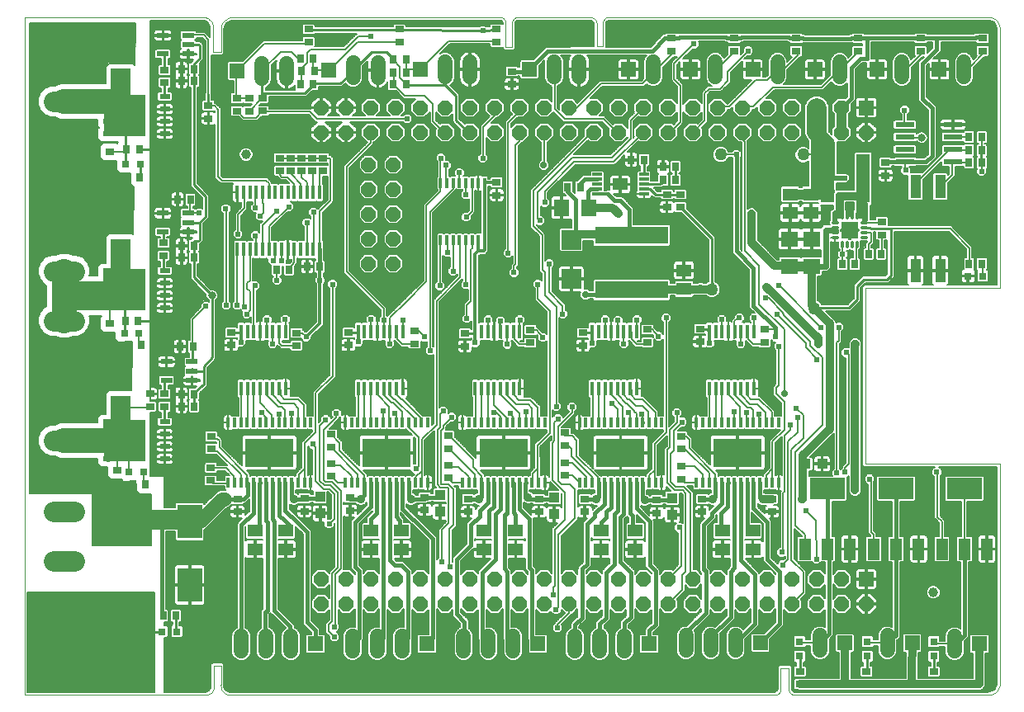
<source format=gtl>
G75*
%MOIN*%
%OFA0B0*%
%FSLAX24Y24*%
%IPPOS*%
%LPD*%
%AMOC8*
5,1,8,0,0,1.08239X$1,22.5*
%
%ADD10C,0.0000*%
%ADD11R,0.0138X0.0394*%
%ADD12R,0.1969X0.1181*%
%ADD13R,0.0140X0.0580*%
%ADD14R,0.0120X0.0390*%
%ADD15R,0.0354X0.0276*%
%ADD16R,0.0591X0.0512*%
%ADD17R,0.0315X0.0315*%
%ADD18R,0.0480X0.0880*%
%ADD19R,0.1417X0.0866*%
%ADD20R,0.0276X0.0354*%
%ADD21R,0.0433X0.0394*%
%ADD22R,0.0394X0.0433*%
%ADD23R,0.0600X0.0600*%
%ADD24C,0.0600*%
%ADD25C,0.0825*%
%ADD26R,0.0445X0.0961*%
%ADD27R,0.0984X0.1378*%
%ADD28R,0.0787X0.0787*%
%ADD29C,0.0118*%
%ADD30R,0.0709X0.0709*%
%ADD31R,0.0709X0.0630*%
%ADD32R,0.0551X0.1969*%
%ADD33R,0.0394X0.0118*%
%ADD34R,0.0630X0.0709*%
%ADD35R,0.2953X0.0709*%
%ADD36R,0.0780X0.0210*%
%ADD37C,0.0394*%
%ADD38C,0.0500*%
%ADD39R,0.0433X0.0197*%
%ADD40R,0.1378X0.1693*%
%ADD41R,0.0472X0.0217*%
%ADD42OC8,0.0600*%
%ADD43C,0.0945*%
%ADD44C,0.0240*%
%ADD45C,0.0060*%
%ADD46C,0.0100*%
%ADD47C,0.0356*%
%ADD48C,0.0240*%
%ADD49C,0.0277*%
%ADD50C,0.0161*%
%ADD51C,0.0323*%
%ADD52C,0.0320*%
%ADD53C,0.0160*%
%ADD54C,0.0317*%
%ADD55C,0.0120*%
%ADD56C,0.0061*%
%ADD57C,0.0394*%
%ADD58C,0.0787*%
%ADD59C,0.0157*%
%ADD60C,0.0560*%
%ADD61C,0.0236*%
%ADD62C,0.0150*%
%ADD63C,0.0591*%
%ADD64C,0.0197*%
%ADD65C,0.1000*%
%ADD66C,0.1181*%
%ADD67C,0.0154*%
%ADD68C,0.0079*%
%ADD69C,0.0500*%
D10*
X002484Y003433D02*
X009806Y003433D01*
X009807Y003433D02*
X009841Y003436D01*
X009875Y003443D01*
X009909Y003454D01*
X009941Y003467D01*
X009971Y003484D01*
X010000Y003503D01*
X010027Y003525D01*
X010052Y003550D01*
X010073Y003577D01*
X010093Y003606D01*
X010109Y003637D01*
X010122Y003670D01*
X010132Y003703D01*
X010138Y003737D01*
X010142Y003772D01*
X010141Y003807D01*
X010141Y004614D01*
X010417Y004614D01*
X010417Y003846D01*
X010416Y003847D02*
X010415Y003809D01*
X010418Y003771D01*
X010424Y003734D01*
X010434Y003697D01*
X010448Y003662D01*
X010464Y003628D01*
X010485Y003596D01*
X010508Y003566D01*
X010534Y003539D01*
X010562Y003514D01*
X010593Y003492D01*
X010626Y003474D01*
X010660Y003458D01*
X010696Y003446D01*
X010733Y003438D01*
X010770Y003433D01*
X010771Y003433D02*
X032779Y003433D01*
X032808Y003436D01*
X032837Y003443D01*
X032865Y003453D01*
X032892Y003466D01*
X032917Y003482D01*
X032939Y003502D01*
X032960Y003523D01*
X032977Y003547D01*
X032991Y003573D01*
X033002Y003601D01*
X033010Y003630D01*
X033014Y003659D01*
X033015Y003689D01*
X033015Y004516D01*
X033330Y004516D01*
X033330Y003689D01*
X033331Y003659D01*
X033335Y003630D01*
X033343Y003601D01*
X033354Y003573D01*
X033368Y003547D01*
X033385Y003523D01*
X033406Y003502D01*
X033428Y003482D01*
X033453Y003466D01*
X033480Y003453D01*
X033508Y003443D01*
X033537Y003436D01*
X033566Y003433D01*
X041361Y003433D01*
X041402Y003432D01*
X041442Y003435D01*
X041482Y003441D01*
X041522Y003451D01*
X041560Y003464D01*
X041597Y003480D01*
X041632Y003500D01*
X041666Y003522D01*
X041698Y003548D01*
X041727Y003576D01*
X041753Y003606D01*
X041777Y003639D01*
X041798Y003674D01*
X041816Y003710D01*
X041831Y003748D01*
X041842Y003786D01*
X041850Y003826D01*
X041854Y003866D01*
X041854Y012783D01*
X036417Y012783D01*
X036417Y019870D01*
X041854Y019870D01*
X041854Y030402D01*
X041854Y030401D02*
X041849Y030441D01*
X041841Y030480D01*
X041829Y030519D01*
X041814Y030556D01*
X041796Y030592D01*
X041775Y030626D01*
X041751Y030658D01*
X041724Y030688D01*
X041695Y030715D01*
X041664Y030740D01*
X041630Y030762D01*
X041595Y030781D01*
X041558Y030796D01*
X041520Y030809D01*
X041481Y030818D01*
X041442Y030824D01*
X041402Y030826D01*
X041362Y030825D01*
X041361Y030825D02*
X026056Y030825D01*
X026028Y030820D01*
X026000Y030812D01*
X025973Y030800D01*
X025947Y030786D01*
X025924Y030768D01*
X025903Y030748D01*
X025885Y030725D01*
X025869Y030701D01*
X025856Y030674D01*
X025847Y030646D01*
X025841Y030618D01*
X025839Y030589D01*
X025840Y030559D01*
X025840Y029634D01*
X025584Y029634D01*
X025584Y030539D01*
X025585Y030570D01*
X025582Y030601D01*
X025575Y030631D01*
X025564Y030661D01*
X025550Y030688D01*
X025533Y030714D01*
X025513Y030738D01*
X025490Y030759D01*
X025465Y030777D01*
X025437Y030792D01*
X025408Y030803D01*
X025378Y030811D01*
X025348Y030815D01*
X022365Y030815D01*
X022366Y030815D02*
X022338Y030808D01*
X022310Y030798D01*
X022285Y030785D01*
X022261Y030769D01*
X022239Y030751D01*
X022219Y030729D01*
X022202Y030706D01*
X022189Y030681D01*
X022178Y030654D01*
X022171Y030626D01*
X022167Y030597D01*
X022166Y030568D01*
X022169Y030540D01*
X022169Y030539D02*
X022169Y029614D01*
X021913Y029614D01*
X021913Y030539D01*
X021912Y030540D02*
X021915Y030568D01*
X021914Y030597D01*
X021910Y030626D01*
X021903Y030654D01*
X021892Y030681D01*
X021879Y030706D01*
X021862Y030729D01*
X021842Y030751D01*
X021820Y030769D01*
X021796Y030785D01*
X021771Y030798D01*
X021743Y030808D01*
X021715Y030815D01*
X021716Y030815D02*
X010889Y030815D01*
X010848Y030813D01*
X010807Y030808D01*
X010767Y030799D01*
X010728Y030787D01*
X010690Y030771D01*
X010653Y030752D01*
X010618Y030730D01*
X010586Y030705D01*
X010555Y030677D01*
X010527Y030646D01*
X010502Y030614D01*
X010480Y030579D01*
X010461Y030542D01*
X010445Y030504D01*
X010433Y030465D01*
X010424Y030425D01*
X010419Y030384D01*
X010417Y030343D01*
X010417Y029398D01*
X010102Y029398D01*
X010102Y030343D01*
X010105Y030382D01*
X010104Y030421D01*
X010100Y030459D01*
X010093Y030498D01*
X010082Y030535D01*
X010067Y030571D01*
X010050Y030606D01*
X010029Y030639D01*
X010005Y030670D01*
X009978Y030698D01*
X009949Y030724D01*
X009918Y030747D01*
X009885Y030768D01*
X009850Y030785D01*
X009813Y030798D01*
X009776Y030809D01*
X009737Y030816D01*
X009737Y030815D02*
X002484Y030815D01*
X002484Y003433D01*
D11*
X010712Y012011D03*
X010968Y012011D03*
X011224Y012011D03*
X011480Y012011D03*
X011736Y012011D03*
X011991Y012011D03*
X012247Y012011D03*
X012503Y012011D03*
X012759Y012011D03*
X013015Y012011D03*
X013271Y012011D03*
X013527Y012011D03*
X013783Y012011D03*
X014039Y012011D03*
X015436Y012011D03*
X015692Y012011D03*
X015948Y012011D03*
X016204Y012011D03*
X016460Y012011D03*
X016716Y012011D03*
X016972Y012011D03*
X017228Y012011D03*
X017484Y012011D03*
X017739Y012011D03*
X017995Y012011D03*
X018251Y012011D03*
X018507Y012011D03*
X018763Y012011D03*
X020161Y012011D03*
X020417Y012011D03*
X020673Y012011D03*
X020928Y012011D03*
X021184Y012011D03*
X021440Y012011D03*
X021696Y012011D03*
X021952Y012011D03*
X022208Y012011D03*
X022464Y012011D03*
X022720Y012011D03*
X022976Y012011D03*
X023232Y012011D03*
X023487Y012011D03*
X024885Y012011D03*
X025141Y012011D03*
X025397Y012011D03*
X025653Y012011D03*
X025909Y012011D03*
X026165Y012011D03*
X026421Y012011D03*
X026676Y012011D03*
X026932Y012011D03*
X027188Y012011D03*
X027444Y012011D03*
X027700Y012011D03*
X027956Y012011D03*
X028212Y012011D03*
X029610Y012011D03*
X029865Y012011D03*
X030121Y012011D03*
X030377Y012011D03*
X030633Y012011D03*
X030889Y012011D03*
X031145Y012011D03*
X031401Y012011D03*
X031657Y012011D03*
X031913Y012011D03*
X032169Y012011D03*
X032424Y012011D03*
X032680Y012011D03*
X032936Y012011D03*
X032936Y014442D03*
X032680Y014442D03*
X032424Y014442D03*
X032169Y014442D03*
X031913Y014442D03*
X031657Y014442D03*
X031401Y014442D03*
X031145Y014442D03*
X030889Y014442D03*
X030633Y014442D03*
X030377Y014442D03*
X030121Y014442D03*
X029865Y014442D03*
X029610Y014442D03*
X028212Y014442D03*
X027956Y014442D03*
X027700Y014442D03*
X027444Y014442D03*
X027188Y014442D03*
X026932Y014442D03*
X026676Y014442D03*
X026421Y014442D03*
X026165Y014442D03*
X025909Y014442D03*
X025653Y014442D03*
X025397Y014442D03*
X025141Y014442D03*
X024885Y014442D03*
X023487Y014442D03*
X023232Y014442D03*
X022976Y014442D03*
X022720Y014442D03*
X022464Y014442D03*
X022208Y014442D03*
X021952Y014442D03*
X021696Y014442D03*
X021440Y014442D03*
X021184Y014442D03*
X020928Y014442D03*
X020673Y014442D03*
X020417Y014442D03*
X020161Y014442D03*
X018763Y014442D03*
X018507Y014442D03*
X018251Y014442D03*
X017995Y014442D03*
X017739Y014442D03*
X017484Y014442D03*
X017228Y014442D03*
X016972Y014442D03*
X016716Y014442D03*
X016460Y014442D03*
X016204Y014442D03*
X015948Y014442D03*
X015692Y014442D03*
X015436Y014442D03*
X014039Y014442D03*
X013783Y014442D03*
X013527Y014442D03*
X013271Y014442D03*
X013015Y014442D03*
X012759Y014442D03*
X012503Y014442D03*
X012247Y014442D03*
X011991Y014442D03*
X011736Y014442D03*
X011480Y014442D03*
X011224Y014442D03*
X010968Y014442D03*
X010712Y014442D03*
D12*
X012375Y013226D03*
X017100Y013226D03*
X021824Y013226D03*
X026549Y013226D03*
X031273Y013226D03*
D13*
X031157Y015817D03*
X031407Y015817D03*
X031667Y015817D03*
X031927Y015817D03*
X030897Y015817D03*
X030647Y015817D03*
X030387Y015817D03*
X030127Y015817D03*
X030127Y018117D03*
X030387Y018117D03*
X030647Y018117D03*
X030897Y018117D03*
X031157Y018117D03*
X031407Y018117D03*
X031667Y018117D03*
X031927Y018117D03*
X027202Y018117D03*
X026942Y018117D03*
X026682Y018117D03*
X026432Y018117D03*
X026172Y018117D03*
X025922Y018117D03*
X025662Y018117D03*
X025402Y018117D03*
X025402Y015817D03*
X025662Y015817D03*
X025922Y015817D03*
X026172Y015817D03*
X026432Y015817D03*
X026682Y015817D03*
X026942Y015817D03*
X027202Y015817D03*
X022478Y015817D03*
X022218Y015817D03*
X021958Y015817D03*
X021708Y015817D03*
X021448Y015817D03*
X021198Y015817D03*
X020938Y015817D03*
X020678Y015817D03*
X020678Y018117D03*
X020938Y018117D03*
X021198Y018117D03*
X021448Y018117D03*
X021708Y018117D03*
X021958Y018117D03*
X022218Y018117D03*
X022478Y018117D03*
X017754Y018117D03*
X017494Y018117D03*
X017234Y018117D03*
X016984Y018117D03*
X016724Y018117D03*
X016474Y018117D03*
X016214Y018117D03*
X015954Y018117D03*
X015954Y015817D03*
X016214Y015817D03*
X016474Y015817D03*
X016724Y015817D03*
X016984Y015817D03*
X017234Y015817D03*
X017494Y015817D03*
X017754Y015817D03*
X013029Y015817D03*
X012769Y015817D03*
X012509Y015817D03*
X012259Y015817D03*
X011999Y015817D03*
X011749Y015817D03*
X011489Y015817D03*
X011229Y015817D03*
X011229Y018117D03*
X011489Y018117D03*
X011749Y018117D03*
X011999Y018117D03*
X012259Y018117D03*
X012509Y018117D03*
X012769Y018117D03*
X013029Y018117D03*
X013119Y021437D03*
X012869Y021437D03*
X012609Y021437D03*
X012359Y021437D03*
X012099Y021437D03*
X011839Y021437D03*
X011589Y021437D03*
X011329Y021437D03*
X011079Y021437D03*
X013379Y021437D03*
X013639Y021437D03*
X013889Y021437D03*
X014149Y021437D03*
X014399Y021437D03*
X014399Y023737D03*
X014149Y023737D03*
X013889Y023737D03*
X013639Y023737D03*
X013379Y023737D03*
X013119Y023737D03*
X012869Y023737D03*
X012609Y023737D03*
X012359Y023737D03*
X012099Y023737D03*
X011839Y023737D03*
X011589Y023737D03*
X011329Y023737D03*
X011079Y023737D03*
D14*
X019275Y024119D03*
X019531Y024119D03*
X019787Y024119D03*
X020043Y024119D03*
X020299Y024119D03*
X020554Y024119D03*
X020810Y024119D03*
X021066Y024119D03*
X021066Y021822D03*
X020810Y021822D03*
X020554Y021822D03*
X020299Y021822D03*
X020043Y021822D03*
X019787Y021822D03*
X019531Y021822D03*
X019275Y021822D03*
D15*
X021549Y023630D03*
X021549Y024142D03*
X022154Y028117D03*
X022154Y028629D03*
X021539Y029821D03*
X021539Y030333D03*
X017621Y030333D03*
X017621Y029821D03*
X013950Y029821D03*
X013950Y030333D03*
X012090Y027547D03*
X012090Y027035D03*
X011558Y027026D03*
X011056Y027026D03*
X011056Y027537D03*
X011558Y027537D03*
X009915Y027242D03*
X009915Y026730D03*
X008143Y028177D03*
X008143Y028689D03*
X005928Y025392D03*
X005928Y024880D03*
X008094Y021701D03*
X008094Y021189D03*
X005928Y018453D03*
X005928Y017941D03*
X007552Y015598D03*
X007552Y015087D03*
X008143Y015087D03*
X008143Y015598D03*
X010023Y013883D03*
X010023Y013371D03*
X010013Y012610D03*
X010013Y012098D03*
X011084Y011356D03*
X011084Y010845D03*
X013786Y010863D03*
X013786Y011374D03*
X014865Y012272D03*
X014865Y012783D03*
X014856Y013453D03*
X014856Y013965D03*
X015623Y011406D03*
X015623Y010894D03*
X018645Y010913D03*
X018645Y011425D03*
X019592Y012203D03*
X019592Y012715D03*
X019592Y013394D03*
X019592Y013906D03*
X020387Y011346D03*
X020387Y010835D03*
X023251Y010835D03*
X023251Y011346D03*
X024314Y012311D03*
X024314Y012823D03*
X024314Y013523D03*
X024314Y014035D03*
X025111Y011346D03*
X025111Y010835D03*
X028015Y010795D03*
X028015Y011307D03*
X028999Y012154D03*
X028999Y012665D03*
X028989Y013374D03*
X028989Y013886D03*
X029836Y011346D03*
X029836Y010835D03*
X032659Y010835D03*
X032659Y011346D03*
X032356Y017685D03*
X032356Y018197D03*
X029756Y018227D03*
X029756Y017715D03*
X027631Y017685D03*
X027631Y018197D03*
X025031Y018067D03*
X025031Y017555D03*
X022907Y017665D03*
X022907Y018177D03*
X020267Y018037D03*
X020267Y017525D03*
X018241Y017626D03*
X018241Y018138D03*
X015562Y018077D03*
X015562Y017565D03*
X013468Y017547D03*
X013468Y018059D03*
X010829Y018077D03*
X010829Y017565D03*
X006224Y012498D03*
X006224Y011986D03*
X012799Y024614D03*
X013232Y024614D03*
X013665Y024614D03*
X014098Y024614D03*
X014531Y024614D03*
X014531Y025126D03*
X014098Y025126D03*
X013665Y025126D03*
X013232Y025126D03*
X012799Y025126D03*
X028419Y023659D03*
X028960Y023659D03*
X028960Y023148D03*
X028419Y023148D03*
X028615Y029457D03*
X028615Y029969D03*
X031125Y029969D03*
X031125Y029457D03*
X033635Y029457D03*
X033635Y029969D03*
X036145Y029969D03*
X036145Y029457D03*
X038655Y029457D03*
X038655Y029969D03*
X041165Y029969D03*
X041165Y029457D03*
X037247Y024939D03*
X037247Y024427D03*
X037090Y022537D03*
X037090Y022026D03*
X036480Y004388D03*
X036480Y003876D03*
X033793Y003876D03*
X033793Y004388D03*
X039196Y004388D03*
X039196Y003876D03*
D16*
X031883Y009319D03*
X031883Y010067D03*
X030653Y010067D03*
X030653Y009319D03*
X027139Y009319D03*
X027139Y010067D03*
X025751Y010067D03*
X025751Y009319D03*
X022316Y009319D03*
X022316Y010067D03*
X021027Y010067D03*
X021027Y009319D03*
X017710Y009319D03*
X017710Y010067D03*
X016480Y010067D03*
X016480Y009319D03*
X013045Y009319D03*
X013045Y010067D03*
X011795Y010067D03*
X011795Y009319D03*
X029108Y019841D03*
X029108Y020589D03*
X026533Y024065D03*
X033389Y023659D03*
X034236Y023659D03*
X034236Y022911D03*
X033389Y022911D03*
D17*
X040574Y020362D03*
X041165Y020362D03*
X039196Y005589D03*
X039196Y004998D03*
X036509Y004998D03*
X036509Y005589D03*
X033773Y005589D03*
X033773Y004998D03*
X008635Y005992D03*
X008045Y005992D03*
X007306Y012439D03*
X006716Y012439D03*
X006519Y018049D03*
X007110Y018049D03*
X007159Y024890D03*
X006568Y024890D03*
D18*
X033985Y009329D03*
X034895Y009329D03*
X035805Y009329D03*
X036761Y009329D03*
X037671Y009329D03*
X038580Y009329D03*
X039517Y009329D03*
X040426Y009329D03*
X041336Y009329D03*
D19*
X040426Y011769D03*
X037671Y011769D03*
X034895Y011769D03*
D20*
X035495Y020835D03*
X036007Y020835D03*
X036558Y021248D03*
X037070Y021248D03*
X040613Y020854D03*
X041125Y020854D03*
X041125Y024939D03*
X040613Y024939D03*
X040613Y025431D03*
X041125Y025431D03*
X041125Y025972D03*
X040613Y025972D03*
X028773Y024781D03*
X028261Y024781D03*
X028261Y024240D03*
X028773Y024240D03*
X027493Y025057D03*
X026982Y025057D03*
X024924Y023935D03*
X024413Y023935D03*
X017887Y028098D03*
X017887Y028581D03*
X017375Y028581D03*
X017375Y028098D03*
X017375Y029112D03*
X017887Y029112D03*
X014186Y028650D03*
X013674Y028650D03*
X013625Y028098D03*
X014137Y028098D03*
X014137Y029161D03*
X013625Y029161D03*
X009334Y028728D03*
X009334Y028236D03*
X008822Y028236D03*
X008822Y028728D03*
X007119Y025480D03*
X006608Y025480D03*
X006608Y024348D03*
X007119Y024348D03*
X008674Y023463D03*
X009186Y023463D03*
X009334Y021593D03*
X008822Y021593D03*
X008822Y021100D03*
X009334Y021100D03*
X007070Y018541D03*
X006558Y018541D03*
X006676Y017567D03*
X007188Y017567D03*
X008773Y017508D03*
X009285Y017508D03*
X009334Y015589D03*
X009334Y015096D03*
X008822Y015096D03*
X008822Y015589D03*
X007365Y011947D03*
X006854Y011947D03*
X008084Y006632D03*
X008596Y006632D03*
X012661Y020618D03*
X013173Y020618D03*
X013893Y020744D03*
X014405Y020744D03*
D21*
X034015Y012770D03*
X034684Y012770D03*
D22*
X028635Y011386D03*
X028635Y010717D03*
X023871Y010736D03*
X023871Y011406D03*
X019265Y011504D03*
X019265Y010835D03*
X014423Y010776D03*
X014423Y011445D03*
D23*
X014239Y005500D03*
X018728Y005500D03*
X023216Y005500D03*
X027704Y005500D03*
X032192Y005539D03*
X035602Y005539D03*
X038318Y005539D03*
X041035Y005500D03*
X036466Y008116D03*
X036466Y027161D03*
X036905Y028709D03*
X039415Y028709D03*
X034395Y028709D03*
X031885Y028709D03*
X029375Y028709D03*
X026865Y028709D03*
X022871Y028709D03*
X018472Y028709D03*
X014751Y028669D03*
X011070Y028650D03*
D24*
X012070Y028950D02*
X012070Y028350D01*
X013070Y028350D02*
X013070Y028950D01*
X015751Y028969D02*
X015751Y028369D01*
X016751Y028369D02*
X016751Y028969D01*
X019472Y029009D02*
X019472Y028409D01*
X020472Y028409D02*
X020472Y029009D01*
X023871Y029009D02*
X023871Y028409D01*
X024871Y028409D02*
X024871Y029009D01*
X027865Y029009D02*
X027865Y028409D01*
X030375Y028409D02*
X030375Y029009D01*
X032885Y029009D02*
X032885Y028409D01*
X035395Y028409D02*
X035395Y029009D01*
X037905Y029009D02*
X037905Y028409D01*
X040415Y028409D02*
X040415Y029009D01*
X037318Y005839D02*
X037318Y005239D01*
X034602Y005239D02*
X034602Y005839D01*
X031192Y005839D02*
X031192Y005239D01*
X030192Y005239D02*
X030192Y005839D01*
X029192Y005839D02*
X029192Y005239D01*
X026704Y005200D02*
X026704Y005800D01*
X025704Y005800D02*
X025704Y005200D01*
X024704Y005200D02*
X024704Y005800D01*
X022216Y005800D02*
X022216Y005200D01*
X021216Y005200D02*
X021216Y005800D01*
X020216Y005800D02*
X020216Y005200D01*
X017728Y005200D02*
X017728Y005800D01*
X016728Y005800D02*
X016728Y005200D01*
X015728Y005200D02*
X015728Y005800D01*
X013239Y005800D02*
X013239Y005200D01*
X012239Y005200D02*
X012239Y005800D01*
X011239Y005800D02*
X011239Y005200D01*
X040035Y005200D02*
X040035Y005800D01*
D25*
X004493Y004862D02*
X003668Y004862D01*
X003668Y006862D02*
X004493Y006862D01*
X004493Y008862D02*
X003668Y008862D01*
X003668Y010862D02*
X004493Y010862D01*
X004493Y013713D02*
X003668Y013713D01*
X003668Y015713D02*
X004493Y015713D01*
X004493Y018563D02*
X003668Y018563D01*
X003668Y020563D02*
X004493Y020563D01*
X004493Y022563D02*
X003668Y022563D01*
X003668Y024563D02*
X004493Y024563D01*
X004493Y027413D02*
X003668Y027413D01*
X003668Y029413D02*
X004493Y029413D01*
D26*
X038450Y023974D03*
X039450Y023974D03*
X039450Y020589D03*
X038450Y020589D03*
D27*
X009157Y010441D03*
X009157Y007882D03*
D28*
X006371Y015126D03*
X006371Y016701D03*
X006371Y021445D03*
X006371Y023020D03*
X006371Y028335D03*
X006371Y029909D03*
X024560Y021829D03*
X024560Y020254D03*
D29*
X025613Y023669D02*
X025604Y023679D01*
X025613Y023669D02*
X026047Y023669D01*
X035122Y022508D02*
X035298Y022508D01*
X035298Y022311D02*
X035122Y022311D01*
X035210Y022222D02*
X035210Y022114D01*
X035298Y022114D02*
X035122Y022114D01*
X035210Y022222D02*
X035220Y022222D01*
X035298Y021917D02*
X035122Y021917D01*
X035495Y021720D02*
X035495Y021544D01*
X035692Y021544D02*
X035692Y021720D01*
X035889Y021720D02*
X035889Y021544D01*
X036086Y021544D02*
X036086Y021720D01*
X036283Y021917D02*
X036459Y021917D01*
X036459Y022114D02*
X036283Y022114D01*
X036283Y022311D02*
X036459Y022311D01*
X036459Y022508D02*
X036283Y022508D01*
X036086Y022705D02*
X036086Y022881D01*
X035889Y022881D02*
X035889Y022705D01*
X035692Y022705D02*
X035692Y022881D01*
X035495Y022881D02*
X035495Y022705D01*
D30*
X035791Y022213D03*
D31*
X034255Y021858D03*
X033379Y021858D03*
X033379Y020756D03*
X034255Y020756D03*
D32*
X034885Y024299D03*
X036342Y024299D03*
D33*
X027493Y024270D03*
X027493Y024467D03*
X027493Y024071D03*
X027493Y023876D03*
X027493Y023679D03*
X025604Y023679D03*
X025604Y023876D03*
X025604Y024071D03*
X025604Y024270D03*
X025604Y024467D03*
D34*
X025279Y023118D03*
X024176Y023118D03*
D35*
X026991Y022006D03*
X026991Y019801D03*
D36*
X038029Y024976D03*
X038029Y025476D03*
X038029Y025976D03*
X038029Y026476D03*
X039969Y026476D03*
X039969Y025976D03*
X039969Y025476D03*
X039969Y024976D03*
D37*
X039176Y007587D03*
X011430Y025274D03*
D38*
X030594Y025274D03*
X033921Y025264D03*
X030239Y019821D03*
X034373Y019063D03*
D39*
X008153Y019071D03*
X008153Y019571D03*
X008153Y020071D03*
X008153Y020571D03*
X005869Y020571D03*
X005869Y020071D03*
X005869Y019571D03*
X005869Y019071D03*
X005869Y014469D03*
X005869Y013969D03*
X005869Y013469D03*
X005869Y012969D03*
X008153Y012969D03*
X008153Y013469D03*
X008153Y013969D03*
X008153Y014469D03*
X008153Y026108D03*
X008153Y026608D03*
X008153Y027108D03*
X008153Y027608D03*
X005869Y027608D03*
X005869Y027108D03*
X005869Y026608D03*
X005869Y026108D03*
D40*
X006716Y026858D03*
X006716Y019821D03*
X006716Y013719D03*
D41*
X008222Y016150D03*
X008222Y016898D03*
X009245Y016898D03*
X009245Y016524D03*
X009245Y016150D03*
X009098Y022154D03*
X009098Y022528D03*
X009098Y022902D03*
X008074Y022902D03*
X008074Y022154D03*
X008074Y029339D03*
X008074Y030087D03*
X009098Y030087D03*
X009098Y029713D03*
X009098Y029339D03*
D42*
X014466Y027161D03*
X015466Y027161D03*
X015466Y026161D03*
X014466Y026161D03*
X016373Y024862D03*
X016373Y023862D03*
X016373Y022862D03*
X016373Y021862D03*
X016373Y020862D03*
X017373Y020862D03*
X017373Y021862D03*
X017373Y022862D03*
X017373Y023862D03*
X017373Y024862D03*
X017466Y026161D03*
X018466Y026161D03*
X019466Y026161D03*
X020466Y026161D03*
X021466Y026161D03*
X022466Y026161D03*
X023466Y026161D03*
X024466Y026161D03*
X025466Y026161D03*
X026466Y026161D03*
X027466Y026161D03*
X028466Y026161D03*
X029466Y026161D03*
X030466Y026161D03*
X031466Y026161D03*
X032466Y026161D03*
X033466Y026161D03*
X034466Y026161D03*
X035466Y026161D03*
X036466Y026161D03*
X035466Y027161D03*
X034466Y027161D03*
X033466Y027161D03*
X032466Y027161D03*
X031466Y027161D03*
X030466Y027161D03*
X029466Y027161D03*
X028466Y027161D03*
X027466Y027161D03*
X026466Y027161D03*
X025466Y027161D03*
X024466Y027161D03*
X023466Y027161D03*
X022466Y027161D03*
X021466Y027161D03*
X020466Y027161D03*
X019466Y027161D03*
X018466Y027161D03*
X017466Y027161D03*
X016466Y027161D03*
X016466Y026161D03*
X016466Y008116D03*
X017466Y008116D03*
X018466Y008116D03*
X019466Y008116D03*
X020466Y008116D03*
X021466Y008116D03*
X022466Y008116D03*
X023466Y008116D03*
X024466Y008116D03*
X025466Y008116D03*
X026466Y008116D03*
X027466Y008116D03*
X028466Y008116D03*
X029466Y008116D03*
X030466Y008116D03*
X031466Y008116D03*
X032466Y008116D03*
X033466Y008116D03*
X034466Y008116D03*
X035466Y008116D03*
X035466Y007116D03*
X036466Y007116D03*
X034466Y007116D03*
X033466Y007116D03*
X032466Y007116D03*
X031466Y007116D03*
X030466Y007116D03*
X029466Y007116D03*
X028466Y007116D03*
X027466Y007116D03*
X026466Y007116D03*
X025466Y007116D03*
X024466Y007116D03*
X023466Y007116D03*
X022466Y007116D03*
X021466Y007116D03*
X020466Y007116D03*
X019466Y007116D03*
X018466Y007116D03*
X017466Y007116D03*
X016466Y007116D03*
X015466Y007116D03*
X014466Y007116D03*
X014466Y008116D03*
X015466Y008116D03*
D43*
X007031Y010520D03*
X005692Y010520D03*
X005692Y005638D03*
X007031Y005638D03*
D44*
X010033Y008000D03*
X010033Y008335D03*
X010387Y008335D03*
X010387Y008000D03*
X011568Y008295D03*
X011588Y008630D03*
X011942Y008630D03*
X011942Y008295D03*
X013005Y008256D03*
X013005Y008591D03*
X013340Y008591D03*
X013340Y008256D03*
X014226Y009831D03*
X014501Y009831D03*
X014501Y010106D03*
X014226Y010106D03*
X015505Y009988D03*
X015505Y010303D03*
X015505Y009654D03*
X015505Y009339D03*
X016234Y008748D03*
X016588Y008748D03*
X018104Y008787D03*
X018419Y008807D03*
X020151Y009850D03*
X020151Y010126D03*
X020151Y010421D03*
X019245Y010382D03*
X018635Y010539D03*
X020643Y008787D03*
X020938Y008787D03*
X022159Y008807D03*
X022513Y008807D03*
X023241Y009811D03*
X023241Y010126D03*
X023556Y010146D03*
X023556Y009831D03*
X024600Y009831D03*
X024875Y009831D03*
X024875Y010126D03*
X024600Y010126D03*
X025564Y008807D03*
X025938Y008807D03*
X026962Y008807D03*
X027336Y008807D03*
X028104Y009811D03*
X028104Y010126D03*
X028438Y010126D03*
X028438Y009831D03*
X029619Y009811D03*
X029619Y009496D03*
X029619Y010146D03*
X029619Y010441D03*
X030299Y008768D03*
X030673Y008768D03*
X031913Y008807D03*
X032188Y008807D03*
X032799Y009378D03*
X032799Y009713D03*
X032799Y010028D03*
X032799Y010343D03*
X032946Y012547D03*
X032946Y012823D03*
X032060Y012783D03*
X032060Y013079D03*
X032060Y013374D03*
X032060Y013669D03*
X031667Y013669D03*
X031667Y013374D03*
X031667Y013079D03*
X031667Y012783D03*
X031273Y012783D03*
X031273Y013079D03*
X031273Y013374D03*
X031273Y013669D03*
X030879Y013669D03*
X030879Y013374D03*
X030879Y013079D03*
X030879Y012783D03*
X030486Y012783D03*
X030486Y013079D03*
X030486Y013374D03*
X030486Y013669D03*
X029895Y013866D03*
X029619Y013866D03*
X028182Y012862D03*
X028182Y012567D03*
X027336Y012783D03*
X027336Y013079D03*
X027336Y013374D03*
X027336Y013669D03*
X026942Y013669D03*
X026942Y013374D03*
X026942Y013079D03*
X026942Y012783D03*
X026549Y012783D03*
X026549Y013079D03*
X026549Y013374D03*
X026549Y013669D03*
X026155Y013669D03*
X026155Y013374D03*
X026155Y013079D03*
X026155Y012783D03*
X025761Y012783D03*
X025761Y013079D03*
X025761Y013374D03*
X025761Y013669D03*
X025269Y013906D03*
X024993Y013906D03*
X023478Y012862D03*
X023478Y012567D03*
X022611Y012783D03*
X022611Y013079D03*
X022611Y013374D03*
X022611Y013669D03*
X022218Y013669D03*
X022218Y013374D03*
X022218Y013079D03*
X022218Y012783D03*
X021824Y012783D03*
X021824Y013079D03*
X021824Y013374D03*
X021824Y013669D03*
X021430Y013669D03*
X021430Y013374D03*
X021430Y013079D03*
X021430Y012783D03*
X021037Y012783D03*
X021037Y013079D03*
X021037Y013374D03*
X021037Y013669D03*
X020407Y013886D03*
X020131Y013886D03*
X018783Y012872D03*
X018783Y012577D03*
X017887Y012783D03*
X017887Y013079D03*
X017887Y013374D03*
X017887Y013669D03*
X017493Y013669D03*
X017493Y013374D03*
X017493Y013079D03*
X017493Y012783D03*
X017100Y012783D03*
X017100Y013079D03*
X017100Y013374D03*
X017100Y013669D03*
X016706Y013669D03*
X016706Y013374D03*
X016706Y013079D03*
X016706Y012783D03*
X016312Y012783D03*
X016312Y013079D03*
X016312Y013374D03*
X016312Y013669D03*
X015781Y013886D03*
X015486Y013886D03*
X014019Y012852D03*
X014019Y012537D03*
X013163Y012783D03*
X013163Y013079D03*
X013163Y013374D03*
X013163Y013669D03*
X012769Y013669D03*
X012769Y013374D03*
X012769Y013079D03*
X012769Y012783D03*
X012375Y012783D03*
X012375Y013079D03*
X012375Y013374D03*
X012375Y013669D03*
X011982Y013669D03*
X011982Y013374D03*
X011982Y013079D03*
X011982Y012783D03*
X011588Y012783D03*
X011588Y013079D03*
X011588Y013374D03*
X011588Y013669D03*
X011037Y013866D03*
X010663Y013866D03*
X008930Y013965D03*
X008537Y013965D03*
X008537Y013472D03*
X008930Y013472D03*
X008930Y012980D03*
X008537Y012980D03*
X008478Y015323D03*
X008734Y016504D03*
X008202Y017567D03*
X008586Y019083D03*
X009029Y019083D03*
X009029Y019575D03*
X008586Y019575D03*
X008586Y020067D03*
X009029Y020067D03*
X008458Y021327D03*
X008576Y022528D03*
X008143Y023433D03*
X010702Y023748D03*
X012867Y022449D03*
X013281Y022449D03*
X013871Y020224D03*
X012277Y017114D03*
X012277Y016819D03*
X011982Y016819D03*
X011982Y017114D03*
X010820Y017094D03*
X015564Y017114D03*
X016706Y017114D03*
X016706Y016819D03*
X017001Y016819D03*
X017001Y017114D03*
X020210Y017114D03*
X021430Y017114D03*
X021430Y016819D03*
X021726Y016819D03*
X021736Y017104D03*
X024909Y017124D03*
X026145Y017114D03*
X026145Y016819D03*
X026460Y016819D03*
X026460Y017114D03*
X029633Y017115D03*
X030869Y017124D03*
X030869Y016809D03*
X031184Y016809D03*
X031184Y017124D03*
X035033Y013610D03*
X034993Y013315D03*
X035820Y010146D03*
X038596Y010224D03*
X038763Y008541D03*
X041322Y008502D03*
X041352Y010224D03*
X039984Y020589D03*
X038960Y020589D03*
X035515Y021248D03*
X035594Y024319D03*
X026450Y022872D03*
X010919Y010224D03*
X010919Y009909D03*
X010919Y009594D03*
X010919Y009280D03*
X009029Y026120D03*
X008586Y026120D03*
X008586Y026612D03*
X009029Y026612D03*
X009029Y027104D03*
X008586Y027104D03*
X008478Y028433D03*
X008596Y029713D03*
D45*
X008771Y029700D02*
X007552Y029700D01*
X007552Y029758D02*
X008771Y029758D01*
X008771Y029817D02*
X007552Y029817D01*
X007552Y029875D02*
X007757Y029875D01*
X007758Y029874D02*
X007788Y029857D01*
X007821Y029848D01*
X008050Y029848D01*
X008050Y030062D01*
X008098Y030062D01*
X008098Y029848D01*
X008327Y029848D01*
X008360Y029857D01*
X008390Y029874D01*
X008414Y029899D01*
X008431Y029928D01*
X008440Y029961D01*
X008440Y030062D01*
X008098Y030062D01*
X008098Y030111D01*
X008050Y030111D01*
X008050Y030325D01*
X007821Y030325D01*
X007788Y030316D01*
X007758Y030299D01*
X007734Y030275D01*
X007717Y030245D01*
X007708Y030212D01*
X007708Y030111D01*
X008050Y030111D01*
X008050Y030062D01*
X007708Y030062D01*
X007708Y029961D01*
X007717Y029928D01*
X007734Y029899D01*
X007758Y029874D01*
X007715Y029934D02*
X007552Y029934D01*
X007552Y029992D02*
X007708Y029992D01*
X007708Y030051D02*
X007552Y030051D01*
X007552Y030109D02*
X008050Y030109D01*
X008098Y030109D02*
X008771Y030109D01*
X008771Y030051D02*
X008440Y030051D01*
X008440Y029992D02*
X008771Y029992D01*
X008771Y029941D02*
X008813Y029900D01*
X008771Y029858D01*
X008771Y029567D01*
X008785Y029553D01*
X008782Y029551D01*
X008757Y029527D01*
X008740Y029497D01*
X008731Y029464D01*
X008731Y029363D01*
X009074Y029363D01*
X009074Y029514D01*
X009122Y029514D01*
X009122Y029363D01*
X009074Y029363D01*
X009074Y029314D01*
X009122Y029314D01*
X009122Y029100D01*
X009301Y029100D01*
X009263Y029062D01*
X009259Y029062D01*
X009223Y029022D01*
X009196Y028996D01*
X009159Y028996D01*
X009106Y028943D01*
X009106Y028514D01*
X009138Y028482D01*
X009106Y028451D01*
X009106Y028022D01*
X009159Y027969D01*
X009184Y027969D01*
X009184Y023995D01*
X009266Y023913D01*
X009666Y023513D01*
X009666Y023083D01*
X009628Y023121D01*
X009454Y023121D01*
X009402Y023069D01*
X009371Y023100D01*
X009296Y023100D01*
X009296Y023195D01*
X009361Y023195D01*
X009414Y023248D01*
X009414Y023677D01*
X009361Y023730D01*
X009011Y023730D01*
X008959Y023677D01*
X008959Y023248D01*
X009011Y023195D01*
X009056Y023195D01*
X009056Y023100D01*
X008824Y023100D01*
X008771Y023047D01*
X008771Y022756D01*
X008813Y022715D01*
X008771Y022673D01*
X008771Y022382D01*
X008785Y022368D01*
X008782Y022366D01*
X008757Y022342D01*
X008740Y022312D01*
X008731Y022279D01*
X008731Y022178D01*
X009074Y022178D01*
X009074Y022329D01*
X009122Y022329D01*
X009122Y022178D01*
X009074Y022178D01*
X009074Y022129D01*
X009122Y022129D01*
X009122Y021915D01*
X009252Y021915D01*
X009196Y021860D01*
X009159Y021860D01*
X009106Y021807D01*
X009106Y021378D01*
X009138Y021346D01*
X009106Y021315D01*
X009106Y020886D01*
X009159Y020833D01*
X009184Y020833D01*
X009184Y020255D01*
X009814Y019625D01*
X009814Y019624D01*
X009814Y019525D01*
X009852Y019434D01*
X009922Y019364D01*
X009922Y019323D01*
X009893Y019352D01*
X009719Y019352D01*
X009596Y019229D01*
X009596Y019101D01*
X009155Y018660D01*
X009155Y017775D01*
X009110Y017775D01*
X009057Y017722D01*
X009057Y017293D01*
X009110Y017241D01*
X009135Y017241D01*
X009135Y017096D01*
X008972Y017096D01*
X008919Y017043D01*
X008919Y016752D01*
X008961Y016711D01*
X008919Y016669D01*
X008919Y016378D01*
X008933Y016364D01*
X008929Y016362D01*
X008905Y016338D01*
X008888Y016308D01*
X008879Y016275D01*
X008879Y016174D01*
X009221Y016174D01*
X009221Y016325D01*
X009269Y016325D01*
X009269Y016174D01*
X009221Y016174D01*
X009221Y016125D01*
X009269Y016125D01*
X009269Y015911D01*
X009428Y015911D01*
X009363Y015856D01*
X009159Y015856D01*
X009106Y015803D01*
X009106Y015374D01*
X009138Y015343D01*
X009106Y015311D01*
X009106Y014882D01*
X009159Y014829D01*
X009509Y014829D01*
X009562Y014882D01*
X009562Y015311D01*
X009530Y015343D01*
X009562Y015374D01*
X009562Y015657D01*
X009720Y015793D01*
X009727Y015793D01*
X009764Y015830D01*
X009804Y015865D01*
X009804Y015871D01*
X009858Y015924D01*
X009858Y016662D01*
X010120Y016925D01*
X010120Y016925D01*
X010202Y017007D01*
X010202Y019364D01*
X010203Y019364D01*
X010273Y019434D01*
X010311Y019525D01*
X010311Y019624D01*
X010273Y019716D01*
X010203Y019785D01*
X010112Y019823D01*
X010013Y019823D01*
X010012Y019823D01*
X009464Y020371D01*
X009464Y020833D01*
X009509Y020833D01*
X009562Y020886D01*
X009562Y021315D01*
X009530Y021346D01*
X009562Y021378D01*
X009562Y021649D01*
X009579Y021649D01*
X009628Y021699D01*
X009710Y021781D01*
X009710Y022470D01*
X009946Y022706D01*
X009946Y023629D01*
X009464Y024111D01*
X009464Y027969D01*
X009509Y027969D01*
X009562Y028022D01*
X009562Y028451D01*
X009530Y028482D01*
X009562Y028514D01*
X009562Y028943D01*
X009551Y028954D01*
X009628Y029031D01*
X009710Y029113D01*
X009710Y029721D01*
X009661Y029771D01*
X009579Y029853D01*
X009424Y029853D01*
X009424Y029858D01*
X009382Y029900D01*
X009424Y029941D01*
X009424Y029986D01*
X009668Y029986D01*
X009795Y029860D01*
X009795Y027793D01*
X009765Y027763D01*
X009765Y027470D01*
X009700Y027470D01*
X009647Y027417D01*
X009647Y027067D01*
X009700Y027014D01*
X010129Y027014D01*
X010169Y027054D01*
X010179Y027045D01*
X010179Y026965D01*
X010172Y026972D01*
X010142Y026989D01*
X010109Y026998D01*
X009945Y026998D01*
X009945Y026760D01*
X009885Y026760D01*
X009885Y026700D01*
X009945Y026700D01*
X009945Y026463D01*
X010109Y026463D01*
X010142Y026471D01*
X010172Y026488D01*
X010179Y026495D01*
X010179Y024328D01*
X010249Y024258D01*
X010406Y024100D01*
X010902Y024100D01*
X010888Y024077D01*
X010879Y024044D01*
X010879Y023742D01*
X011074Y023742D01*
X011074Y023732D01*
X010879Y023732D01*
X010879Y023429D01*
X010888Y023396D01*
X010905Y023367D01*
X010930Y023343D01*
X010959Y023325D01*
X010992Y023317D01*
X011074Y023317D01*
X011074Y023732D01*
X011084Y023732D01*
X011084Y023317D01*
X011167Y023317D01*
X011200Y023325D01*
X011229Y023343D01*
X011241Y023355D01*
X011241Y023148D01*
X010823Y023148D01*
X010823Y023166D02*
X010700Y023289D01*
X010526Y023289D01*
X010403Y023166D01*
X010403Y022992D01*
X010513Y022882D01*
X010513Y019358D01*
X010423Y019268D01*
X010423Y019094D01*
X010546Y018971D01*
X010720Y018971D01*
X010843Y019094D01*
X010843Y019268D01*
X010753Y019358D01*
X010753Y022921D01*
X010823Y022992D01*
X010823Y023166D01*
X010783Y023206D02*
X011241Y023206D01*
X011241Y023148D02*
X010986Y022892D01*
X010986Y022232D01*
X010896Y022142D01*
X010896Y021968D01*
X011019Y021845D01*
X011193Y021845D01*
X011316Y021968D01*
X011316Y022142D01*
X011226Y022232D01*
X011226Y022793D01*
X011411Y022978D01*
X011481Y023049D01*
X011481Y023357D01*
X011482Y023357D01*
X011694Y023357D01*
X011694Y023295D01*
X011604Y023205D01*
X011604Y023031D01*
X011727Y022908D01*
X011839Y022908D01*
X011801Y022870D01*
X011801Y022696D01*
X011924Y022573D01*
X012084Y022573D01*
X012050Y022539D01*
X012050Y022539D01*
X011979Y022469D01*
X011979Y022128D01*
X011901Y022206D01*
X011727Y022206D01*
X011604Y022083D01*
X011604Y021909D01*
X011697Y021817D01*
X011482Y021817D01*
X011459Y021794D01*
X011437Y021817D01*
X011222Y021817D01*
X011204Y021799D01*
X011187Y021817D01*
X010972Y021817D01*
X010919Y021764D01*
X010919Y021109D01*
X010946Y021083D01*
X010946Y019358D01*
X010856Y019268D01*
X010856Y019094D01*
X010979Y018971D01*
X011153Y018971D01*
X011184Y019002D01*
X011261Y018925D01*
X011250Y018914D01*
X011250Y018740D01*
X011373Y018617D01*
X011547Y018617D01*
X011629Y018699D01*
X011629Y018484D01*
X011619Y018474D01*
X011596Y018497D01*
X011382Y018497D01*
X011359Y018474D01*
X011336Y018497D01*
X011122Y018497D01*
X011069Y018444D01*
X011069Y018278D01*
X011043Y018304D01*
X010614Y018304D01*
X010562Y018252D01*
X010562Y017902D01*
X010614Y017849D01*
X011043Y017849D01*
X011069Y017875D01*
X011069Y017828D01*
X011062Y017820D01*
X011056Y017824D01*
X011023Y017833D01*
X010859Y017833D01*
X010859Y017595D01*
X010799Y017595D01*
X010799Y017833D01*
X010634Y017833D01*
X010601Y017824D01*
X010572Y017807D01*
X010548Y017782D01*
X010530Y017753D01*
X010522Y017720D01*
X010522Y017595D01*
X010799Y017595D01*
X010799Y017535D01*
X010859Y017535D01*
X010859Y017297D01*
X011023Y017297D01*
X011056Y017306D01*
X011086Y017323D01*
X011110Y017347D01*
X011127Y017377D01*
X011136Y017410D01*
X011136Y017476D01*
X011137Y017475D01*
X011311Y017475D01*
X011434Y017598D01*
X011434Y017737D01*
X011596Y017737D01*
X011619Y017759D01*
X011642Y017737D01*
X011835Y017737D01*
X011849Y017723D01*
X011879Y017705D01*
X011912Y017697D01*
X011994Y017697D01*
X011994Y018112D01*
X012004Y018112D01*
X012004Y017697D01*
X012086Y017697D01*
X012119Y017705D01*
X012149Y017723D01*
X012163Y017737D01*
X012317Y017737D01*
X012293Y017713D01*
X012293Y017539D01*
X012416Y017416D01*
X012590Y017416D01*
X012713Y017539D01*
X012713Y017542D01*
X012757Y017498D01*
X012828Y017427D01*
X013201Y017427D01*
X013201Y017372D01*
X013253Y017319D01*
X013682Y017319D01*
X013735Y017372D01*
X013735Y017722D01*
X013682Y017775D01*
X013253Y017775D01*
X013201Y017722D01*
X013201Y017667D01*
X012927Y017667D01*
X012889Y017705D01*
X012889Y017749D01*
X012899Y017759D01*
X012922Y017737D01*
X013136Y017737D01*
X013189Y017789D01*
X013189Y018444D01*
X013167Y018466D01*
X013225Y018523D01*
X013225Y018697D01*
X013102Y018820D01*
X012928Y018820D01*
X012805Y018697D01*
X012805Y018523D01*
X012832Y018497D01*
X012662Y018497D01*
X012639Y018474D01*
X012616Y018497D01*
X012480Y018497D01*
X012487Y018504D01*
X012487Y018678D01*
X012364Y018801D01*
X012190Y018801D01*
X012067Y018678D01*
X012067Y018537D01*
X012004Y018537D01*
X012004Y018122D01*
X011994Y018122D01*
X011994Y018537D01*
X011912Y018537D01*
X011879Y018528D01*
X011869Y018522D01*
X011869Y019759D01*
X011882Y019759D01*
X012005Y019882D01*
X012005Y020055D01*
X011882Y020179D01*
X011709Y020179D01*
X011709Y021069D01*
X011714Y021074D01*
X011732Y021057D01*
X011947Y021057D01*
X011969Y021079D01*
X011992Y021057D01*
X012207Y021057D01*
X012229Y021079D01*
X012252Y021057D01*
X012313Y021057D01*
X012313Y020905D01*
X012433Y020785D01*
X012433Y020404D01*
X012486Y020351D01*
X012549Y020351D01*
X012470Y020272D01*
X012470Y020098D01*
X012593Y019975D01*
X012767Y019975D01*
X012890Y020098D01*
X012890Y020272D01*
X012811Y020351D01*
X012836Y020351D01*
X012889Y020404D01*
X012889Y020762D01*
X012945Y020762D01*
X012945Y020763D01*
X012945Y020404D01*
X012997Y020351D01*
X013348Y020351D01*
X013400Y020404D01*
X013400Y020740D01*
X013472Y020847D01*
X013499Y020874D01*
X013499Y020887D01*
X013507Y020897D01*
X013499Y020935D01*
X013499Y021069D01*
X013509Y021079D01*
X013532Y021057D01*
X013747Y021057D01*
X013764Y021074D01*
X013782Y021057D01*
X013997Y021057D01*
X014019Y021079D01*
X014042Y021057D01*
X014235Y021057D01*
X014235Y021011D01*
X014230Y021011D01*
X014177Y020959D01*
X014177Y020530D01*
X014230Y020477D01*
X014255Y020477D01*
X014255Y020324D01*
X014203Y020272D01*
X014203Y020098D01*
X014255Y020046D01*
X014255Y018507D01*
X013859Y018112D01*
X013821Y018112D01*
X013754Y018179D01*
X013735Y018179D01*
X013735Y018234D01*
X013682Y018287D01*
X013253Y018287D01*
X013201Y018234D01*
X013201Y017884D01*
X013253Y017831D01*
X013651Y017831D01*
X013651Y017815D01*
X013775Y017692D01*
X013948Y017692D01*
X014071Y017815D01*
X014071Y017899D01*
X014555Y018383D01*
X014555Y020030D01*
X014623Y020098D01*
X014623Y020272D01*
X014555Y020340D01*
X014555Y020477D01*
X014580Y020477D01*
X014633Y020530D01*
X014633Y020959D01*
X014580Y021011D01*
X014575Y021011D01*
X014575Y021502D01*
X014559Y021517D01*
X014559Y021764D01*
X014519Y021804D01*
X014519Y022917D01*
X014895Y023293D01*
X014966Y023364D01*
X014966Y025136D01*
X014926Y025176D01*
X014856Y025246D01*
X014798Y025246D01*
X014798Y025301D01*
X014745Y025354D01*
X014316Y025354D01*
X014314Y025352D01*
X014312Y025354D01*
X013883Y025354D01*
X013881Y025352D01*
X013879Y025354D01*
X013450Y025354D01*
X013448Y025352D01*
X013446Y025354D01*
X013017Y025354D01*
X013015Y025352D01*
X013013Y025354D01*
X012584Y025354D01*
X012531Y025301D01*
X012531Y024951D01*
X012584Y024898D01*
X013013Y024898D01*
X013015Y024900D01*
X013017Y024898D01*
X013446Y024898D01*
X013448Y024900D01*
X013450Y024898D01*
X013879Y024898D01*
X013881Y024900D01*
X013883Y024898D01*
X014312Y024898D01*
X014314Y024900D01*
X014316Y024898D01*
X014726Y024898D01*
X014726Y024842D01*
X014316Y024842D01*
X014314Y024840D01*
X014312Y024842D01*
X013883Y024842D01*
X013881Y024840D01*
X013879Y024842D01*
X013450Y024842D01*
X013448Y024840D01*
X013446Y024842D01*
X013017Y024842D01*
X013015Y024840D01*
X013013Y024842D01*
X012584Y024842D01*
X012531Y024789D01*
X012531Y024439D01*
X012584Y024386D01*
X012699Y024386D01*
X012709Y024377D01*
X012757Y024316D01*
X012757Y024309D01*
X012788Y024278D01*
X012815Y024244D01*
X012822Y024244D01*
X012828Y024238D01*
X012871Y024238D01*
X012913Y024234D01*
X012919Y024238D01*
X013044Y024238D01*
X013166Y024117D01*
X013012Y024117D01*
X012994Y024099D01*
X012977Y024117D01*
X012762Y024117D01*
X012739Y024094D01*
X012717Y024117D01*
X012502Y024117D01*
X012484Y024099D01*
X012479Y024104D01*
X012479Y024158D01*
X012367Y024270D01*
X012297Y024340D01*
X010506Y024340D01*
X010419Y024428D01*
X010419Y027144D01*
X010281Y027282D01*
X010210Y027352D01*
X010182Y027352D01*
X010182Y027417D01*
X010129Y027470D01*
X010045Y027470D01*
X010045Y027763D01*
X010035Y027773D01*
X010035Y029281D01*
X010048Y029268D01*
X010470Y029268D01*
X010547Y029344D01*
X010547Y030343D01*
X013683Y030343D01*
X013683Y030285D02*
X010547Y030285D01*
X010547Y030343D02*
X010553Y030409D01*
X010604Y030533D01*
X010699Y030627D01*
X010822Y030678D01*
X010889Y030685D01*
X021700Y030685D01*
X021722Y030678D01*
X021766Y030642D01*
X021784Y030594D01*
X021783Y030593D01*
X021783Y030550D01*
X021780Y030534D01*
X021753Y030560D01*
X021324Y030560D01*
X021271Y030508D01*
X021271Y030438D01*
X021135Y030436D01*
X021074Y030496D01*
X020900Y030496D01*
X020838Y030434D01*
X017889Y030442D01*
X017889Y030508D01*
X017836Y030560D01*
X017407Y030560D01*
X017354Y030508D01*
X017354Y030443D01*
X014217Y030443D01*
X014217Y030508D01*
X014165Y030560D01*
X013736Y030560D01*
X013683Y030508D01*
X013683Y030158D01*
X013736Y030105D01*
X014165Y030105D01*
X014217Y030158D01*
X014217Y030163D01*
X015904Y030163D01*
X015848Y030107D01*
X015377Y029636D01*
X014207Y029636D01*
X014217Y029646D01*
X014217Y029996D01*
X014165Y030049D01*
X013736Y030049D01*
X013683Y029996D01*
X013683Y029882D01*
X012129Y029882D01*
X011287Y029040D01*
X010733Y029040D01*
X010680Y028987D01*
X010680Y028312D01*
X010733Y028260D01*
X010927Y028260D01*
X010927Y027765D01*
X010842Y027765D01*
X010789Y027712D01*
X010789Y027362D01*
X010842Y027310D01*
X011271Y027310D01*
X011307Y027346D01*
X011344Y027310D01*
X011673Y027310D01*
X011616Y027253D01*
X011344Y027253D01*
X011307Y027217D01*
X011271Y027253D01*
X010842Y027253D01*
X010789Y027201D01*
X010789Y026851D01*
X010842Y026798D01*
X011134Y026798D01*
X011222Y026710D01*
X011292Y026640D01*
X011884Y026640D01*
X012051Y026808D01*
X012304Y026808D01*
X012357Y026860D01*
X012357Y026886D01*
X013950Y026886D01*
X014175Y026661D01*
X014245Y026591D01*
X014287Y026591D01*
X014036Y026340D01*
X014036Y026191D01*
X014436Y026191D01*
X014436Y026131D01*
X014496Y026131D01*
X014496Y025731D01*
X014644Y025731D01*
X014896Y025983D01*
X014896Y026131D01*
X015036Y026131D01*
X015036Y025983D01*
X015288Y025731D01*
X015436Y025731D01*
X015436Y026131D01*
X015496Y026131D01*
X015496Y025731D01*
X015644Y025731D01*
X015896Y025983D01*
X015896Y026131D01*
X016076Y026131D01*
X016076Y026073D02*
X015896Y026073D01*
X015896Y026131D02*
X015496Y026131D01*
X015436Y026131D01*
X015036Y026131D01*
X015036Y026073D02*
X014896Y026073D01*
X014896Y026131D02*
X014496Y026131D01*
X014436Y026131D01*
X014436Y025731D01*
X014288Y025731D01*
X014036Y025983D01*
X014036Y026131D01*
X010419Y026131D01*
X010419Y026073D02*
X014036Y026073D01*
X014036Y026131D02*
X014436Y026131D01*
X014436Y026073D02*
X014496Y026073D01*
X014496Y026131D02*
X014496Y026191D01*
X014896Y026191D01*
X014896Y026340D01*
X014645Y026591D01*
X015287Y026591D01*
X015036Y026340D01*
X015036Y026191D01*
X015436Y026191D01*
X015436Y026131D01*
X015436Y026073D02*
X015496Y026073D01*
X015496Y026131D02*
X015496Y026191D01*
X015896Y026191D01*
X015896Y026340D01*
X015645Y026591D01*
X017759Y026591D01*
X017849Y026501D01*
X018023Y026501D01*
X018146Y026624D01*
X018146Y026798D01*
X018023Y026921D01*
X017849Y026921D01*
X017759Y026831D01*
X017687Y026831D01*
X017856Y027000D01*
X017856Y027323D01*
X017627Y027551D01*
X017304Y027551D01*
X017076Y027323D01*
X017076Y027000D01*
X017245Y026831D01*
X016687Y026831D01*
X016856Y027000D01*
X016856Y027323D01*
X016627Y027551D01*
X016304Y027551D01*
X016076Y027323D01*
X016076Y027000D01*
X016245Y026831D01*
X015743Y026831D01*
X015896Y026983D01*
X015896Y027131D01*
X015496Y027131D01*
X015496Y027191D01*
X015896Y027191D01*
X015896Y027340D01*
X015644Y027591D01*
X015496Y027591D01*
X015496Y027191D01*
X015436Y027191D01*
X015436Y027131D01*
X015036Y027131D01*
X015036Y026983D01*
X015189Y026831D01*
X014743Y026831D01*
X014896Y026983D01*
X014896Y027131D01*
X014496Y027131D01*
X014496Y027191D01*
X014896Y027191D01*
X014896Y027340D01*
X014644Y027591D01*
X014496Y027591D01*
X014496Y027191D01*
X014436Y027191D01*
X014436Y027131D01*
X014036Y027131D01*
X014036Y027126D01*
X012357Y027126D01*
X012357Y027211D01*
X012304Y027263D01*
X011966Y027263D01*
X012022Y027319D01*
X012304Y027319D01*
X012357Y027372D01*
X012357Y027604D01*
X013860Y027604D01*
X013942Y027686D01*
X014088Y027831D01*
X014312Y027831D01*
X014365Y027884D01*
X014365Y027998D01*
X015288Y027998D01*
X015429Y028140D01*
X015530Y028039D01*
X015674Y027979D01*
X015829Y027979D01*
X015972Y028039D01*
X016082Y028148D01*
X016141Y028292D01*
X016141Y028851D01*
X016327Y029037D01*
X016321Y029003D01*
X016321Y028699D01*
X016721Y028699D01*
X016721Y028639D01*
X016781Y028639D01*
X016781Y027939D01*
X016785Y027939D01*
X016852Y027950D01*
X016916Y027971D01*
X016977Y028002D01*
X017031Y028041D01*
X017079Y028089D01*
X017119Y028144D01*
X017147Y028200D01*
X017147Y027884D01*
X017200Y027831D01*
X017483Y027831D01*
X017718Y027596D01*
X017788Y027526D01*
X018279Y027526D01*
X018076Y027323D01*
X018076Y027000D01*
X018304Y026771D01*
X018627Y026771D01*
X018850Y026994D01*
X018850Y026562D01*
X019083Y026330D01*
X019076Y026323D01*
X019076Y026000D01*
X019304Y025771D01*
X019627Y025771D01*
X019856Y026000D01*
X019856Y026323D01*
X019627Y026551D01*
X019304Y026551D01*
X019252Y026499D01*
X019090Y026662D01*
X019090Y026986D01*
X019304Y026771D01*
X019627Y026771D01*
X019765Y026909D01*
X019765Y026603D01*
X019847Y026521D01*
X020076Y026292D01*
X020076Y026000D01*
X020304Y025771D01*
X020627Y025771D01*
X020856Y026000D01*
X020856Y026323D01*
X020627Y026551D01*
X020304Y026551D01*
X020259Y026506D01*
X020045Y026719D01*
X020045Y027704D01*
X019677Y028072D01*
X019693Y028078D01*
X019802Y028188D01*
X019862Y028331D01*
X019862Y029086D01*
X019802Y029230D01*
X019693Y029339D01*
X019549Y029399D01*
X019394Y029399D01*
X019264Y029345D01*
X019659Y029740D01*
X021271Y029740D01*
X021271Y029646D01*
X021324Y029593D01*
X021753Y029593D01*
X021783Y029623D01*
X021783Y029560D01*
X021859Y029484D01*
X022222Y029484D01*
X022299Y029560D01*
X022299Y030498D01*
X022306Y030508D01*
X022299Y030550D01*
X022299Y030593D01*
X022298Y030594D01*
X022316Y030642D01*
X022359Y030678D01*
X022381Y030685D01*
X025340Y030685D01*
X025370Y030679D01*
X025424Y030641D01*
X025453Y030582D01*
X025454Y030556D01*
X025454Y030544D01*
X025450Y030496D01*
X025454Y030491D01*
X025454Y029633D01*
X025423Y029633D01*
X025423Y029633D01*
X023613Y029623D01*
X023543Y029623D01*
X023543Y029623D01*
X023542Y029623D01*
X023493Y029573D01*
X023019Y029099D01*
X022534Y029099D01*
X022481Y029046D01*
X022481Y028800D01*
X022421Y028800D01*
X022421Y028804D01*
X022368Y028857D01*
X021939Y028857D01*
X021886Y028804D01*
X021886Y028454D01*
X021939Y028401D01*
X022368Y028401D01*
X022421Y028454D01*
X022421Y028460D01*
X022481Y028460D01*
X022481Y028371D01*
X022534Y028319D01*
X023209Y028319D01*
X023261Y028371D01*
X023261Y028860D01*
X023481Y029080D01*
X023481Y028331D01*
X023541Y028188D01*
X023650Y028078D01*
X023771Y028028D01*
X023771Y027408D01*
X023627Y027551D01*
X023304Y027551D01*
X023076Y027323D01*
X023076Y027000D01*
X023304Y026771D01*
X023627Y026771D01*
X023841Y026985D01*
X023841Y026984D01*
X024235Y026591D01*
X025810Y026591D01*
X026077Y026324D01*
X026076Y026323D01*
X026076Y026000D01*
X026304Y025771D01*
X026627Y025771D01*
X026832Y025976D01*
X026832Y025963D01*
X026135Y025266D01*
X024663Y025266D01*
X025237Y025839D01*
X025236Y025839D01*
X025237Y025839D02*
X025304Y025771D01*
X025627Y025771D01*
X025856Y026000D01*
X025856Y026323D01*
X025627Y026551D01*
X025304Y026551D01*
X025076Y026323D01*
X025076Y026018D01*
X022915Y023857D01*
X022915Y022320D01*
X023269Y021966D01*
X023269Y020549D01*
X023339Y020478D01*
X023367Y020450D01*
X023367Y020169D01*
X023299Y020238D01*
X023125Y020238D01*
X023002Y020115D01*
X023002Y019941D01*
X023092Y019851D01*
X023092Y019387D01*
X023574Y018905D01*
X023574Y018013D01*
X023496Y018092D01*
X023386Y018092D01*
X023273Y018222D01*
X023273Y018227D01*
X023241Y018259D01*
X023211Y018293D01*
X023206Y018294D01*
X023203Y018297D01*
X023174Y018297D01*
X023174Y018352D01*
X023121Y018405D01*
X022692Y018405D01*
X022640Y018352D01*
X022640Y018002D01*
X022692Y017949D01*
X023121Y017949D01*
X023159Y017987D01*
X023199Y017941D01*
X023199Y017795D01*
X023322Y017672D01*
X023496Y017672D01*
X023574Y017750D01*
X023574Y014729D01*
X023381Y014729D01*
X023360Y014707D01*
X023338Y014729D01*
X023322Y014729D01*
X023322Y015107D01*
X023017Y015412D01*
X022947Y015482D01*
X022671Y015482D01*
X022678Y015509D01*
X022678Y015812D01*
X022483Y015812D01*
X022483Y015822D01*
X022473Y015822D01*
X022473Y016237D01*
X022391Y016237D01*
X022358Y016228D01*
X022328Y016211D01*
X022314Y016197D01*
X022111Y016197D01*
X022088Y016174D01*
X022065Y016197D01*
X021851Y016197D01*
X021833Y016179D01*
X021815Y016197D01*
X021601Y016197D01*
X021578Y016174D01*
X021555Y016197D01*
X021341Y016197D01*
X021323Y016179D01*
X021305Y016197D01*
X021091Y016197D01*
X021068Y016174D01*
X021045Y016197D01*
X020831Y016197D01*
X020808Y016174D01*
X020785Y016197D01*
X020571Y016197D01*
X020518Y016144D01*
X020518Y015489D01*
X020571Y015437D01*
X020572Y015437D01*
X020572Y014729D01*
X020566Y014729D01*
X020545Y014707D01*
X020523Y014729D01*
X020323Y014729D01*
X020309Y014743D01*
X020280Y014760D01*
X020247Y014769D01*
X020165Y014769D01*
X020165Y014446D01*
X020156Y014446D01*
X020156Y014437D01*
X020165Y014437D01*
X020165Y014115D01*
X020247Y014115D01*
X020280Y014124D01*
X020309Y014141D01*
X020323Y014155D01*
X020523Y014155D01*
X020545Y014177D01*
X020566Y014155D01*
X020779Y014155D01*
X020800Y014177D01*
X020822Y014155D01*
X021035Y014155D01*
X021056Y014177D01*
X021078Y014155D01*
X021291Y014155D01*
X021312Y014177D01*
X021334Y014155D01*
X021546Y014155D01*
X021568Y014177D01*
X021590Y014155D01*
X021802Y014155D01*
X021824Y014177D01*
X021846Y014155D01*
X022058Y014155D01*
X022080Y014177D01*
X022102Y014155D01*
X022314Y014155D01*
X022336Y014177D01*
X022358Y014155D01*
X022570Y014155D01*
X022592Y014177D01*
X022614Y014155D01*
X022826Y014155D01*
X022848Y014177D01*
X022869Y014155D01*
X023082Y014155D01*
X023104Y014177D01*
X023125Y014155D01*
X023338Y014155D01*
X023360Y014177D01*
X023381Y014155D01*
X023574Y014155D01*
X023574Y014063D01*
X023266Y013756D01*
X023144Y013641D01*
X023141Y013641D01*
X023108Y013607D01*
X023074Y013575D01*
X023074Y013572D01*
X023072Y013570D01*
X023072Y013523D01*
X023071Y013476D01*
X023073Y013474D01*
X023082Y012636D01*
X022955Y012510D01*
X022885Y012439D01*
X022885Y012298D01*
X022869Y012298D01*
X022848Y012276D01*
X022826Y012298D01*
X022614Y012298D01*
X022592Y012276D01*
X022570Y012298D01*
X022358Y012298D01*
X022336Y012276D01*
X022314Y012298D01*
X022102Y012298D01*
X022080Y012276D01*
X022058Y012298D01*
X021846Y012298D01*
X021824Y012276D01*
X021802Y012298D01*
X021590Y012298D01*
X021568Y012276D01*
X021546Y012298D01*
X021334Y012298D01*
X021312Y012276D01*
X021291Y012298D01*
X021078Y012298D01*
X021068Y012288D01*
X021068Y012341D01*
X020998Y012411D01*
X020903Y012506D01*
X021794Y012506D01*
X021794Y013196D01*
X021854Y013196D01*
X021854Y012506D01*
X022825Y012506D01*
X022859Y012515D01*
X022888Y012532D01*
X022912Y012556D01*
X022929Y012586D01*
X022938Y012619D01*
X022938Y013196D01*
X021854Y013196D01*
X021854Y013256D01*
X022938Y013256D01*
X022938Y013834D01*
X022929Y013867D01*
X022912Y013897D01*
X022888Y013921D01*
X022859Y013938D01*
X022825Y013947D01*
X021854Y013947D01*
X021854Y013256D01*
X021794Y013256D01*
X021794Y013196D01*
X020710Y013196D01*
X020710Y013014D01*
X020643Y013081D01*
X019859Y013865D01*
X019859Y014081D01*
X019806Y014133D01*
X019495Y014133D01*
X019513Y014151D01*
X019513Y014269D01*
X019687Y014444D01*
X019815Y014444D01*
X019938Y014567D01*
X019938Y014741D01*
X019815Y014864D01*
X019641Y014864D01*
X019603Y014826D01*
X019603Y014996D01*
X019480Y015119D01*
X019306Y015119D01*
X019237Y015051D01*
X019237Y019309D01*
X020132Y020203D01*
X020179Y020250D01*
X020179Y020185D01*
X020089Y020095D01*
X020089Y019921D01*
X020212Y019798D01*
X020385Y019798D01*
X020395Y019807D01*
X020395Y019408D01*
X020218Y019231D01*
X020218Y018827D01*
X020128Y018737D01*
X020128Y018563D01*
X020251Y018440D01*
X020425Y018440D01*
X020528Y018543D01*
X020528Y018454D01*
X020518Y018444D01*
X020518Y018228D01*
X020481Y018264D01*
X020052Y018264D01*
X020000Y018212D01*
X020000Y017862D01*
X020052Y017809D01*
X020481Y017809D01*
X020518Y017846D01*
X020518Y017808D01*
X020494Y017784D01*
X020461Y017793D01*
X020297Y017793D01*
X020297Y017555D01*
X020237Y017555D01*
X020237Y017793D01*
X020072Y017793D01*
X020039Y017784D01*
X020010Y017767D01*
X019986Y017742D01*
X019968Y017713D01*
X019960Y017680D01*
X019960Y017555D01*
X020237Y017555D01*
X020237Y017495D01*
X020297Y017495D01*
X020297Y017257D01*
X020461Y017257D01*
X020494Y017266D01*
X020524Y017283D01*
X020548Y017307D01*
X020565Y017337D01*
X020574Y017370D01*
X020574Y017467D01*
X020586Y017455D01*
X020760Y017455D01*
X020883Y017578D01*
X020883Y017737D01*
X021045Y017737D01*
X021068Y017759D01*
X021091Y017737D01*
X021284Y017737D01*
X021298Y017723D01*
X021328Y017705D01*
X021361Y017697D01*
X021443Y017697D01*
X021443Y018112D01*
X021453Y018112D01*
X021453Y017697D01*
X021535Y017697D01*
X021568Y017705D01*
X021598Y017723D01*
X021612Y017737D01*
X021672Y017737D01*
X021676Y017732D01*
X021775Y017732D01*
X021780Y017737D01*
X021805Y017737D01*
X021762Y017693D01*
X021762Y017519D01*
X021885Y017396D01*
X022059Y017396D01*
X022182Y017519D01*
X022182Y017693D01*
X022138Y017737D01*
X022164Y017737D01*
X022217Y017683D01*
X022414Y017486D01*
X022644Y017486D01*
X022692Y017438D01*
X023121Y017438D01*
X023174Y017490D01*
X023174Y017840D01*
X023121Y017893D01*
X022692Y017893D01*
X022640Y017840D01*
X022640Y017726D01*
X022514Y017726D01*
X022503Y017737D01*
X022585Y017737D01*
X022638Y017789D01*
X022638Y018444D01*
X022636Y018446D01*
X022694Y018504D01*
X022694Y018678D01*
X022571Y018801D01*
X022397Y018801D01*
X022274Y018678D01*
X022274Y018504D01*
X022281Y018497D01*
X022111Y018497D01*
X022088Y018474D01*
X022065Y018497D01*
X021906Y018497D01*
X021906Y018638D01*
X021783Y018761D01*
X021609Y018761D01*
X021486Y018638D01*
X021486Y018537D01*
X021453Y018537D01*
X021453Y018122D01*
X021443Y018122D01*
X021443Y018537D01*
X021414Y018537D01*
X021414Y018678D01*
X021291Y018801D01*
X021117Y018801D01*
X020994Y018678D01*
X020994Y018504D01*
X021001Y018497D01*
X020831Y018497D01*
X020828Y018494D01*
X020828Y021191D01*
X020853Y021216D01*
X021089Y021216D01*
X021177Y021304D01*
X021216Y021343D01*
X021216Y023992D01*
X021281Y023992D01*
X021281Y023967D01*
X021216Y023967D01*
X021216Y023908D02*
X021891Y023908D01*
X021891Y023850D02*
X021828Y023850D01*
X021830Y023848D02*
X021805Y023872D01*
X021776Y023889D01*
X021743Y023898D01*
X021579Y023898D01*
X021579Y023660D01*
X021856Y023660D01*
X021856Y023785D01*
X021847Y023818D01*
X021830Y023848D01*
X021854Y023791D02*
X021891Y023791D01*
X021891Y023733D02*
X021856Y023733D01*
X021856Y023674D02*
X021891Y023674D01*
X021891Y023616D02*
X021579Y023616D01*
X021579Y023600D02*
X021579Y023660D01*
X021519Y023660D01*
X021519Y023898D01*
X021354Y023898D01*
X021321Y023889D01*
X021292Y023872D01*
X021267Y023848D01*
X021250Y023818D01*
X021241Y023785D01*
X021241Y023660D01*
X021518Y023660D01*
X021518Y023600D01*
X021241Y023600D01*
X021241Y023475D01*
X021250Y023442D01*
X021267Y023412D01*
X021292Y023388D01*
X021321Y023371D01*
X021354Y023362D01*
X021519Y023362D01*
X021519Y023600D01*
X021579Y023600D01*
X021856Y023600D01*
X021856Y023475D01*
X021847Y023442D01*
X021830Y023412D01*
X021805Y023388D01*
X021776Y023371D01*
X021743Y023362D01*
X021579Y023362D01*
X021579Y023600D01*
X021579Y023557D02*
X021519Y023557D01*
X021519Y023499D02*
X021579Y023499D01*
X021579Y023440D02*
X021519Y023440D01*
X021519Y023382D02*
X021579Y023382D01*
X021794Y023382D02*
X021891Y023382D01*
X021891Y023440D02*
X021846Y023440D01*
X021856Y023499D02*
X021891Y023499D01*
X021891Y023557D02*
X021856Y023557D01*
X021891Y023323D02*
X021216Y023323D01*
X021216Y023265D02*
X021891Y023265D01*
X021891Y023206D02*
X021216Y023206D01*
X021216Y023148D02*
X021891Y023148D01*
X021891Y023089D02*
X021216Y023089D01*
X021216Y023031D02*
X021891Y023031D01*
X021891Y022972D02*
X021216Y022972D01*
X021216Y022914D02*
X021891Y022914D01*
X021891Y022855D02*
X021216Y022855D01*
X021216Y022797D02*
X021891Y022797D01*
X021891Y022738D02*
X021216Y022738D01*
X021216Y022680D02*
X021891Y022680D01*
X021891Y022621D02*
X021216Y022621D01*
X021216Y022563D02*
X021891Y022563D01*
X021891Y022504D02*
X021216Y022504D01*
X021216Y022446D02*
X021891Y022446D01*
X021891Y022387D02*
X021216Y022387D01*
X021216Y022329D02*
X021891Y022329D01*
X021891Y022270D02*
X021216Y022270D01*
X021216Y022212D02*
X021891Y022212D01*
X021891Y022153D02*
X021216Y022153D01*
X021216Y022095D02*
X021891Y022095D01*
X021891Y022036D02*
X021216Y022036D01*
X021216Y021978D02*
X021891Y021978D01*
X021891Y021919D02*
X021216Y021919D01*
X021216Y021861D02*
X021891Y021861D01*
X021891Y021802D02*
X021216Y021802D01*
X021216Y021744D02*
X021891Y021744D01*
X021891Y021685D02*
X021216Y021685D01*
X021216Y021627D02*
X021891Y021627D01*
X021891Y021568D02*
X021216Y021568D01*
X021216Y021510D02*
X021891Y021510D01*
X021891Y021464D02*
X021801Y021374D01*
X021801Y021200D01*
X021924Y021077D01*
X022098Y021077D01*
X022186Y021166D01*
X022186Y020884D01*
X022127Y020825D01*
X022127Y020677D01*
X022037Y020587D01*
X022037Y020413D01*
X022160Y020290D01*
X022334Y020290D01*
X022457Y020413D01*
X022457Y020587D01*
X022367Y020677D01*
X022367Y020726D01*
X022426Y020785D01*
X022426Y025608D01*
X022586Y025767D01*
X022586Y025771D01*
X022627Y025771D01*
X022856Y026000D01*
X022856Y026323D01*
X022627Y026551D01*
X022304Y026551D01*
X022131Y026378D01*
X022131Y026513D01*
X022389Y026771D01*
X022627Y026771D01*
X022856Y027000D01*
X022856Y027323D01*
X022627Y027551D01*
X022304Y027551D01*
X022076Y027323D01*
X022076Y027000D01*
X022177Y026899D01*
X021961Y026683D01*
X021891Y026613D01*
X021891Y021464D01*
X021878Y021451D02*
X021216Y021451D01*
X021216Y021393D02*
X021819Y021393D01*
X021801Y021334D02*
X021207Y021334D01*
X021148Y021276D02*
X021801Y021276D01*
X021801Y021217D02*
X021090Y021217D01*
X020828Y021159D02*
X021843Y021159D01*
X021901Y021100D02*
X020828Y021100D01*
X020828Y021042D02*
X022186Y021042D01*
X022186Y021100D02*
X022121Y021100D01*
X022179Y021159D02*
X022186Y021159D01*
X022186Y020983D02*
X020828Y020983D01*
X020828Y020925D02*
X022186Y020925D01*
X022168Y020866D02*
X020828Y020866D01*
X020828Y020808D02*
X022127Y020808D01*
X022127Y020749D02*
X020828Y020749D01*
X020828Y020691D02*
X022127Y020691D01*
X022082Y020632D02*
X020828Y020632D01*
X020828Y020574D02*
X022037Y020574D01*
X022037Y020515D02*
X020828Y020515D01*
X020828Y020457D02*
X022037Y020457D01*
X022052Y020398D02*
X020828Y020398D01*
X020828Y020340D02*
X022111Y020340D01*
X022247Y020500D02*
X022247Y020776D01*
X022306Y020835D01*
X022306Y025657D01*
X022466Y025817D01*
X022466Y026161D01*
X022753Y025897D02*
X023179Y025897D01*
X023237Y025839D02*
X022695Y025839D01*
X022636Y025780D02*
X023296Y025780D01*
X023304Y025771D02*
X023346Y025771D01*
X023346Y025052D01*
X023219Y024925D01*
X023219Y024736D01*
X023353Y024602D01*
X023543Y024602D01*
X023677Y024736D01*
X023677Y024925D01*
X023586Y025016D01*
X023586Y025771D01*
X023627Y025771D01*
X023856Y026000D01*
X023856Y026323D01*
X023627Y026551D01*
X023304Y026551D01*
X023076Y026323D01*
X023076Y026000D01*
X023304Y025771D01*
X023346Y025722D02*
X022540Y025722D01*
X022482Y025663D02*
X023346Y025663D01*
X023346Y025605D02*
X022426Y025605D01*
X022426Y025546D02*
X023346Y025546D01*
X023346Y025488D02*
X022426Y025488D01*
X022426Y025429D02*
X023346Y025429D01*
X023346Y025371D02*
X022426Y025371D01*
X022426Y025312D02*
X023346Y025312D01*
X023346Y025254D02*
X022426Y025254D01*
X022426Y025195D02*
X023346Y025195D01*
X023346Y025137D02*
X022426Y025137D01*
X022426Y025078D02*
X023346Y025078D01*
X023314Y025020D02*
X022426Y025020D01*
X022426Y024961D02*
X023255Y024961D01*
X023219Y024903D02*
X022426Y024903D01*
X022426Y024844D02*
X023219Y024844D01*
X023219Y024786D02*
X022426Y024786D01*
X022426Y024727D02*
X023228Y024727D01*
X023287Y024669D02*
X022426Y024669D01*
X022426Y024610D02*
X023345Y024610D01*
X023551Y024610D02*
X023668Y024610D01*
X023610Y024552D02*
X022426Y024552D01*
X022426Y024493D02*
X023551Y024493D01*
X023493Y024435D02*
X022426Y024435D01*
X022426Y024376D02*
X023434Y024376D01*
X023376Y024318D02*
X022426Y024318D01*
X022426Y024259D02*
X023317Y024259D01*
X023259Y024201D02*
X022426Y024201D01*
X022426Y024142D02*
X023200Y024142D01*
X023142Y024084D02*
X022426Y024084D01*
X022426Y024025D02*
X023083Y024025D01*
X023025Y023967D02*
X022426Y023967D01*
X022426Y023908D02*
X022966Y023908D01*
X022915Y023850D02*
X022426Y023850D01*
X022426Y023791D02*
X022915Y023791D01*
X022915Y023733D02*
X022426Y023733D01*
X022426Y023674D02*
X022915Y023674D01*
X022915Y023616D02*
X022426Y023616D01*
X022426Y023557D02*
X022915Y023557D01*
X022915Y023499D02*
X022426Y023499D01*
X022426Y023440D02*
X022915Y023440D01*
X022915Y023382D02*
X022426Y023382D01*
X022426Y023323D02*
X022915Y023323D01*
X022915Y023265D02*
X022426Y023265D01*
X022426Y023206D02*
X022915Y023206D01*
X022915Y023148D02*
X022426Y023148D01*
X022426Y023089D02*
X022915Y023089D01*
X022915Y023031D02*
X022426Y023031D01*
X022426Y022972D02*
X022915Y022972D01*
X022915Y022914D02*
X022426Y022914D01*
X022426Y022855D02*
X022915Y022855D01*
X022915Y022797D02*
X022426Y022797D01*
X022426Y022738D02*
X022915Y022738D01*
X022915Y022680D02*
X022426Y022680D01*
X022426Y022621D02*
X022915Y022621D01*
X022915Y022563D02*
X022426Y022563D01*
X022426Y022504D02*
X022915Y022504D01*
X022915Y022446D02*
X022426Y022446D01*
X022426Y022387D02*
X022915Y022387D01*
X022915Y022329D02*
X022426Y022329D01*
X022426Y022270D02*
X022965Y022270D01*
X023023Y022212D02*
X022426Y022212D01*
X022426Y022153D02*
X023082Y022153D01*
X023140Y022095D02*
X022426Y022095D01*
X022426Y022036D02*
X023199Y022036D01*
X023257Y021978D02*
X022426Y021978D01*
X022426Y021919D02*
X023269Y021919D01*
X023269Y021861D02*
X022426Y021861D01*
X022426Y021802D02*
X023269Y021802D01*
X023269Y021744D02*
X022426Y021744D01*
X022426Y021685D02*
X023269Y021685D01*
X023269Y021627D02*
X022426Y021627D01*
X022426Y021568D02*
X023269Y021568D01*
X023269Y021510D02*
X022426Y021510D01*
X022426Y021451D02*
X023269Y021451D01*
X023269Y021393D02*
X022426Y021393D01*
X022426Y021334D02*
X023269Y021334D01*
X023269Y021276D02*
X022426Y021276D01*
X022426Y021217D02*
X023269Y021217D01*
X023269Y021159D02*
X022426Y021159D01*
X022426Y021100D02*
X023269Y021100D01*
X023269Y021042D02*
X022426Y021042D01*
X022426Y020983D02*
X023269Y020983D01*
X023269Y020925D02*
X022426Y020925D01*
X022426Y020866D02*
X023269Y020866D01*
X023269Y020808D02*
X022426Y020808D01*
X022391Y020749D02*
X023269Y020749D01*
X023269Y020691D02*
X022367Y020691D01*
X022412Y020632D02*
X023269Y020632D01*
X023269Y020574D02*
X022457Y020574D01*
X022457Y020515D02*
X023303Y020515D01*
X023361Y020457D02*
X022457Y020457D01*
X022442Y020398D02*
X023367Y020398D01*
X023367Y020340D02*
X022384Y020340D01*
X023002Y020106D02*
X020828Y020106D01*
X020828Y020164D02*
X023051Y020164D01*
X023110Y020223D02*
X020828Y020223D01*
X020828Y020281D02*
X023367Y020281D01*
X023367Y020223D02*
X023314Y020223D01*
X023212Y020028D02*
X023212Y019437D01*
X023694Y018955D01*
X023694Y014014D01*
X023350Y013669D01*
X023192Y013522D01*
X023202Y012587D01*
X023005Y012390D01*
X023005Y011996D01*
X022976Y012011D01*
X023202Y011996D02*
X023232Y012011D01*
X023202Y012045D01*
X023202Y012587D01*
X023322Y012587D02*
X023322Y012636D01*
X023322Y012637D01*
X023313Y013470D01*
X023397Y013549D01*
X023399Y013549D01*
X023433Y013583D01*
X023468Y013616D01*
X023468Y013618D01*
X023744Y013894D01*
X023761Y013911D01*
X023761Y013758D01*
X023682Y013680D01*
X023682Y012239D01*
X023678Y012258D01*
X023660Y012287D01*
X023636Y012312D01*
X023607Y012329D01*
X023573Y012338D01*
X023492Y012338D01*
X023492Y012015D01*
X023686Y012015D01*
X023686Y012061D01*
X023753Y011994D01*
X024035Y011712D01*
X023638Y011712D01*
X023660Y011734D01*
X023678Y011764D01*
X023686Y011797D01*
X023686Y012006D01*
X023492Y012006D01*
X023492Y011684D01*
X023573Y011684D01*
X023607Y011693D01*
X023634Y011708D01*
X023584Y011659D01*
X023584Y011517D01*
X023518Y011517D01*
X023518Y011522D01*
X023466Y011574D01*
X023037Y011574D01*
X023036Y011577D01*
X022960Y011652D01*
X022881Y011685D01*
X022881Y011724D01*
X023082Y011724D01*
X023104Y011746D01*
X023125Y011724D01*
X023325Y011724D01*
X023339Y011710D01*
X023368Y011693D01*
X023401Y011684D01*
X023483Y011684D01*
X023483Y012006D01*
X023492Y012006D01*
X023492Y012015D01*
X023483Y012015D01*
X023483Y012338D01*
X023401Y012338D01*
X023368Y012329D01*
X023339Y012312D01*
X023325Y012298D01*
X023322Y012298D01*
X023322Y012538D01*
X023323Y012538D01*
X023322Y012587D01*
X023322Y012559D02*
X023682Y012559D01*
X023682Y012501D02*
X023322Y012501D01*
X023322Y012442D02*
X023682Y012442D01*
X023682Y012384D02*
X023322Y012384D01*
X023322Y012325D02*
X023362Y012325D01*
X023483Y012325D02*
X023492Y012325D01*
X023483Y012267D02*
X023492Y012267D01*
X023483Y012208D02*
X023492Y012208D01*
X023483Y012150D02*
X023492Y012150D01*
X023483Y012091D02*
X023492Y012091D01*
X023483Y012033D02*
X023492Y012033D01*
X023483Y011974D02*
X023492Y011974D01*
X023483Y011916D02*
X023492Y011916D01*
X023483Y011857D02*
X023492Y011857D01*
X023483Y011799D02*
X023492Y011799D01*
X023483Y011740D02*
X023492Y011740D01*
X023607Y011682D02*
X022890Y011682D01*
X022990Y011623D02*
X023584Y011623D01*
X023584Y011565D02*
X023475Y011565D01*
X023664Y011740D02*
X024007Y011740D01*
X023948Y011799D02*
X023686Y011799D01*
X023686Y011857D02*
X023890Y011857D01*
X023831Y011916D02*
X023686Y011916D01*
X023686Y011974D02*
X023773Y011974D01*
X023714Y012033D02*
X023686Y012033D01*
X023802Y012114D02*
X023802Y013630D01*
X023881Y013709D01*
X023881Y014457D01*
X024019Y014594D01*
X024187Y014724D02*
X024306Y014724D01*
X024367Y014782D02*
X024128Y014782D01*
X024106Y014804D02*
X023932Y014804D01*
X023814Y014687D01*
X023814Y014935D01*
X023873Y014877D01*
X024047Y014877D01*
X024170Y015000D01*
X024170Y015174D01*
X024080Y015264D01*
X024080Y018666D01*
X024129Y018617D01*
X024303Y018617D01*
X024426Y018740D01*
X024426Y018914D01*
X024336Y019004D01*
X024336Y019211D01*
X024266Y019281D01*
X024266Y019281D01*
X023785Y019762D01*
X023785Y020677D01*
X023875Y020767D01*
X023875Y020941D01*
X023752Y021064D01*
X023578Y021064D01*
X023509Y020996D01*
X023509Y022065D01*
X023155Y022420D01*
X023155Y022445D01*
X023204Y022396D01*
X023378Y022396D01*
X023501Y022519D01*
X023501Y022693D01*
X023378Y022816D01*
X023332Y022816D01*
X023332Y023193D01*
X023400Y023125D01*
X023574Y023125D01*
X023697Y023248D01*
X023697Y023422D01*
X023607Y023512D01*
X023607Y023738D01*
X024718Y024849D01*
X026313Y024849D01*
X026383Y024919D01*
X026714Y025250D01*
X026714Y025087D01*
X026952Y025087D01*
X026952Y025364D01*
X026829Y025364D01*
X027270Y025806D01*
X027304Y025771D01*
X027627Y025771D01*
X027856Y026000D01*
X027856Y026323D01*
X027627Y026551D01*
X027304Y026551D01*
X027076Y026323D01*
X027076Y026000D01*
X027100Y025975D01*
X027072Y025947D01*
X027072Y026598D01*
X027275Y026801D01*
X027304Y026771D01*
X027627Y026771D01*
X027856Y027000D01*
X027856Y027323D01*
X027627Y027551D01*
X027304Y027551D01*
X027076Y027323D01*
X027076Y027000D01*
X027105Y026970D01*
X026832Y026697D01*
X026832Y026347D01*
X026627Y026551D01*
X026304Y026551D01*
X026246Y026493D01*
X025980Y026760D01*
X025980Y026760D01*
X025909Y026831D01*
X025687Y026831D01*
X025856Y027000D01*
X025856Y027323D01*
X025627Y027551D01*
X025344Y027551D01*
X025811Y028018D01*
X027484Y028018D01*
X027594Y028128D01*
X027645Y028078D01*
X027788Y028019D01*
X027943Y028019D01*
X028086Y028078D01*
X028196Y028188D01*
X028255Y028331D01*
X028255Y028789D01*
X028695Y029229D01*
X028823Y029229D01*
X028655Y029065D01*
X028654Y029065D01*
X028620Y029030D01*
X028585Y028996D01*
X028585Y028995D01*
X028584Y028995D01*
X028584Y028946D01*
X028583Y028897D01*
X028584Y028896D01*
X028584Y028265D01*
X028654Y028195D01*
X028840Y028009D01*
X028840Y027339D01*
X028627Y027551D01*
X028304Y027551D01*
X028076Y027323D01*
X028076Y027000D01*
X028304Y026771D01*
X028627Y026771D01*
X028840Y026984D01*
X028840Y026632D01*
X028693Y026486D01*
X028627Y026551D01*
X028304Y026551D01*
X028076Y026323D01*
X028076Y026000D01*
X028304Y025771D01*
X028627Y025771D01*
X028856Y026000D01*
X028856Y026309D01*
X029010Y026463D01*
X029080Y026533D01*
X029080Y026996D01*
X029304Y026771D01*
X029627Y026771D01*
X029824Y026968D01*
X029824Y026689D01*
X029657Y026522D01*
X029627Y026551D01*
X029304Y026551D01*
X029076Y026323D01*
X029076Y026000D01*
X029304Y025771D01*
X029627Y025771D01*
X029856Y026000D01*
X029856Y026323D01*
X029826Y026352D01*
X030064Y026590D01*
X030064Y027694D01*
X030171Y027801D01*
X030604Y027801D01*
X030674Y027872D01*
X030989Y028187D01*
X030989Y028580D01*
X031463Y029053D01*
X031455Y029026D01*
X031455Y028739D01*
X031855Y028739D01*
X031855Y029139D01*
X031568Y029139D01*
X031540Y029131D01*
X031656Y029247D01*
X031783Y029247D01*
X031906Y029370D01*
X031906Y029544D01*
X031783Y029667D01*
X031609Y029667D01*
X031486Y029544D01*
X031486Y029416D01*
X031392Y029323D01*
X031392Y029632D01*
X031340Y029684D01*
X030911Y029684D01*
X030858Y029632D01*
X030858Y029320D01*
X030724Y029186D01*
X030706Y029230D01*
X030596Y029339D01*
X030453Y029399D01*
X030298Y029399D01*
X030154Y029339D01*
X030045Y029230D01*
X029985Y029086D01*
X029985Y028331D01*
X030045Y028188D01*
X030154Y028078D01*
X030243Y028041D01*
X030072Y028041D01*
X029894Y027864D01*
X029824Y027794D01*
X029824Y027355D01*
X029627Y027551D01*
X029304Y027551D01*
X029080Y027327D01*
X029080Y028109D01*
X028824Y028365D01*
X028824Y028894D01*
X028945Y029013D01*
X028945Y028739D01*
X029345Y028739D01*
X029345Y029139D01*
X029074Y029139D01*
X029468Y029522D01*
X029598Y029522D01*
X029721Y029645D01*
X029721Y029819D01*
X029697Y029843D01*
X030733Y029843D01*
X030773Y029803D01*
X030858Y029803D01*
X030858Y029793D01*
X030911Y029741D01*
X031340Y029741D01*
X031392Y029793D01*
X031392Y029803D01*
X031474Y029803D01*
X031504Y029833D01*
X033263Y029833D01*
X033293Y029803D01*
X033368Y029803D01*
X033368Y029793D01*
X033421Y029741D01*
X033850Y029741D01*
X033892Y029783D01*
X035888Y029783D01*
X035931Y029741D01*
X036314Y029741D01*
X036314Y029684D01*
X035931Y029684D01*
X035878Y029632D01*
X035878Y029320D01*
X035744Y029186D01*
X035726Y029230D01*
X035616Y029339D01*
X035473Y029399D01*
X035317Y029399D01*
X035174Y029339D01*
X035064Y029230D01*
X035005Y029086D01*
X035005Y028496D01*
X034619Y028110D01*
X033138Y028110D01*
X033216Y028188D01*
X033275Y028331D01*
X033275Y028691D01*
X033804Y029220D01*
X033804Y029229D01*
X033850Y029229D01*
X033902Y029282D01*
X033902Y029632D01*
X033850Y029684D01*
X033421Y029684D01*
X033368Y029632D01*
X033368Y029282D01*
X033421Y029229D01*
X033474Y029229D01*
X033275Y029030D01*
X033275Y029086D01*
X033216Y029230D01*
X033106Y029339D01*
X032963Y029399D01*
X032808Y029399D01*
X032664Y029339D01*
X032554Y029230D01*
X032495Y029086D01*
X032495Y028496D01*
X032404Y028405D01*
X032315Y028405D01*
X032315Y028679D01*
X031915Y028679D01*
X031915Y028739D01*
X031855Y028739D01*
X031855Y028679D01*
X031455Y028679D01*
X031455Y028392D01*
X031464Y028358D01*
X031481Y028329D01*
X031505Y028305D01*
X031535Y028288D01*
X031568Y028279D01*
X031835Y028279D01*
X030879Y027323D01*
X030856Y027323D01*
X030627Y027551D01*
X030304Y027551D01*
X030076Y027323D01*
X030076Y027000D01*
X030304Y026771D01*
X030627Y026771D01*
X030856Y027000D01*
X030856Y027083D01*
X030978Y027083D01*
X031076Y027180D01*
X031076Y027000D01*
X031304Y026771D01*
X031627Y026771D01*
X031856Y027000D01*
X031856Y027083D01*
X031962Y027083D01*
X032076Y027196D01*
X032076Y027000D01*
X032304Y026771D01*
X032627Y026771D01*
X032856Y027000D01*
X032856Y027323D01*
X032627Y027551D01*
X032431Y027551D01*
X032750Y027870D01*
X034718Y027870D01*
X035056Y028208D01*
X035064Y028188D01*
X035174Y028078D01*
X035317Y028019D01*
X035473Y028019D01*
X035616Y028078D01*
X035694Y028156D01*
X035694Y027623D01*
X035621Y027551D01*
X035304Y027551D01*
X035076Y027323D01*
X035076Y027000D01*
X035179Y026897D01*
X035179Y026426D01*
X035076Y026323D01*
X035076Y026096D01*
X034955Y026217D01*
X034955Y026266D01*
X034950Y026280D01*
X034950Y027258D01*
X034876Y027435D01*
X034740Y027571D01*
X034562Y027645D01*
X034370Y027645D01*
X034192Y027571D01*
X034056Y027435D01*
X033982Y027258D01*
X033982Y026079D01*
X034056Y025901D01*
X034146Y025811D01*
X034146Y025520D01*
X034113Y025552D01*
X033988Y025604D01*
X033853Y025604D01*
X033728Y025552D01*
X033632Y025456D01*
X033581Y025331D01*
X033581Y025196D01*
X033632Y025071D01*
X033728Y024976D01*
X033853Y024924D01*
X033988Y024924D01*
X034113Y024976D01*
X034146Y025008D01*
X034146Y024005D01*
X033903Y024005D01*
X033850Y023953D01*
X033850Y023946D01*
X033774Y023946D01*
X033774Y023953D01*
X033722Y024005D01*
X033056Y024005D01*
X033004Y023953D01*
X033004Y023366D01*
X033056Y023314D01*
X033722Y023314D01*
X033774Y023366D01*
X033774Y023373D01*
X033850Y023373D01*
X033850Y023366D01*
X033903Y023314D01*
X034520Y023314D01*
X034520Y023297D01*
X034266Y023297D01*
X034266Y022941D01*
X034661Y022941D01*
X034661Y023184D01*
X034652Y023218D01*
X034648Y023225D01*
X035149Y023225D01*
X035149Y023090D01*
X035122Y023090D01*
X035012Y022980D01*
X035012Y022609D01*
X034972Y022570D01*
X034972Y022446D01*
X034988Y022431D01*
X034740Y022431D01*
X034618Y022309D01*
X034618Y022303D01*
X034285Y022303D01*
X034285Y021888D01*
X034225Y021888D01*
X034225Y021828D01*
X034285Y021828D01*
X034285Y021413D01*
X034618Y021413D01*
X034618Y021161D01*
X033864Y021161D01*
X033817Y021114D01*
X033771Y021161D01*
X032988Y021161D01*
X032935Y021108D01*
X032935Y021026D01*
X032882Y021026D01*
X032084Y021824D01*
X032084Y022932D01*
X032046Y023024D01*
X031976Y023094D01*
X031884Y023132D01*
X031784Y023132D01*
X031692Y023094D01*
X031678Y023080D01*
X031678Y025822D01*
X031856Y026000D01*
X031856Y026323D01*
X031627Y026551D01*
X031304Y026551D01*
X031076Y026323D01*
X031076Y026000D01*
X031304Y025771D01*
X031412Y025771D01*
X031438Y025746D01*
X031438Y021393D01*
X031394Y021437D01*
X031394Y025157D01*
X031434Y025196D01*
X031434Y025370D01*
X031311Y025493D01*
X031137Y025493D01*
X031037Y025394D01*
X030912Y025394D01*
X030882Y025466D01*
X030786Y025562D01*
X030661Y025614D01*
X030526Y025614D01*
X030401Y025562D01*
X030306Y025466D01*
X030254Y025341D01*
X030254Y025206D01*
X030306Y025081D01*
X030401Y024985D01*
X030526Y024934D01*
X030661Y024934D01*
X030786Y024985D01*
X030882Y025081D01*
X030912Y025154D01*
X031053Y025154D01*
X031053Y021295D01*
X031153Y021196D01*
X031742Y020606D01*
X031742Y019091D01*
X031953Y018879D01*
X031845Y018879D01*
X031722Y018756D01*
X031722Y018582D01*
X031812Y018492D01*
X031812Y018489D01*
X031797Y018474D01*
X031774Y018497D01*
X031560Y018497D01*
X031537Y018474D01*
X031514Y018497D01*
X031466Y018497D01*
X031552Y018582D01*
X031552Y018756D01*
X031429Y018879D01*
X031255Y018879D01*
X031132Y018756D01*
X031132Y018688D01*
X031095Y018651D01*
X031025Y018581D01*
X031025Y018523D01*
X031017Y018528D01*
X030984Y018537D01*
X030902Y018537D01*
X030902Y018122D01*
X030892Y018122D01*
X030892Y018537D01*
X030843Y018537D01*
X030843Y018697D01*
X030720Y018820D01*
X030546Y018820D01*
X030423Y018697D01*
X030423Y018523D01*
X030450Y018497D01*
X030280Y018497D01*
X030257Y018474D01*
X030234Y018497D01*
X030020Y018497D01*
X029974Y018451D01*
X029970Y018454D01*
X029541Y018454D01*
X029488Y018402D01*
X029488Y018052D01*
X029541Y017999D01*
X029967Y017999D01*
X029967Y017978D01*
X029950Y017983D01*
X029786Y017983D01*
X029786Y017745D01*
X029726Y017745D01*
X029726Y017983D01*
X029561Y017983D01*
X029528Y017974D01*
X029499Y017957D01*
X029474Y017932D01*
X029457Y017903D01*
X029448Y017870D01*
X029448Y017745D01*
X029726Y017745D01*
X029726Y017685D01*
X029786Y017685D01*
X029786Y017447D01*
X029950Y017447D01*
X029983Y017456D01*
X030013Y017473D01*
X030017Y017473D01*
X030015Y017475D02*
X030054Y017436D01*
X030228Y017436D01*
X030351Y017559D01*
X030351Y017733D01*
X030347Y017737D01*
X030494Y017737D01*
X030517Y017759D01*
X030540Y017737D01*
X030733Y017737D01*
X030747Y017723D01*
X030777Y017705D01*
X030810Y017697D01*
X030892Y017697D01*
X030892Y018112D01*
X030902Y018112D01*
X030902Y017697D01*
X030984Y017697D01*
X031017Y017705D01*
X031047Y017723D01*
X031061Y017737D01*
X031071Y017737D01*
X031076Y017732D01*
X031175Y017732D01*
X031179Y017737D01*
X031214Y017737D01*
X031191Y017713D01*
X031191Y017539D01*
X031314Y017416D01*
X031488Y017416D01*
X031611Y017539D01*
X031611Y017713D01*
X031587Y017737D01*
X031613Y017737D01*
X031666Y017683D01*
X031863Y017486D01*
X032112Y017486D01*
X032141Y017457D01*
X032570Y017457D01*
X032623Y017510D01*
X032623Y017780D01*
X032712Y017692D01*
X032803Y017692D01*
X032726Y017615D01*
X032726Y017441D01*
X032816Y017351D01*
X032816Y016002D01*
X032698Y015884D01*
X032698Y015549D01*
X032768Y015478D01*
X033033Y015214D01*
X033033Y014729D01*
X032830Y014729D01*
X032808Y014707D01*
X032787Y014729D01*
X032771Y014729D01*
X032771Y014920D01*
X032249Y015441D01*
X032179Y015512D01*
X032127Y015512D01*
X032127Y015812D01*
X031932Y015812D01*
X031932Y015822D01*
X031922Y015822D01*
X031922Y016237D01*
X031840Y016237D01*
X031807Y016228D01*
X031777Y016211D01*
X031763Y016197D01*
X031560Y016197D01*
X031537Y016174D01*
X031514Y016197D01*
X031300Y016197D01*
X031282Y016179D01*
X031264Y016197D01*
X031050Y016197D01*
X031027Y016174D01*
X031004Y016197D01*
X030790Y016197D01*
X030772Y016179D01*
X030754Y016197D01*
X030540Y016197D01*
X030517Y016174D01*
X030494Y016197D01*
X030280Y016197D01*
X030257Y016174D01*
X030234Y016197D01*
X030020Y016197D01*
X029967Y016144D01*
X029967Y015489D01*
X030020Y015437D01*
X030021Y015437D01*
X030021Y014729D01*
X030015Y014729D01*
X029993Y014707D01*
X029972Y014729D01*
X029772Y014729D01*
X029758Y014743D01*
X029729Y014760D01*
X029696Y014769D01*
X029614Y014769D01*
X029614Y014446D01*
X029605Y014446D01*
X029605Y014437D01*
X029614Y014437D01*
X029614Y014115D01*
X029696Y014115D01*
X029729Y014124D01*
X029758Y014141D01*
X029772Y014155D01*
X029972Y014155D01*
X029993Y014177D01*
X030015Y014155D01*
X030228Y014155D01*
X030249Y014177D01*
X030271Y014155D01*
X030483Y014155D01*
X030505Y014177D01*
X030527Y014155D01*
X030739Y014155D01*
X030761Y014177D01*
X030783Y014155D01*
X030995Y014155D01*
X031017Y014177D01*
X031039Y014155D01*
X031251Y014155D01*
X031273Y014177D01*
X031295Y014155D01*
X031507Y014155D01*
X031529Y014177D01*
X031551Y014155D01*
X031763Y014155D01*
X031785Y014177D01*
X031806Y014155D01*
X032019Y014155D01*
X032041Y014177D01*
X032062Y014155D01*
X032275Y014155D01*
X032297Y014177D01*
X032318Y014155D01*
X032531Y014155D01*
X032552Y014177D01*
X032574Y014155D01*
X032787Y014155D01*
X032808Y014177D01*
X032830Y014155D01*
X032996Y014155D01*
X032560Y013719D01*
X032560Y012617D01*
X032304Y012361D01*
X032304Y012284D01*
X032297Y012276D01*
X032275Y012298D01*
X032062Y012298D01*
X032041Y012276D01*
X032019Y012298D01*
X031806Y012298D01*
X031785Y012276D01*
X031763Y012298D01*
X031551Y012298D01*
X031529Y012276D01*
X031507Y012298D01*
X031295Y012298D01*
X031273Y012276D01*
X031251Y012298D01*
X031039Y012298D01*
X031017Y012276D01*
X030995Y012298D01*
X030783Y012298D01*
X030761Y012276D01*
X030739Y012298D01*
X030527Y012298D01*
X030505Y012276D01*
X030497Y012284D01*
X030497Y012399D01*
X030390Y012506D01*
X031243Y012506D01*
X031243Y013196D01*
X031303Y013196D01*
X031303Y012506D01*
X032274Y012506D01*
X032307Y012515D01*
X032337Y012532D01*
X032361Y012556D01*
X032378Y012586D01*
X032387Y012619D01*
X032387Y013196D01*
X031303Y013196D01*
X031303Y013256D01*
X032387Y013256D01*
X032387Y013834D01*
X032378Y013867D01*
X032361Y013897D01*
X032337Y013921D01*
X032307Y013938D01*
X032274Y013947D01*
X031303Y013947D01*
X031303Y013256D01*
X031243Y013256D01*
X031243Y013196D01*
X030159Y013196D01*
X030159Y012738D01*
X029444Y013453D01*
X029444Y013813D01*
X029334Y013923D01*
X029263Y013993D01*
X029257Y013993D01*
X029257Y014061D01*
X029204Y014114D01*
X028865Y014114D01*
X028998Y014247D01*
X029126Y014247D01*
X029249Y014370D01*
X029249Y014544D01*
X029126Y014667D01*
X028955Y014667D01*
X029032Y014744D01*
X029032Y014918D01*
X028909Y015041D01*
X028735Y015041D01*
X028612Y014918D01*
X028612Y014744D01*
X028702Y014654D01*
X028702Y014487D01*
X028509Y014294D01*
X028509Y018492D01*
X028599Y018582D01*
X028599Y018756D01*
X028476Y018879D01*
X028302Y018879D01*
X028179Y018756D01*
X028179Y018582D01*
X028269Y018492D01*
X028269Y018023D01*
X028161Y018131D01*
X028043Y018131D01*
X027938Y018244D01*
X027938Y018247D01*
X027905Y018280D01*
X027898Y018287D01*
X027898Y018372D01*
X027846Y018425D01*
X027417Y018425D01*
X027364Y018372D01*
X027364Y018022D01*
X027417Y017969D01*
X027846Y017969D01*
X027856Y017980D01*
X027864Y017971D01*
X027864Y017894D01*
X027846Y017913D01*
X027417Y017913D01*
X027364Y017860D01*
X027364Y017726D01*
X027238Y017726D01*
X027228Y017737D01*
X027310Y017737D01*
X027362Y017789D01*
X027362Y018444D01*
X027360Y018446D01*
X027418Y018504D01*
X027418Y018678D01*
X027295Y018801D01*
X027121Y018801D01*
X026998Y018678D01*
X026998Y018504D01*
X027005Y018497D01*
X026835Y018497D01*
X026812Y018474D01*
X026790Y018497D01*
X026650Y018497D01*
X026650Y018658D01*
X026527Y018781D01*
X026353Y018781D01*
X026230Y018658D01*
X026230Y018537D01*
X026177Y018537D01*
X026177Y018122D01*
X026167Y018122D01*
X026167Y018537D01*
X026138Y018537D01*
X026138Y018678D01*
X026015Y018801D01*
X025841Y018801D01*
X025718Y018678D01*
X025718Y018504D01*
X025725Y018497D01*
X025555Y018497D01*
X025532Y018474D01*
X025510Y018497D01*
X025295Y018497D01*
X025242Y018444D01*
X025242Y018294D01*
X024817Y018294D01*
X024764Y018242D01*
X024764Y017892D01*
X024817Y017839D01*
X025242Y017839D01*
X025242Y017818D01*
X025225Y017823D01*
X025061Y017823D01*
X025061Y017585D01*
X025001Y017585D01*
X025001Y017823D01*
X024837Y017823D01*
X024804Y017814D01*
X024774Y017797D01*
X024750Y017772D01*
X024733Y017743D01*
X024724Y017710D01*
X024724Y017585D01*
X025001Y017585D01*
X025001Y017525D01*
X024724Y017525D01*
X024724Y017400D01*
X024733Y017367D01*
X024750Y017337D01*
X024774Y017313D01*
X024804Y017296D01*
X024837Y017287D01*
X025001Y017287D01*
X025001Y017525D01*
X025061Y017525D01*
X025061Y017287D01*
X025225Y017287D01*
X025259Y017296D01*
X025288Y017313D01*
X025312Y017337D01*
X025329Y017367D01*
X025338Y017400D01*
X025338Y017436D01*
X025484Y017436D01*
X025607Y017559D01*
X025607Y017733D01*
X025603Y017737D01*
X025770Y017737D01*
X025792Y017759D01*
X025815Y017737D01*
X026009Y017737D01*
X026023Y017723D01*
X026052Y017705D01*
X026085Y017697D01*
X026167Y017697D01*
X026167Y018112D01*
X026177Y018112D01*
X026177Y017697D01*
X026260Y017697D01*
X026293Y017705D01*
X026322Y017723D01*
X026336Y017737D01*
X026490Y017737D01*
X026466Y017713D01*
X026466Y017539D01*
X026589Y017416D01*
X026763Y017416D01*
X026886Y017539D01*
X026886Y017713D01*
X026863Y017737D01*
X026888Y017737D01*
X027139Y017486D01*
X027388Y017486D01*
X027417Y017457D01*
X027846Y017457D01*
X027898Y017510D01*
X027898Y017800D01*
X027987Y017711D01*
X028161Y017711D01*
X028269Y017819D01*
X028269Y014729D01*
X028106Y014729D01*
X028084Y014707D01*
X028076Y014715D01*
X028076Y014900D01*
X028006Y014970D01*
X027544Y015432D01*
X027474Y015502D01*
X027400Y015502D01*
X027402Y015509D01*
X027402Y015812D01*
X027207Y015812D01*
X027207Y015822D01*
X027197Y015822D01*
X027197Y016237D01*
X027115Y016237D01*
X027082Y016228D01*
X027053Y016211D01*
X027039Y016197D01*
X026835Y016197D01*
X026812Y016174D01*
X026790Y016197D01*
X026575Y016197D01*
X026557Y016179D01*
X026540Y016197D01*
X026325Y016197D01*
X026302Y016174D01*
X026280Y016197D01*
X026065Y016197D01*
X026047Y016179D01*
X026030Y016197D01*
X025815Y016197D01*
X025792Y016174D01*
X025770Y016197D01*
X025555Y016197D01*
X025532Y016174D01*
X025510Y016197D01*
X025295Y016197D01*
X025242Y016144D01*
X025242Y015489D01*
X025295Y015437D01*
X025297Y015437D01*
X025297Y014729D01*
X025291Y014729D01*
X025269Y014707D01*
X025247Y014729D01*
X025048Y014729D01*
X025034Y014743D01*
X025004Y014760D01*
X024971Y014769D01*
X024890Y014769D01*
X024890Y014446D01*
X024881Y014446D01*
X024881Y014437D01*
X024890Y014437D01*
X024890Y014115D01*
X024971Y014115D01*
X025004Y014124D01*
X025034Y014141D01*
X025048Y014155D01*
X025247Y014155D01*
X025269Y014177D01*
X025291Y014155D01*
X025503Y014155D01*
X025525Y014177D01*
X025547Y014155D01*
X025759Y014155D01*
X025781Y014177D01*
X025803Y014155D01*
X026015Y014155D01*
X026037Y014177D01*
X026058Y014155D01*
X026271Y014155D01*
X026293Y014177D01*
X026314Y014155D01*
X026527Y014155D01*
X026549Y014177D01*
X026570Y014155D01*
X026783Y014155D01*
X026804Y014177D01*
X026826Y014155D01*
X027039Y014155D01*
X027060Y014177D01*
X027082Y014155D01*
X027294Y014155D01*
X027316Y014177D01*
X027338Y014155D01*
X027550Y014155D01*
X027572Y014177D01*
X027594Y014155D01*
X027806Y014155D01*
X027828Y014177D01*
X027850Y014155D01*
X028062Y014155D01*
X028084Y014177D01*
X028106Y014155D01*
X028269Y014155D01*
X028269Y014093D01*
X027797Y013621D01*
X027797Y012577D01*
X027580Y012361D01*
X027580Y012284D01*
X027572Y012276D01*
X027550Y012298D01*
X027338Y012298D01*
X027316Y012276D01*
X027294Y012298D01*
X027082Y012298D01*
X027060Y012276D01*
X027039Y012298D01*
X026826Y012298D01*
X026804Y012276D01*
X026783Y012298D01*
X026570Y012298D01*
X026549Y012276D01*
X026527Y012298D01*
X026314Y012298D01*
X026293Y012276D01*
X026271Y012298D01*
X026058Y012298D01*
X026037Y012276D01*
X026015Y012298D01*
X025803Y012298D01*
X025781Y012276D01*
X025759Y012298D01*
X025727Y012298D01*
X025703Y012322D01*
X025702Y012322D01*
X025498Y012524D01*
X025514Y012515D01*
X025547Y012506D01*
X026519Y012506D01*
X026519Y013196D01*
X026579Y013196D01*
X026579Y013256D01*
X027663Y013256D01*
X027663Y013834D01*
X027654Y013867D01*
X027637Y013897D01*
X027613Y013921D01*
X027583Y013938D01*
X027550Y013947D01*
X026579Y013947D01*
X026579Y013256D01*
X026519Y013256D01*
X026519Y013947D01*
X025547Y013947D01*
X025514Y013938D01*
X025484Y013921D01*
X025460Y013897D01*
X025443Y013867D01*
X025434Y013834D01*
X025434Y013256D01*
X026518Y013256D01*
X026518Y013196D01*
X025434Y013196D01*
X025434Y012619D01*
X025443Y012586D01*
X025453Y012569D01*
X024898Y013118D01*
X024898Y013726D01*
X024899Y013774D01*
X024898Y013775D01*
X024898Y013777D01*
X024864Y013811D01*
X024730Y013953D01*
X024730Y013955D01*
X024696Y013989D01*
X024663Y014024D01*
X024661Y014024D01*
X024659Y014026D01*
X024611Y014026D01*
X024582Y014026D01*
X024582Y014210D01*
X024529Y014262D01*
X024174Y014262D01*
X024638Y014711D01*
X024640Y014711D01*
X024674Y014745D01*
X024709Y014779D01*
X024709Y014780D01*
X024710Y014781D01*
X024710Y014830D01*
X024711Y014878D01*
X024710Y014879D01*
X024710Y014890D01*
X024800Y014980D01*
X024800Y015154D01*
X024677Y015277D01*
X024503Y015277D01*
X024380Y015154D01*
X024380Y014980D01*
X024470Y014890D01*
X024470Y014882D01*
X024229Y014649D01*
X024229Y014681D01*
X024106Y014804D01*
X024069Y014899D02*
X024461Y014899D01*
X024427Y014841D02*
X023814Y014841D01*
X023814Y014899D02*
X023850Y014899D01*
X023814Y014782D02*
X023910Y014782D01*
X023851Y014724D02*
X023814Y014724D01*
X023574Y014782D02*
X023322Y014782D01*
X023322Y014841D02*
X023574Y014841D01*
X023574Y014899D02*
X023322Y014899D01*
X023322Y014958D02*
X023574Y014958D01*
X023574Y015016D02*
X023322Y015016D01*
X023322Y015075D02*
X023574Y015075D01*
X023574Y015133D02*
X023296Y015133D01*
X023237Y015192D02*
X023574Y015192D01*
X023574Y015250D02*
X023179Y015250D01*
X023120Y015309D02*
X023574Y015309D01*
X023574Y015367D02*
X023062Y015367D01*
X023003Y015426D02*
X023574Y015426D01*
X023574Y015484D02*
X022671Y015484D01*
X022678Y015543D02*
X023574Y015543D01*
X023574Y015601D02*
X022678Y015601D01*
X022678Y015660D02*
X023574Y015660D01*
X023574Y015718D02*
X022678Y015718D01*
X022678Y015777D02*
X023574Y015777D01*
X023574Y015835D02*
X022678Y015835D01*
X022678Y015822D02*
X022678Y016124D01*
X022669Y016157D01*
X022652Y016186D01*
X023574Y016186D01*
X023574Y016128D02*
X022677Y016128D01*
X022678Y016069D02*
X023574Y016069D01*
X023574Y016011D02*
X022678Y016011D01*
X022678Y015952D02*
X023574Y015952D01*
X023574Y015894D02*
X022678Y015894D01*
X022678Y015822D02*
X022483Y015822D01*
X022483Y016237D01*
X022565Y016237D01*
X022598Y016228D01*
X022628Y016211D01*
X022652Y016186D01*
X022483Y016186D02*
X022473Y016186D01*
X022473Y016128D02*
X022483Y016128D01*
X022473Y016069D02*
X022483Y016069D01*
X022473Y016011D02*
X022483Y016011D01*
X022473Y015952D02*
X022483Y015952D01*
X022473Y015894D02*
X022483Y015894D01*
X022473Y015835D02*
X022483Y015835D01*
X022267Y015785D02*
X022218Y015817D01*
X022267Y015785D02*
X022267Y015539D01*
X022444Y015362D01*
X022897Y015362D01*
X023202Y015057D01*
X023202Y014457D01*
X023232Y014442D01*
X022976Y014442D02*
X022956Y014457D01*
X022956Y015028D01*
X022838Y015165D01*
X022346Y015165D01*
X021972Y015539D01*
X021972Y015785D01*
X021958Y015817D01*
X021726Y015785D02*
X021726Y015539D01*
X022464Y014801D01*
X022464Y014442D01*
X022720Y014442D02*
X022720Y014870D01*
X023343Y014724D02*
X023376Y014724D01*
X023574Y014139D02*
X020305Y014139D01*
X020165Y014139D02*
X020156Y014139D01*
X020156Y014115D02*
X020156Y014437D01*
X019962Y014437D01*
X019962Y014228D01*
X019971Y014195D01*
X019988Y014165D01*
X020012Y014141D01*
X020042Y014124D01*
X020075Y014115D01*
X020156Y014115D01*
X020156Y014197D02*
X020165Y014197D01*
X020156Y014256D02*
X020165Y014256D01*
X020156Y014314D02*
X020165Y014314D01*
X020156Y014373D02*
X020165Y014373D01*
X020156Y014431D02*
X020165Y014431D01*
X020156Y014446D02*
X019962Y014446D01*
X019962Y014656D01*
X019971Y014689D01*
X019988Y014719D01*
X020012Y014743D01*
X020042Y014760D01*
X020075Y014769D01*
X020156Y014769D01*
X020156Y014446D01*
X020156Y014490D02*
X020165Y014490D01*
X020156Y014548D02*
X020165Y014548D01*
X020156Y014607D02*
X020165Y014607D01*
X020156Y014665D02*
X020165Y014665D01*
X020156Y014724D02*
X020165Y014724D01*
X019993Y014724D02*
X019938Y014724D01*
X019938Y014665D02*
X019964Y014665D01*
X019962Y014607D02*
X019938Y014607D01*
X019919Y014548D02*
X019962Y014548D01*
X019962Y014490D02*
X019861Y014490D01*
X019962Y014431D02*
X019675Y014431D01*
X019616Y014373D02*
X019962Y014373D01*
X019962Y014314D02*
X019558Y014314D01*
X019513Y014256D02*
X019962Y014256D01*
X019970Y014197D02*
X019513Y014197D01*
X019501Y014139D02*
X020016Y014139D01*
X019859Y014080D02*
X023574Y014080D01*
X023532Y014022D02*
X019859Y014022D01*
X019859Y013963D02*
X023474Y013963D01*
X023415Y013905D02*
X022905Y013905D01*
X022935Y013846D02*
X023357Y013846D01*
X023298Y013788D02*
X022938Y013788D01*
X022938Y013729D02*
X023238Y013729D01*
X023176Y013671D02*
X022938Y013671D01*
X022938Y013612D02*
X023113Y013612D01*
X023072Y013554D02*
X022938Y013554D01*
X022938Y013495D02*
X023071Y013495D01*
X023073Y013437D02*
X022938Y013437D01*
X022938Y013378D02*
X023074Y013378D01*
X023074Y013320D02*
X022938Y013320D01*
X022938Y013261D02*
X023075Y013261D01*
X023076Y013203D02*
X021854Y013203D01*
X021854Y013261D02*
X021794Y013261D01*
X021794Y013256D02*
X021794Y013947D01*
X020823Y013947D01*
X020790Y013938D01*
X020760Y013921D01*
X020736Y013897D01*
X020719Y013867D01*
X020710Y013834D01*
X020710Y013256D01*
X021794Y013256D01*
X021794Y013203D02*
X020521Y013203D01*
X020463Y013261D02*
X020710Y013261D01*
X020710Y013320D02*
X020404Y013320D01*
X020346Y013378D02*
X020710Y013378D01*
X020710Y013437D02*
X020287Y013437D01*
X020229Y013495D02*
X020710Y013495D01*
X020710Y013554D02*
X020170Y013554D01*
X020112Y013612D02*
X020710Y013612D01*
X020710Y013671D02*
X020053Y013671D01*
X019995Y013729D02*
X020710Y013729D01*
X020710Y013788D02*
X019936Y013788D01*
X019878Y013846D02*
X020713Y013846D01*
X020744Y013905D02*
X019859Y013905D01*
X019669Y013886D02*
X020594Y012961D01*
X020594Y012646D01*
X020948Y012291D01*
X020948Y012031D01*
X020928Y012011D01*
X020673Y012011D02*
X020673Y012331D01*
X019629Y013374D01*
X019592Y013394D01*
X019669Y013886D02*
X019592Y013906D01*
X019393Y014201D02*
X019295Y014102D01*
X019295Y011976D01*
X019314Y011957D01*
X019610Y011957D01*
X019806Y011760D01*
X019806Y010303D01*
X019649Y010146D01*
X019649Y008650D01*
X019669Y008630D01*
X019774Y008822D02*
X019774Y008996D01*
X020325Y009547D01*
X020325Y010374D01*
X020518Y010567D01*
X020417Y010567D01*
X020417Y010805D01*
X020357Y010805D01*
X020080Y010805D01*
X020080Y010680D01*
X020089Y010647D01*
X020106Y010617D01*
X020130Y010593D01*
X020160Y010576D01*
X020193Y010567D01*
X020357Y010567D01*
X020357Y010805D01*
X020357Y010865D01*
X020357Y011102D01*
X020193Y011102D01*
X020160Y011094D01*
X020130Y011076D01*
X020106Y011052D01*
X020089Y011023D01*
X020080Y010990D01*
X020080Y010865D01*
X020357Y010865D01*
X020417Y010865D01*
X020417Y011102D01*
X020581Y011102D01*
X020614Y011094D01*
X020644Y011076D01*
X020668Y011052D01*
X020685Y011023D01*
X020694Y010990D01*
X020694Y010960D01*
X020779Y011045D01*
X020779Y011045D01*
X020823Y011088D01*
X020787Y011088D01*
X020688Y011129D01*
X020650Y011167D01*
X020602Y011119D01*
X020173Y011119D01*
X020120Y011171D01*
X020120Y011522D01*
X020173Y011574D01*
X020602Y011574D01*
X020640Y011536D01*
X020688Y011584D01*
X020768Y011617D01*
X020768Y011724D01*
X020566Y011724D01*
X020545Y011746D01*
X020523Y011724D01*
X020310Y011724D01*
X020289Y011746D01*
X020267Y011724D01*
X020055Y011724D01*
X020002Y011777D01*
X020002Y011891D01*
X019845Y011891D01*
X019856Y011880D01*
X019926Y011810D01*
X019926Y010253D01*
X019769Y010096D01*
X019769Y008827D01*
X019774Y008822D01*
X019769Y008874D02*
X019774Y008874D01*
X019769Y008932D02*
X019774Y008932D01*
X019769Y008991D02*
X019774Y008991D01*
X019769Y009049D02*
X019827Y009049D01*
X019769Y009108D02*
X019885Y009108D01*
X019944Y009166D02*
X019769Y009166D01*
X019769Y009225D02*
X020002Y009225D01*
X020061Y009283D02*
X019769Y009283D01*
X019769Y009342D02*
X020119Y009342D01*
X020178Y009400D02*
X019769Y009400D01*
X019769Y009459D02*
X020236Y009459D01*
X020295Y009517D02*
X019769Y009517D01*
X019769Y009576D02*
X020325Y009576D01*
X020325Y009634D02*
X019769Y009634D01*
X019769Y009693D02*
X020325Y009693D01*
X020325Y009751D02*
X019769Y009751D01*
X019769Y009810D02*
X020325Y009810D01*
X020325Y009868D02*
X019769Y009868D01*
X019769Y009927D02*
X020325Y009927D01*
X020325Y009985D02*
X019769Y009985D01*
X019769Y010044D02*
X020325Y010044D01*
X020325Y010102D02*
X019775Y010102D01*
X019834Y010161D02*
X020325Y010161D01*
X020325Y010219D02*
X019892Y010219D01*
X019926Y010278D02*
X020325Y010278D01*
X020325Y010336D02*
X019926Y010336D01*
X019926Y010395D02*
X020345Y010395D01*
X020404Y010453D02*
X019926Y010453D01*
X019926Y010512D02*
X020463Y010512D01*
X020417Y010570D02*
X020357Y010570D01*
X020357Y010629D02*
X020417Y010629D01*
X020417Y010687D02*
X020357Y010687D01*
X020357Y010746D02*
X020417Y010746D01*
X020417Y010804D02*
X020357Y010804D01*
X020357Y010863D02*
X019926Y010863D01*
X019926Y010921D02*
X020080Y010921D01*
X020080Y010980D02*
X019926Y010980D01*
X019926Y011038D02*
X020098Y011038D01*
X020171Y011097D02*
X019926Y011097D01*
X019926Y011155D02*
X020136Y011155D01*
X020120Y011214D02*
X019926Y011214D01*
X019926Y011272D02*
X020120Y011272D01*
X020120Y011331D02*
X019926Y011331D01*
X019926Y011389D02*
X020120Y011389D01*
X020120Y011448D02*
X019926Y011448D01*
X019926Y011506D02*
X020120Y011506D01*
X020163Y011565D02*
X019926Y011565D01*
X019926Y011623D02*
X020768Y011623D01*
X020768Y011682D02*
X019926Y011682D01*
X019926Y011740D02*
X020038Y011740D01*
X020002Y011799D02*
X019926Y011799D01*
X019879Y011857D02*
X020002Y011857D01*
X020161Y012011D02*
X019772Y012011D01*
X019592Y012203D01*
X019570Y011819D02*
X019275Y011819D01*
X019157Y011937D01*
X019157Y014142D01*
X019255Y014240D01*
X019255Y014772D01*
X019393Y014909D01*
X019603Y014899D02*
X020572Y014899D01*
X020572Y014841D02*
X019838Y014841D01*
X019896Y014782D02*
X020572Y014782D01*
X020561Y014724D02*
X020528Y014724D01*
X020572Y014958D02*
X019603Y014958D01*
X019583Y015016D02*
X020572Y015016D01*
X020572Y015075D02*
X019525Y015075D01*
X019603Y014841D02*
X019618Y014841D01*
X019728Y014654D02*
X019393Y014319D01*
X019393Y014201D01*
X019117Y014358D02*
X019117Y019358D01*
X020082Y020323D01*
X020082Y021782D01*
X020043Y021822D01*
X020299Y021822D02*
X020299Y020008D01*
X020158Y020164D02*
X020093Y020164D01*
X020099Y020106D02*
X020034Y020106D01*
X020089Y020047D02*
X019976Y020047D01*
X019917Y019989D02*
X020089Y019989D01*
X020089Y019930D02*
X019859Y019930D01*
X019800Y019872D02*
X020138Y019872D01*
X020196Y019813D02*
X019742Y019813D01*
X019683Y019755D02*
X020395Y019755D01*
X020395Y019696D02*
X019625Y019696D01*
X019566Y019638D02*
X020395Y019638D01*
X020395Y019579D02*
X019508Y019579D01*
X019449Y019521D02*
X020395Y019521D01*
X020395Y019462D02*
X019391Y019462D01*
X019332Y019404D02*
X020391Y019404D01*
X020332Y019345D02*
X019274Y019345D01*
X019237Y019287D02*
X020274Y019287D01*
X020218Y019228D02*
X019237Y019228D01*
X019237Y019170D02*
X020218Y019170D01*
X020218Y019111D02*
X019237Y019111D01*
X019237Y019053D02*
X020218Y019053D01*
X020218Y018994D02*
X019237Y018994D01*
X019237Y018936D02*
X020218Y018936D01*
X020218Y018877D02*
X019237Y018877D01*
X019237Y018819D02*
X020210Y018819D01*
X020151Y018760D02*
X019237Y018760D01*
X019237Y018702D02*
X020128Y018702D01*
X020128Y018643D02*
X019237Y018643D01*
X019237Y018585D02*
X020128Y018585D01*
X020164Y018526D02*
X019237Y018526D01*
X019237Y018468D02*
X020223Y018468D01*
X020338Y018650D02*
X020338Y019181D01*
X020515Y019358D01*
X020515Y021445D01*
X020554Y021484D01*
X020554Y021822D01*
X020426Y022076D02*
X020396Y022107D01*
X020201Y022107D01*
X020171Y022076D01*
X020140Y022107D01*
X019945Y022107D01*
X019915Y022076D01*
X019884Y022107D01*
X019689Y022107D01*
X019659Y022076D01*
X019628Y022107D01*
X019434Y022107D01*
X019403Y022076D01*
X019372Y022107D01*
X019178Y022107D01*
X019125Y022054D01*
X019125Y021589D01*
X019135Y021579D01*
X019135Y020145D01*
X019045Y020055D01*
X019045Y019882D01*
X019168Y019759D01*
X019342Y019759D01*
X019465Y019882D01*
X019465Y020055D01*
X019375Y020145D01*
X019375Y021185D01*
X019463Y021097D01*
X019637Y021097D01*
X019667Y021126D01*
X019667Y020736D01*
X019577Y020646D01*
X019577Y020472D01*
X019700Y020349D01*
X019874Y020349D01*
X019962Y020437D01*
X019962Y020373D01*
X018997Y019408D01*
X018997Y017511D01*
X018981Y017527D01*
X018981Y022911D01*
X019907Y023836D01*
X019907Y023857D01*
X019915Y023865D01*
X019945Y023834D01*
X020140Y023834D01*
X020171Y023865D01*
X020179Y023857D01*
X020179Y023827D01*
X020089Y023737D01*
X020089Y023563D01*
X020212Y023440D01*
X020385Y023440D01*
X020434Y023489D01*
X020434Y023030D01*
X020358Y022954D01*
X020231Y022954D01*
X020108Y022831D01*
X020108Y022657D01*
X020231Y022534D01*
X020405Y022534D01*
X020528Y022657D01*
X020528Y022784D01*
X020674Y022931D01*
X020674Y023818D01*
X020700Y023803D01*
X020733Y023794D01*
X020810Y023794D01*
X020810Y024119D01*
X020810Y024119D01*
X020810Y023794D01*
X020887Y023794D01*
X020916Y023802D01*
X020916Y022098D01*
X020908Y022107D01*
X020713Y022107D01*
X020682Y022076D01*
X020652Y022107D01*
X020457Y022107D01*
X020426Y022076D01*
X020408Y022095D02*
X020445Y022095D01*
X020664Y022095D02*
X020701Y022095D01*
X020916Y022153D02*
X018981Y022153D01*
X018981Y022095D02*
X019166Y022095D01*
X019125Y022036D02*
X018981Y022036D01*
X018981Y021978D02*
X019125Y021978D01*
X019125Y021919D02*
X018981Y021919D01*
X018981Y021861D02*
X019125Y021861D01*
X019125Y021802D02*
X018981Y021802D01*
X018981Y021744D02*
X019125Y021744D01*
X019125Y021685D02*
X018981Y021685D01*
X018981Y021627D02*
X019125Y021627D01*
X019135Y021568D02*
X018981Y021568D01*
X018981Y021510D02*
X019135Y021510D01*
X019135Y021451D02*
X018981Y021451D01*
X018981Y021393D02*
X019135Y021393D01*
X019135Y021334D02*
X018981Y021334D01*
X018981Y021276D02*
X019135Y021276D01*
X019135Y021217D02*
X018981Y021217D01*
X018981Y021159D02*
X019135Y021159D01*
X019135Y021100D02*
X018981Y021100D01*
X018981Y021042D02*
X019135Y021042D01*
X019135Y020983D02*
X018981Y020983D01*
X018981Y020925D02*
X019135Y020925D01*
X019135Y020866D02*
X018981Y020866D01*
X018981Y020808D02*
X019135Y020808D01*
X019135Y020749D02*
X018981Y020749D01*
X018981Y020691D02*
X019135Y020691D01*
X019135Y020632D02*
X018981Y020632D01*
X018981Y020574D02*
X019135Y020574D01*
X019135Y020515D02*
X018981Y020515D01*
X018981Y020457D02*
X019135Y020457D01*
X019135Y020398D02*
X018981Y020398D01*
X018981Y020340D02*
X019135Y020340D01*
X019135Y020281D02*
X018981Y020281D01*
X018981Y020223D02*
X019135Y020223D01*
X019135Y020164D02*
X018981Y020164D01*
X018981Y020106D02*
X019095Y020106D01*
X019045Y020047D02*
X018981Y020047D01*
X018981Y019989D02*
X019045Y019989D01*
X019045Y019930D02*
X018981Y019930D01*
X018981Y019872D02*
X019055Y019872D01*
X019114Y019813D02*
X018981Y019813D01*
X018981Y019755D02*
X019344Y019755D01*
X019397Y019813D02*
X019403Y019813D01*
X019455Y019872D02*
X019461Y019872D01*
X019465Y019930D02*
X019520Y019930D01*
X019465Y019989D02*
X019578Y019989D01*
X019637Y020047D02*
X019465Y020047D01*
X019415Y020106D02*
X019695Y020106D01*
X019754Y020164D02*
X019375Y020164D01*
X019375Y020223D02*
X019812Y020223D01*
X019871Y020281D02*
X019375Y020281D01*
X019375Y020340D02*
X019929Y020340D01*
X019923Y020398D02*
X019962Y020398D01*
X019787Y020559D02*
X019787Y021822D01*
X019550Y021802D02*
X019550Y021307D01*
X019402Y021159D02*
X019375Y021159D01*
X019375Y021100D02*
X019460Y021100D01*
X019375Y021042D02*
X019667Y021042D01*
X019667Y021100D02*
X019641Y021100D01*
X019667Y020983D02*
X019375Y020983D01*
X019375Y020925D02*
X019667Y020925D01*
X019667Y020866D02*
X019375Y020866D01*
X019375Y020808D02*
X019667Y020808D01*
X019667Y020749D02*
X019375Y020749D01*
X019375Y020691D02*
X019621Y020691D01*
X019577Y020632D02*
X019375Y020632D01*
X019375Y020574D02*
X019577Y020574D01*
X019577Y020515D02*
X019375Y020515D01*
X019375Y020457D02*
X019592Y020457D01*
X019651Y020398D02*
X019375Y020398D01*
X019255Y019969D02*
X019255Y021802D01*
X019275Y021822D01*
X019531Y021822D02*
X019550Y021802D01*
X019640Y022095D02*
X019677Y022095D01*
X019896Y022095D02*
X019933Y022095D01*
X020152Y022095D02*
X020189Y022095D01*
X020203Y022563D02*
X018981Y022563D01*
X018981Y022621D02*
X020144Y022621D01*
X020108Y022680D02*
X018981Y022680D01*
X018981Y022738D02*
X020108Y022738D01*
X020108Y022797D02*
X018981Y022797D01*
X018981Y022855D02*
X020132Y022855D01*
X020191Y022914D02*
X018984Y022914D01*
X019043Y022972D02*
X020377Y022972D01*
X020434Y023031D02*
X019101Y023031D01*
X019160Y023089D02*
X020434Y023089D01*
X020434Y023148D02*
X019218Y023148D01*
X019277Y023206D02*
X020434Y023206D01*
X020434Y023265D02*
X019335Y023265D01*
X019394Y023323D02*
X020434Y023323D01*
X020434Y023382D02*
X019452Y023382D01*
X019511Y023440D02*
X020211Y023440D01*
X020152Y023499D02*
X019569Y023499D01*
X019628Y023557D02*
X020094Y023557D01*
X020089Y023616D02*
X019686Y023616D01*
X019745Y023674D02*
X020089Y023674D01*
X020089Y023733D02*
X019803Y023733D01*
X019862Y023791D02*
X020143Y023791D01*
X020155Y023850D02*
X020179Y023850D01*
X020299Y023650D02*
X020299Y024119D01*
X020554Y024119D02*
X020554Y022980D01*
X020318Y022744D01*
X020528Y022738D02*
X020916Y022738D01*
X020916Y022680D02*
X020528Y022680D01*
X020492Y022621D02*
X020916Y022621D01*
X020916Y022563D02*
X020434Y022563D01*
X020540Y022797D02*
X020916Y022797D01*
X020916Y022855D02*
X020599Y022855D01*
X020657Y022914D02*
X020916Y022914D01*
X020916Y022972D02*
X020674Y022972D01*
X020674Y023031D02*
X020916Y023031D01*
X020916Y023089D02*
X020674Y023089D01*
X020674Y023148D02*
X020916Y023148D01*
X020916Y023206D02*
X020674Y023206D01*
X020674Y023265D02*
X020916Y023265D01*
X020916Y023323D02*
X020674Y023323D01*
X020674Y023382D02*
X020916Y023382D01*
X020916Y023440D02*
X020674Y023440D01*
X020674Y023499D02*
X020916Y023499D01*
X020916Y023557D02*
X020674Y023557D01*
X020674Y023616D02*
X020916Y023616D01*
X020916Y023674D02*
X020674Y023674D01*
X020674Y023733D02*
X020916Y023733D01*
X020916Y023791D02*
X020674Y023791D01*
X020810Y023850D02*
X020810Y023850D01*
X020810Y023908D02*
X020810Y023908D01*
X020810Y023967D02*
X020810Y023967D01*
X020810Y024025D02*
X020810Y024025D01*
X020810Y024084D02*
X020810Y024084D01*
X020810Y024119D02*
X020810Y024444D01*
X020733Y024444D01*
X020700Y024435D01*
X020670Y024418D01*
X020654Y024402D01*
X020652Y024404D01*
X020457Y024404D01*
X020426Y024374D01*
X020396Y024404D01*
X020208Y024404D01*
X020253Y024448D01*
X020253Y024622D01*
X020130Y024745D01*
X019956Y024745D01*
X019833Y024622D01*
X019833Y024448D01*
X019877Y024404D01*
X019689Y024404D01*
X019659Y024374D01*
X019631Y024401D01*
X019631Y024654D01*
X019721Y024744D01*
X019721Y024918D01*
X019598Y025041D01*
X019505Y025041D01*
X019505Y025213D01*
X019382Y025336D01*
X019208Y025336D01*
X019085Y025213D01*
X019085Y025039D01*
X019155Y024969D01*
X019155Y024381D01*
X019125Y024351D01*
X019125Y023887D01*
X019155Y023857D01*
X019155Y023817D01*
X018584Y023247D01*
X018584Y020195D01*
X017837Y019449D01*
X017767Y019378D01*
X017198Y018809D01*
X017198Y018809D01*
X017139Y018750D01*
X017111Y018777D01*
X017111Y019093D01*
X017041Y019163D01*
X015615Y020589D01*
X015615Y024722D01*
X016580Y025687D01*
X016580Y025771D01*
X016627Y025771D01*
X016856Y026000D01*
X016856Y026323D01*
X016627Y026551D01*
X016304Y026551D01*
X016076Y026323D01*
X016076Y026000D01*
X016304Y025771D01*
X016325Y025771D01*
X015446Y024892D01*
X015446Y024892D01*
X015375Y024821D01*
X015375Y020490D01*
X016871Y018994D01*
X015054Y018994D01*
X015054Y018936D02*
X016871Y018936D01*
X016871Y018994D02*
X016871Y018758D01*
X016791Y018678D01*
X016791Y018537D01*
X016729Y018537D01*
X016729Y018122D01*
X016719Y018122D01*
X016719Y018537D01*
X016690Y018537D01*
X016690Y018697D01*
X016567Y018820D01*
X016393Y018820D01*
X016270Y018697D01*
X016270Y018523D01*
X016296Y018497D01*
X016106Y018497D01*
X016084Y018474D01*
X016061Y018497D01*
X015846Y018497D01*
X015794Y018444D01*
X015794Y018288D01*
X015777Y018304D01*
X015348Y018304D01*
X015295Y018252D01*
X015295Y017902D01*
X015348Y017849D01*
X015777Y017849D01*
X015794Y017866D01*
X015794Y017828D01*
X015790Y017824D01*
X015788Y017824D01*
X015790Y017824D02*
X015757Y017833D01*
X015592Y017833D01*
X015592Y017595D01*
X015532Y017595D01*
X015532Y017535D01*
X015255Y017535D01*
X015255Y017410D01*
X015264Y017377D01*
X015281Y017347D01*
X015305Y017323D01*
X015335Y017306D01*
X015368Y017297D01*
X015532Y017297D01*
X015532Y017535D01*
X015592Y017535D01*
X015592Y017297D01*
X015757Y017297D01*
X015790Y017306D01*
X015819Y017323D01*
X015844Y017347D01*
X015861Y017377D01*
X015870Y017410D01*
X015870Y017506D01*
X015881Y017495D01*
X016055Y017495D01*
X016178Y017618D01*
X016178Y017737D01*
X016321Y017737D01*
X016344Y017759D01*
X016366Y017737D01*
X016560Y017737D01*
X016574Y017723D01*
X016603Y017705D01*
X016637Y017697D01*
X016719Y017697D01*
X016719Y018112D01*
X016729Y018112D01*
X016729Y017697D01*
X016811Y017697D01*
X016844Y017705D01*
X016873Y017723D01*
X016887Y017737D01*
X017041Y017737D01*
X017018Y017713D01*
X017018Y017539D01*
X017141Y017416D01*
X017315Y017416D01*
X017438Y017539D01*
X017438Y017713D01*
X017414Y017737D01*
X017440Y017737D01*
X017493Y017683D01*
X017690Y017486D01*
X017974Y017486D01*
X017974Y017451D01*
X018027Y017398D01*
X018456Y017398D01*
X018509Y017451D01*
X018509Y017721D01*
X018538Y017692D01*
X018712Y017692D01*
X018741Y017721D01*
X018741Y017527D01*
X018651Y017437D01*
X018651Y017263D01*
X018775Y017140D01*
X018948Y017140D01*
X018997Y017189D01*
X018997Y014408D01*
X018922Y014333D01*
X018922Y014676D01*
X018869Y014729D01*
X018657Y014729D01*
X018635Y014707D01*
X018613Y014729D01*
X018572Y014729D01*
X017888Y015413D01*
X017903Y015423D01*
X017928Y015447D01*
X017945Y015476D01*
X017954Y015509D01*
X017954Y015812D01*
X017759Y015812D01*
X017759Y015822D01*
X017749Y015822D01*
X017749Y016237D01*
X017667Y016237D01*
X017633Y016228D01*
X017604Y016211D01*
X017590Y016197D01*
X017386Y016197D01*
X017364Y016174D01*
X017341Y016197D01*
X017126Y016197D01*
X017109Y016179D01*
X017091Y016197D01*
X016876Y016197D01*
X016854Y016174D01*
X016831Y016197D01*
X016616Y016197D01*
X016599Y016179D01*
X016581Y016197D01*
X016366Y016197D01*
X016344Y016174D01*
X016321Y016197D01*
X016106Y016197D01*
X016084Y016174D01*
X016061Y016197D01*
X015846Y016197D01*
X015794Y016144D01*
X015794Y015489D01*
X015846Y015437D01*
X015848Y015437D01*
X015848Y014729D01*
X015842Y014729D01*
X015820Y014707D01*
X015798Y014729D01*
X015599Y014729D01*
X015585Y014743D01*
X015555Y014760D01*
X015522Y014769D01*
X015441Y014769D01*
X015441Y014446D01*
X015432Y014446D01*
X015432Y014437D01*
X015441Y014437D01*
X015441Y014115D01*
X015522Y014115D01*
X015555Y014124D01*
X015585Y014141D01*
X015599Y014155D01*
X015798Y014155D01*
X015820Y014177D01*
X015842Y014155D01*
X016054Y014155D01*
X016076Y014177D01*
X016098Y014155D01*
X016310Y014155D01*
X016332Y014177D01*
X016354Y014155D01*
X016566Y014155D01*
X016588Y014177D01*
X016610Y014155D01*
X016822Y014155D01*
X016844Y014177D01*
X016866Y014155D01*
X017078Y014155D01*
X017100Y014177D01*
X017121Y014155D01*
X017334Y014155D01*
X017356Y014177D01*
X017377Y014155D01*
X017590Y014155D01*
X017611Y014177D01*
X017633Y014155D01*
X017846Y014155D01*
X017867Y014177D01*
X017889Y014155D01*
X017911Y014155D01*
X018125Y013940D01*
X018101Y013947D01*
X017130Y013947D01*
X017130Y013256D01*
X018214Y013256D01*
X018214Y013834D01*
X018207Y013858D01*
X018269Y013797D01*
X018269Y012777D01*
X018214Y012777D01*
X018214Y013196D01*
X017130Y013196D01*
X017130Y013256D01*
X017070Y013256D01*
X017070Y013196D01*
X017130Y013196D01*
X017130Y012506D01*
X018081Y012506D01*
X018081Y012480D01*
X018204Y012357D01*
X018226Y012357D01*
X018167Y012298D01*
X018145Y012298D01*
X018123Y012276D01*
X018102Y012298D01*
X017889Y012298D01*
X017867Y012276D01*
X017846Y012298D01*
X017633Y012298D01*
X017611Y012276D01*
X017590Y012298D01*
X017377Y012298D01*
X017356Y012276D01*
X017334Y012298D01*
X017121Y012298D01*
X017100Y012276D01*
X017078Y012298D01*
X016866Y012298D01*
X016844Y012276D01*
X016822Y012298D01*
X016610Y012298D01*
X016588Y012276D01*
X016566Y012298D01*
X016354Y012298D01*
X016332Y012276D01*
X016324Y012284D01*
X016324Y012361D01*
X016179Y012506D01*
X017070Y012506D01*
X017070Y013196D01*
X015985Y013196D01*
X015985Y012699D01*
X015320Y013365D01*
X015320Y013670D01*
X015123Y013867D01*
X015123Y014140D01*
X015070Y014192D01*
X014790Y014192D01*
X015132Y014534D01*
X015202Y014604D01*
X015202Y014634D01*
X015242Y014674D01*
X015237Y014656D01*
X015237Y014446D01*
X015432Y014446D01*
X015432Y014769D01*
X015350Y014769D01*
X015317Y014760D01*
X015292Y014745D01*
X015292Y014898D01*
X015169Y015021D01*
X014995Y015021D01*
X014872Y014898D01*
X014872Y014724D01*
X014927Y014669D01*
X014859Y014600D01*
X014859Y014642D01*
X014736Y014765D01*
X014562Y014765D01*
X014439Y014642D01*
X014439Y014515D01*
X014356Y014431D01*
X014356Y014544D01*
X014366Y014554D01*
X014366Y014586D01*
X014375Y014614D01*
X014366Y014632D01*
X014366Y015588D01*
X015055Y016277D01*
X015055Y016377D01*
X015054Y016377D01*
X015054Y019860D01*
X015134Y019941D01*
X015134Y020115D01*
X015011Y020238D01*
X014838Y020238D01*
X014714Y020115D01*
X014714Y019941D01*
X014814Y019841D01*
X014814Y016377D01*
X014125Y015688D01*
X014125Y014729D01*
X013932Y014729D01*
X013911Y014707D01*
X013889Y014729D01*
X013883Y014729D01*
X013883Y015195D01*
X013813Y015266D01*
X013567Y015512D01*
X013229Y015512D01*
X013229Y015812D01*
X013034Y015812D01*
X013034Y015822D01*
X013024Y015822D01*
X013024Y016237D01*
X012942Y016237D01*
X012909Y016228D01*
X012879Y016211D01*
X012865Y016197D01*
X012662Y016197D01*
X012639Y016174D01*
X012616Y016197D01*
X012402Y016197D01*
X012384Y016179D01*
X012366Y016197D01*
X012152Y016197D01*
X012129Y016174D01*
X012106Y016197D01*
X011892Y016197D01*
X011874Y016179D01*
X011856Y016197D01*
X011642Y016197D01*
X011619Y016174D01*
X011596Y016197D01*
X011382Y016197D01*
X011359Y016174D01*
X011336Y016197D01*
X011122Y016197D01*
X011069Y016144D01*
X011069Y015489D01*
X011122Y015437D01*
X011123Y015437D01*
X011123Y014729D01*
X011118Y014729D01*
X011096Y014707D01*
X011074Y014729D01*
X010875Y014729D01*
X010861Y014743D01*
X010831Y014760D01*
X010798Y014769D01*
X010716Y014769D01*
X010716Y014446D01*
X010707Y014446D01*
X010707Y014437D01*
X010716Y014437D01*
X010716Y014115D01*
X010798Y014115D01*
X010831Y014124D01*
X010861Y014141D01*
X010875Y014155D01*
X011074Y014155D01*
X011096Y014177D01*
X011118Y014155D01*
X011330Y014155D01*
X011352Y014177D01*
X011373Y014155D01*
X011586Y014155D01*
X011608Y014177D01*
X011629Y014155D01*
X011842Y014155D01*
X011863Y014177D01*
X011885Y014155D01*
X012098Y014155D01*
X012119Y014177D01*
X012141Y014155D01*
X012353Y014155D01*
X012375Y014177D01*
X012397Y014155D01*
X012609Y014155D01*
X012631Y014177D01*
X012653Y014155D01*
X012865Y014155D01*
X012887Y014177D01*
X012909Y014155D01*
X013121Y014155D01*
X013143Y014177D01*
X013165Y014155D01*
X013377Y014155D01*
X013399Y014177D01*
X013421Y014155D01*
X013633Y014155D01*
X013655Y014177D01*
X013677Y014155D01*
X013889Y014155D01*
X013911Y014177D01*
X013932Y014155D01*
X014116Y014155D01*
X014116Y014093D01*
X013682Y013660D01*
X013682Y012637D01*
X013682Y012636D01*
X013436Y012390D01*
X013436Y012298D01*
X013421Y012298D01*
X013399Y012276D01*
X013377Y012298D01*
X013165Y012298D01*
X013143Y012276D01*
X013121Y012298D01*
X012909Y012298D01*
X012887Y012276D01*
X012865Y012298D01*
X012653Y012298D01*
X012631Y012276D01*
X012609Y012298D01*
X012397Y012298D01*
X012375Y012276D01*
X012353Y012298D01*
X012141Y012298D01*
X012119Y012276D01*
X012098Y012298D01*
X011885Y012298D01*
X011863Y012276D01*
X011842Y012298D01*
X011629Y012298D01*
X011608Y012276D01*
X011600Y012284D01*
X011600Y012361D01*
X011455Y012506D01*
X012345Y012506D01*
X012345Y013196D01*
X012405Y013196D01*
X012405Y012506D01*
X013377Y012506D01*
X013410Y012515D01*
X013439Y012532D01*
X013464Y012556D01*
X013481Y012586D01*
X013490Y012619D01*
X013490Y013196D01*
X012405Y013196D01*
X012405Y013256D01*
X013490Y013256D01*
X013490Y013834D01*
X013481Y013867D01*
X013464Y013897D01*
X013439Y013921D01*
X013410Y013938D01*
X013377Y013947D01*
X012405Y013947D01*
X012405Y013256D01*
X012345Y013256D01*
X012345Y013196D01*
X011261Y013196D01*
X011261Y012699D01*
X010478Y013483D01*
X010478Y013758D01*
X010329Y013907D01*
X010290Y013907D01*
X010290Y014058D01*
X010237Y014111D01*
X009808Y014111D01*
X009756Y014058D01*
X009756Y013708D01*
X009808Y013656D01*
X010237Y013656D01*
X010238Y013656D01*
X010238Y013599D01*
X010237Y013599D01*
X009808Y013599D01*
X009756Y013547D01*
X009756Y013196D01*
X009808Y013144D01*
X008475Y013144D01*
X008473Y013147D02*
X008449Y013171D01*
X008420Y013188D01*
X008386Y013197D01*
X008172Y013197D01*
X008172Y012988D01*
X008134Y012988D01*
X008134Y013197D01*
X007919Y013197D01*
X007886Y013188D01*
X007856Y013171D01*
X007832Y013147D01*
X007815Y013117D01*
X007806Y013084D01*
X007806Y012988D01*
X008134Y012988D01*
X008134Y012949D01*
X008172Y012949D01*
X008172Y012740D01*
X008386Y012740D01*
X008420Y012749D01*
X008449Y012766D01*
X008473Y012790D01*
X008491Y012820D01*
X008499Y012853D01*
X008499Y012949D01*
X008172Y012949D01*
X008172Y012988D01*
X008499Y012988D01*
X008499Y013084D01*
X008491Y013117D01*
X008473Y013147D01*
X008499Y013086D02*
X010299Y013086D01*
X010241Y013144D02*
X010238Y013144D01*
X010237Y013144D02*
X010239Y013146D01*
X010655Y012730D01*
X010280Y012730D01*
X010280Y012785D01*
X010228Y012838D01*
X009799Y012838D01*
X009746Y012785D01*
X009746Y012435D01*
X009799Y012382D01*
X010228Y012382D01*
X010280Y012435D01*
X010280Y012490D01*
X010580Y012490D01*
X010772Y012298D01*
X010606Y012298D01*
X010553Y012245D01*
X010553Y012116D01*
X010280Y012116D01*
X010280Y012273D01*
X010228Y012326D01*
X009799Y012326D01*
X009746Y012273D01*
X009746Y011923D01*
X009799Y011870D01*
X010228Y011870D01*
X010233Y011876D01*
X010553Y011876D01*
X010553Y011777D01*
X010603Y011726D01*
X010491Y011726D01*
X010467Y011716D01*
X010402Y011716D01*
X010266Y011660D01*
X010162Y011556D01*
X009739Y011133D01*
X009739Y011167D01*
X009686Y011220D01*
X008627Y011220D01*
X008575Y011167D01*
X008575Y011003D01*
X008143Y011003D01*
X008143Y012291D01*
X007554Y012291D01*
X007554Y012634D01*
X007552Y012635D01*
X007552Y014859D01*
X007767Y014859D01*
X007820Y014912D01*
X007820Y015262D01*
X007767Y015314D01*
X007552Y015314D01*
X007552Y015568D01*
X007582Y015568D01*
X007582Y015331D01*
X007747Y015331D01*
X007780Y015339D01*
X007809Y015357D01*
X007834Y015381D01*
X007851Y015410D01*
X007860Y015444D01*
X007860Y015568D01*
X007582Y015568D01*
X007582Y015628D01*
X007552Y015628D01*
X007552Y030685D01*
X009725Y030685D01*
X009777Y030673D01*
X009875Y030616D01*
X009945Y030526D01*
X009974Y030416D01*
X009974Y030399D01*
X009972Y030396D01*
X009972Y030351D01*
X009966Y030306D01*
X009972Y030298D01*
X009972Y030022D01*
X009964Y030029D01*
X009768Y030226D01*
X009972Y030226D01*
X009972Y030168D02*
X009826Y030168D01*
X009768Y030226D02*
X009424Y030226D01*
X009424Y030232D01*
X009371Y030285D01*
X008824Y030285D01*
X008771Y030232D01*
X008771Y029941D01*
X008779Y029934D02*
X008433Y029934D01*
X008391Y029875D02*
X008789Y029875D01*
X008771Y029641D02*
X007552Y029641D01*
X007552Y029583D02*
X008771Y029583D01*
X008756Y029524D02*
X008360Y029524D01*
X008348Y029537D02*
X008400Y029484D01*
X008400Y029193D01*
X008348Y029140D01*
X008283Y029140D01*
X008283Y028917D01*
X008357Y028917D01*
X008410Y028864D01*
X008410Y028514D01*
X008357Y028461D01*
X007929Y028461D01*
X007876Y028514D01*
X007876Y028864D01*
X007929Y028917D01*
X008003Y028917D01*
X008003Y029140D01*
X007801Y029140D01*
X007748Y029193D01*
X007748Y029484D01*
X007801Y029537D01*
X008348Y029537D01*
X008400Y029466D02*
X008732Y029466D01*
X008731Y029407D02*
X008400Y029407D01*
X008400Y029349D02*
X009074Y029349D01*
X009074Y029314D02*
X008731Y029314D01*
X008731Y029213D01*
X008740Y029180D01*
X008757Y029150D01*
X008782Y029126D01*
X008811Y029109D01*
X008844Y029100D01*
X009074Y029100D01*
X009074Y029314D01*
X009074Y029290D02*
X009122Y029290D01*
X009122Y029314D02*
X009430Y029314D01*
X009430Y029363D01*
X009122Y029363D01*
X009122Y029314D01*
X009122Y029349D02*
X009430Y029349D01*
X009710Y029349D02*
X009795Y029349D01*
X009795Y029407D02*
X009710Y029407D01*
X009710Y029466D02*
X009795Y029466D01*
X009795Y029524D02*
X009710Y029524D01*
X009710Y029583D02*
X009795Y029583D01*
X009795Y029641D02*
X009710Y029641D01*
X009710Y029700D02*
X009795Y029700D01*
X009795Y029758D02*
X009673Y029758D01*
X009615Y029817D02*
X009795Y029817D01*
X009779Y029875D02*
X009407Y029875D01*
X009417Y029934D02*
X009721Y029934D01*
X009718Y030106D02*
X009915Y029909D01*
X009915Y027242D01*
X009924Y027232D02*
X010161Y027232D01*
X010299Y027094D01*
X010299Y024378D01*
X010456Y024220D01*
X012247Y024220D01*
X012359Y024108D01*
X012359Y023737D01*
X012099Y023737D02*
X012099Y023305D01*
X012129Y023276D01*
X012129Y022902D01*
X012011Y022783D01*
X011801Y022797D02*
X011229Y022797D01*
X011226Y022738D02*
X011801Y022738D01*
X011818Y022680D02*
X011226Y022680D01*
X011226Y022621D02*
X011876Y022621D01*
X012015Y022504D02*
X011226Y022504D01*
X011226Y022446D02*
X011979Y022446D01*
X011979Y022387D02*
X011226Y022387D01*
X011226Y022329D02*
X011979Y022329D01*
X011979Y022270D02*
X011226Y022270D01*
X011246Y022212D02*
X011979Y022212D01*
X011979Y022153D02*
X011954Y022153D01*
X011814Y021996D02*
X011839Y021971D01*
X011839Y021437D01*
X011589Y021437D02*
X011589Y020177D01*
X011480Y020067D01*
X011480Y019850D01*
X011598Y019732D01*
X011598Y018965D01*
X011460Y018827D01*
X011250Y018819D02*
X010202Y018819D01*
X010202Y018877D02*
X011250Y018877D01*
X011251Y018936D02*
X010202Y018936D01*
X010202Y018994D02*
X010523Y018994D01*
X010465Y019053D02*
X010202Y019053D01*
X010202Y019111D02*
X010423Y019111D01*
X010423Y019170D02*
X010202Y019170D01*
X010202Y019228D02*
X010423Y019228D01*
X010442Y019287D02*
X010202Y019287D01*
X010202Y019345D02*
X010500Y019345D01*
X010513Y019404D02*
X010242Y019404D01*
X010285Y019462D02*
X010513Y019462D01*
X010513Y019521D02*
X010309Y019521D01*
X010311Y019579D02*
X010513Y019579D01*
X010513Y019638D02*
X010305Y019638D01*
X010281Y019696D02*
X010513Y019696D01*
X010513Y019755D02*
X010234Y019755D01*
X010136Y019813D02*
X010513Y019813D01*
X010513Y019872D02*
X009963Y019872D01*
X009905Y019930D02*
X010513Y019930D01*
X010513Y019989D02*
X009846Y019989D01*
X009788Y020047D02*
X010513Y020047D01*
X010513Y020106D02*
X009729Y020106D01*
X009671Y020164D02*
X010513Y020164D01*
X010513Y020223D02*
X009612Y020223D01*
X009554Y020281D02*
X010513Y020281D01*
X010513Y020340D02*
X009495Y020340D01*
X009464Y020398D02*
X010513Y020398D01*
X010513Y020457D02*
X009464Y020457D01*
X009464Y020515D02*
X010513Y020515D01*
X010513Y020574D02*
X009464Y020574D01*
X009464Y020632D02*
X010513Y020632D01*
X010513Y020691D02*
X009464Y020691D01*
X009464Y020749D02*
X010513Y020749D01*
X010513Y020808D02*
X009464Y020808D01*
X009542Y020866D02*
X010513Y020866D01*
X010513Y020925D02*
X009562Y020925D01*
X009562Y020983D02*
X010513Y020983D01*
X010513Y021042D02*
X009562Y021042D01*
X009562Y021100D02*
X010513Y021100D01*
X010513Y021159D02*
X009562Y021159D01*
X009562Y021217D02*
X010513Y021217D01*
X010513Y021276D02*
X009562Y021276D01*
X009542Y021334D02*
X010513Y021334D01*
X010513Y021393D02*
X009562Y021393D01*
X009562Y021451D02*
X010513Y021451D01*
X010513Y021510D02*
X009562Y021510D01*
X009562Y021568D02*
X010513Y021568D01*
X010513Y021627D02*
X009562Y021627D01*
X009615Y021685D02*
X010513Y021685D01*
X010513Y021744D02*
X009673Y021744D01*
X009710Y021802D02*
X010513Y021802D01*
X010513Y021861D02*
X009710Y021861D01*
X009710Y021919D02*
X010513Y021919D01*
X010513Y021978D02*
X009710Y021978D01*
X009710Y022036D02*
X010513Y022036D01*
X010513Y022095D02*
X009710Y022095D01*
X009710Y022153D02*
X010513Y022153D01*
X010513Y022212D02*
X009710Y022212D01*
X009710Y022270D02*
X010513Y022270D01*
X010513Y022329D02*
X009710Y022329D01*
X009710Y022387D02*
X010513Y022387D01*
X010513Y022446D02*
X009710Y022446D01*
X009745Y022504D02*
X010513Y022504D01*
X010513Y022563D02*
X009803Y022563D01*
X009862Y022621D02*
X010513Y022621D01*
X010513Y022680D02*
X009920Y022680D01*
X009946Y022738D02*
X010513Y022738D01*
X010513Y022797D02*
X009946Y022797D01*
X009946Y022855D02*
X010513Y022855D01*
X010482Y022914D02*
X009946Y022914D01*
X009946Y022972D02*
X010423Y022972D01*
X010403Y023031D02*
X009946Y023031D01*
X009946Y023089D02*
X010403Y023089D01*
X010403Y023148D02*
X009946Y023148D01*
X009946Y023206D02*
X010444Y023206D01*
X010502Y023265D02*
X009946Y023265D01*
X009946Y023323D02*
X010968Y023323D01*
X010897Y023382D02*
X009946Y023382D01*
X009946Y023440D02*
X010879Y023440D01*
X010879Y023499D02*
X009946Y023499D01*
X009946Y023557D02*
X010879Y023557D01*
X010879Y023616D02*
X009946Y023616D01*
X009901Y023674D02*
X010879Y023674D01*
X010879Y023791D02*
X009784Y023791D01*
X009843Y023733D02*
X011074Y023733D01*
X011074Y023674D02*
X011084Y023674D01*
X011074Y023616D02*
X011084Y023616D01*
X011074Y023557D02*
X011084Y023557D01*
X011074Y023499D02*
X011084Y023499D01*
X011074Y023440D02*
X011084Y023440D01*
X011074Y023382D02*
X011084Y023382D01*
X011074Y023323D02*
X011084Y023323D01*
X011191Y023323D02*
X011241Y023323D01*
X011241Y023265D02*
X010725Y023265D01*
X010823Y023089D02*
X011183Y023089D01*
X011124Y023031D02*
X010823Y023031D01*
X010804Y022972D02*
X011066Y022972D01*
X011007Y022914D02*
X010753Y022914D01*
X010753Y022855D02*
X010986Y022855D01*
X010986Y022797D02*
X010753Y022797D01*
X010753Y022738D02*
X010986Y022738D01*
X010986Y022680D02*
X010753Y022680D01*
X010753Y022621D02*
X010986Y022621D01*
X010986Y022563D02*
X010753Y022563D01*
X010753Y022504D02*
X010986Y022504D01*
X010986Y022446D02*
X010753Y022446D01*
X010753Y022387D02*
X010986Y022387D01*
X010986Y022329D02*
X010753Y022329D01*
X010753Y022270D02*
X010986Y022270D01*
X010965Y022212D02*
X010753Y022212D01*
X010753Y022153D02*
X010907Y022153D01*
X010896Y022095D02*
X010753Y022095D01*
X010753Y022036D02*
X010896Y022036D01*
X010896Y021978D02*
X010753Y021978D01*
X010753Y021919D02*
X010945Y021919D01*
X011003Y021861D02*
X010753Y021861D01*
X010753Y021802D02*
X010958Y021802D01*
X010919Y021744D02*
X010753Y021744D01*
X010753Y021685D02*
X010919Y021685D01*
X010919Y021627D02*
X010753Y021627D01*
X010753Y021568D02*
X010919Y021568D01*
X010919Y021510D02*
X010753Y021510D01*
X010753Y021451D02*
X010919Y021451D01*
X010919Y021393D02*
X010753Y021393D01*
X010753Y021334D02*
X010919Y021334D01*
X010919Y021276D02*
X010753Y021276D01*
X010753Y021217D02*
X010919Y021217D01*
X010919Y021159D02*
X010753Y021159D01*
X010753Y021100D02*
X010929Y021100D01*
X010946Y021042D02*
X010753Y021042D01*
X010753Y020983D02*
X010946Y020983D01*
X010946Y020925D02*
X010753Y020925D01*
X010753Y020866D02*
X010946Y020866D01*
X010946Y020808D02*
X010753Y020808D01*
X010753Y020749D02*
X010946Y020749D01*
X010946Y020691D02*
X010753Y020691D01*
X010753Y020632D02*
X010946Y020632D01*
X010946Y020574D02*
X010753Y020574D01*
X010753Y020515D02*
X010946Y020515D01*
X010946Y020457D02*
X010753Y020457D01*
X010753Y020398D02*
X010946Y020398D01*
X010946Y020340D02*
X010753Y020340D01*
X010753Y020281D02*
X010946Y020281D01*
X010946Y020223D02*
X010753Y020223D01*
X010753Y020164D02*
X010946Y020164D01*
X010946Y020106D02*
X010753Y020106D01*
X010753Y020047D02*
X010946Y020047D01*
X010946Y019989D02*
X010753Y019989D01*
X010753Y019930D02*
X010946Y019930D01*
X010946Y019872D02*
X010753Y019872D01*
X010753Y019813D02*
X010946Y019813D01*
X010946Y019755D02*
X010753Y019755D01*
X010753Y019696D02*
X010946Y019696D01*
X010946Y019638D02*
X010753Y019638D01*
X010753Y019579D02*
X010946Y019579D01*
X010946Y019521D02*
X010753Y019521D01*
X010753Y019462D02*
X010946Y019462D01*
X010946Y019404D02*
X010753Y019404D01*
X010766Y019345D02*
X010933Y019345D01*
X010875Y019287D02*
X010825Y019287D01*
X010843Y019228D02*
X010856Y019228D01*
X010856Y019170D02*
X010843Y019170D01*
X010843Y019111D02*
X010856Y019111D01*
X010898Y019053D02*
X010802Y019053D01*
X010743Y018994D02*
X010956Y018994D01*
X011066Y019181D02*
X011066Y021423D01*
X011079Y021437D01*
X011329Y021437D02*
X011329Y019154D01*
X011361Y019122D01*
X011192Y018994D02*
X011176Y018994D01*
X011250Y018760D02*
X010202Y018760D01*
X010202Y018702D02*
X011288Y018702D01*
X011347Y018643D02*
X010202Y018643D01*
X010202Y018585D02*
X011629Y018585D01*
X011629Y018643D02*
X011573Y018643D01*
X011629Y018526D02*
X010202Y018526D01*
X010202Y018468D02*
X011093Y018468D01*
X011069Y018409D02*
X010202Y018409D01*
X010202Y018351D02*
X011069Y018351D01*
X011069Y018292D02*
X011055Y018292D01*
X010602Y018292D02*
X010202Y018292D01*
X010202Y018234D02*
X010562Y018234D01*
X010562Y018175D02*
X010202Y018175D01*
X010202Y018117D02*
X010562Y018117D01*
X010562Y018058D02*
X010202Y018058D01*
X010202Y018000D02*
X010562Y018000D01*
X010562Y017941D02*
X010202Y017941D01*
X010202Y017883D02*
X010580Y017883D01*
X010603Y017824D02*
X010202Y017824D01*
X010202Y017766D02*
X010538Y017766D01*
X010522Y017707D02*
X010202Y017707D01*
X010202Y017649D02*
X010522Y017649D01*
X010522Y017535D02*
X010522Y017410D01*
X010530Y017377D01*
X010548Y017347D01*
X010572Y017323D01*
X010601Y017306D01*
X010634Y017297D01*
X010799Y017297D01*
X010799Y017535D01*
X010522Y017535D01*
X010522Y017532D02*
X010202Y017532D01*
X010202Y017590D02*
X010799Y017590D01*
X010799Y017532D02*
X010859Y017532D01*
X010859Y017473D02*
X010799Y017473D01*
X010799Y017415D02*
X010859Y017415D01*
X010859Y017356D02*
X010799Y017356D01*
X010799Y017298D02*
X010859Y017298D01*
X011025Y017298D02*
X014814Y017298D01*
X014814Y017356D02*
X013719Y017356D01*
X013735Y017415D02*
X014814Y017415D01*
X014814Y017473D02*
X013735Y017473D01*
X013735Y017532D02*
X014814Y017532D01*
X014814Y017590D02*
X013735Y017590D01*
X013735Y017649D02*
X014814Y017649D01*
X014814Y017707D02*
X013964Y017707D01*
X014023Y017766D02*
X014814Y017766D01*
X014814Y017824D02*
X014071Y017824D01*
X014071Y017883D02*
X014814Y017883D01*
X014814Y017941D02*
X014113Y017941D01*
X014172Y018000D02*
X014814Y018000D01*
X014814Y018058D02*
X014230Y018058D01*
X014289Y018117D02*
X014814Y018117D01*
X014814Y018175D02*
X014347Y018175D01*
X014406Y018234D02*
X014814Y018234D01*
X014814Y018292D02*
X014464Y018292D01*
X014523Y018351D02*
X014814Y018351D01*
X014814Y018409D02*
X014555Y018409D01*
X014555Y018468D02*
X014814Y018468D01*
X014814Y018526D02*
X014555Y018526D01*
X014555Y018585D02*
X014814Y018585D01*
X014814Y018643D02*
X014555Y018643D01*
X014555Y018702D02*
X014814Y018702D01*
X014814Y018760D02*
X014555Y018760D01*
X014555Y018819D02*
X014814Y018819D01*
X014814Y018877D02*
X014555Y018877D01*
X014555Y018936D02*
X014814Y018936D01*
X014814Y018994D02*
X014555Y018994D01*
X014555Y019053D02*
X014814Y019053D01*
X014814Y019111D02*
X014555Y019111D01*
X014555Y019170D02*
X014814Y019170D01*
X014814Y019228D02*
X014555Y019228D01*
X014555Y019287D02*
X014814Y019287D01*
X014814Y019345D02*
X014555Y019345D01*
X014555Y019404D02*
X014814Y019404D01*
X014814Y019462D02*
X014555Y019462D01*
X014555Y019521D02*
X014814Y019521D01*
X014814Y019579D02*
X014555Y019579D01*
X014555Y019638D02*
X014814Y019638D01*
X014814Y019696D02*
X014555Y019696D01*
X014555Y019755D02*
X014814Y019755D01*
X014814Y019813D02*
X014555Y019813D01*
X014555Y019872D02*
X014783Y019872D01*
X014725Y019930D02*
X014555Y019930D01*
X014555Y019989D02*
X014714Y019989D01*
X014714Y020047D02*
X014572Y020047D01*
X014623Y020106D02*
X014714Y020106D01*
X014764Y020164D02*
X014623Y020164D01*
X014623Y020223D02*
X014823Y020223D01*
X015026Y020223D02*
X015642Y020223D01*
X015584Y020281D02*
X014614Y020281D01*
X014555Y020340D02*
X015525Y020340D01*
X015467Y020398D02*
X014555Y020398D01*
X014555Y020457D02*
X015408Y020457D01*
X015375Y020515D02*
X014618Y020515D01*
X014633Y020574D02*
X015375Y020574D01*
X015375Y020632D02*
X014633Y020632D01*
X014633Y020691D02*
X015375Y020691D01*
X015375Y020749D02*
X014633Y020749D01*
X014633Y020808D02*
X015375Y020808D01*
X015375Y020866D02*
X014633Y020866D01*
X014633Y020925D02*
X015375Y020925D01*
X015375Y020983D02*
X014608Y020983D01*
X014575Y021042D02*
X015375Y021042D01*
X015375Y021100D02*
X014575Y021100D01*
X014575Y021159D02*
X015375Y021159D01*
X015375Y021217D02*
X014575Y021217D01*
X014575Y021276D02*
X015375Y021276D01*
X015375Y021334D02*
X014575Y021334D01*
X014575Y021393D02*
X015375Y021393D01*
X015375Y021451D02*
X014575Y021451D01*
X014567Y021510D02*
X015375Y021510D01*
X015375Y021568D02*
X014559Y021568D01*
X014559Y021627D02*
X015375Y021627D01*
X015375Y021685D02*
X014559Y021685D01*
X014559Y021744D02*
X015375Y021744D01*
X015375Y021802D02*
X014521Y021802D01*
X014519Y021861D02*
X015375Y021861D01*
X015375Y021919D02*
X014519Y021919D01*
X014519Y021978D02*
X015375Y021978D01*
X015375Y022036D02*
X014519Y022036D01*
X014519Y022095D02*
X015375Y022095D01*
X015375Y022153D02*
X014519Y022153D01*
X014519Y022212D02*
X015375Y022212D01*
X015375Y022270D02*
X014519Y022270D01*
X014519Y022329D02*
X015375Y022329D01*
X015375Y022387D02*
X014519Y022387D01*
X014519Y022446D02*
X015375Y022446D01*
X015375Y022504D02*
X014519Y022504D01*
X014519Y022563D02*
X015375Y022563D01*
X015375Y022621D02*
X014519Y022621D01*
X014519Y022680D02*
X015375Y022680D01*
X015375Y022738D02*
X014519Y022738D01*
X014519Y022797D02*
X015375Y022797D01*
X015375Y022855D02*
X014519Y022855D01*
X014519Y022914D02*
X015375Y022914D01*
X015375Y022972D02*
X014574Y022972D01*
X014633Y023031D02*
X015375Y023031D01*
X015375Y023089D02*
X014691Y023089D01*
X014750Y023148D02*
X015375Y023148D01*
X015375Y023206D02*
X014808Y023206D01*
X014867Y023265D02*
X015375Y023265D01*
X015375Y023323D02*
X014925Y023323D01*
X014966Y023382D02*
X015375Y023382D01*
X015375Y023440D02*
X014966Y023440D01*
X014966Y023499D02*
X015375Y023499D01*
X015375Y023557D02*
X014966Y023557D01*
X014966Y023616D02*
X015375Y023616D01*
X015375Y023674D02*
X014966Y023674D01*
X014966Y023733D02*
X015375Y023733D01*
X015375Y023791D02*
X014966Y023791D01*
X014966Y023850D02*
X015375Y023850D01*
X015375Y023908D02*
X014966Y023908D01*
X014966Y023967D02*
X015375Y023967D01*
X015375Y024025D02*
X014966Y024025D01*
X014966Y024084D02*
X015375Y024084D01*
X015375Y024142D02*
X014966Y024142D01*
X014966Y024201D02*
X015375Y024201D01*
X015375Y024259D02*
X014966Y024259D01*
X014966Y024318D02*
X015375Y024318D01*
X015375Y024376D02*
X014966Y024376D01*
X014966Y024435D02*
X015375Y024435D01*
X015375Y024493D02*
X014966Y024493D01*
X014966Y024552D02*
X015375Y024552D01*
X015375Y024610D02*
X014966Y024610D01*
X014966Y024669D02*
X015375Y024669D01*
X015375Y024727D02*
X014966Y024727D01*
X014966Y024786D02*
X015375Y024786D01*
X015398Y024844D02*
X014966Y024844D01*
X014966Y024903D02*
X015457Y024903D01*
X015515Y024961D02*
X014966Y024961D01*
X014966Y025020D02*
X015574Y025020D01*
X015632Y025078D02*
X014966Y025078D01*
X014965Y025137D02*
X015691Y025137D01*
X015749Y025195D02*
X014907Y025195D01*
X014806Y025126D02*
X014531Y025126D01*
X014098Y025126D01*
X013665Y025126D01*
X013232Y025126D01*
X012799Y025126D01*
X012531Y025137D02*
X011684Y025137D01*
X011674Y025111D02*
X011717Y025217D01*
X011717Y025331D01*
X011674Y025436D01*
X011593Y025517D01*
X011487Y025560D01*
X011373Y025560D01*
X011268Y025517D01*
X011187Y025436D01*
X011144Y025331D01*
X011144Y025217D01*
X011187Y025111D01*
X011268Y025030D01*
X011373Y024987D01*
X011487Y024987D01*
X011593Y025030D01*
X011674Y025111D01*
X011641Y025078D02*
X012531Y025078D01*
X012531Y025020D02*
X011567Y025020D01*
X011708Y025195D02*
X012531Y025195D01*
X012531Y025254D02*
X011717Y025254D01*
X011717Y025312D02*
X012542Y025312D01*
X012531Y024961D02*
X010419Y024961D01*
X010419Y024903D02*
X012580Y024903D01*
X012531Y024786D02*
X010419Y024786D01*
X010419Y024844D02*
X014726Y024844D01*
X014846Y025087D02*
X014806Y025126D01*
X014846Y025087D02*
X014846Y023413D01*
X014399Y022967D01*
X014399Y021437D01*
X014157Y021444D02*
X014149Y021437D01*
X014157Y021444D02*
X014157Y022941D01*
X014306Y023089D02*
X014352Y023089D01*
X014329Y023066D02*
X014244Y023151D01*
X014070Y023151D01*
X013947Y023028D01*
X013947Y022854D01*
X014037Y022764D01*
X014037Y022669D01*
X013976Y022729D01*
X013802Y022729D01*
X013679Y022606D01*
X013679Y022432D01*
X013769Y022342D01*
X013769Y021804D01*
X013764Y021799D01*
X013747Y021817D01*
X013532Y021817D01*
X013509Y021794D01*
X013487Y021817D01*
X013283Y021817D01*
X013269Y021831D01*
X013240Y021848D01*
X013207Y021857D01*
X013124Y021857D01*
X013124Y021442D01*
X013114Y021442D01*
X013114Y021857D01*
X013032Y021857D01*
X012999Y021848D01*
X012970Y021831D01*
X012956Y021817D01*
X012762Y021817D01*
X012739Y021794D01*
X012717Y021817D01*
X012502Y021817D01*
X012484Y021799D01*
X012479Y021804D01*
X012479Y022314D01*
X013113Y022947D01*
X013240Y022947D01*
X013363Y023070D01*
X013363Y023244D01*
X013240Y023367D01*
X013238Y023367D01*
X013249Y023379D01*
X013272Y023357D01*
X013487Y023357D01*
X013509Y023379D01*
X013532Y023357D01*
X013747Y023357D01*
X013764Y023374D01*
X013782Y023357D01*
X013997Y023357D01*
X014019Y023379D01*
X014042Y023357D01*
X014257Y023357D01*
X014274Y023374D01*
X014292Y023357D01*
X014507Y023357D01*
X014559Y023409D01*
X014559Y024064D01*
X014519Y024104D01*
X014519Y024386D01*
X014726Y024386D01*
X014726Y023463D01*
X014329Y023066D01*
X014247Y023148D02*
X014410Y023148D01*
X014469Y023206D02*
X013363Y023206D01*
X013363Y023148D02*
X014066Y023148D01*
X014008Y023089D02*
X013363Y023089D01*
X013323Y023031D02*
X013949Y023031D01*
X013947Y022972D02*
X013264Y022972D01*
X013079Y022914D02*
X013947Y022914D01*
X013947Y022855D02*
X013020Y022855D01*
X012962Y022797D02*
X014004Y022797D01*
X014037Y022738D02*
X012903Y022738D01*
X012845Y022680D02*
X013753Y022680D01*
X013694Y022621D02*
X012786Y022621D01*
X012728Y022563D02*
X013679Y022563D01*
X013679Y022504D02*
X012669Y022504D01*
X012611Y022446D02*
X013679Y022446D01*
X013725Y022387D02*
X012552Y022387D01*
X012494Y022329D02*
X013769Y022329D01*
X013769Y022270D02*
X012479Y022270D01*
X012479Y022212D02*
X013769Y022212D01*
X013769Y022153D02*
X012479Y022153D01*
X012479Y022095D02*
X013769Y022095D01*
X013769Y022036D02*
X012479Y022036D01*
X012479Y021978D02*
X013769Y021978D01*
X013769Y021919D02*
X012479Y021919D01*
X012479Y021861D02*
X013769Y021861D01*
X013761Y021802D02*
X013768Y021802D01*
X013518Y021802D02*
X013501Y021802D01*
X013124Y021802D02*
X013114Y021802D01*
X013114Y021744D02*
X013124Y021744D01*
X013114Y021685D02*
X013124Y021685D01*
X013114Y021627D02*
X013124Y021627D01*
X013114Y021568D02*
X013124Y021568D01*
X013114Y021510D02*
X013124Y021510D01*
X013114Y021451D02*
X013124Y021451D01*
X013124Y021432D02*
X013124Y021017D01*
X013207Y021017D01*
X013240Y021025D01*
X013259Y021037D01*
X013259Y020960D01*
X013209Y020885D01*
X013067Y020885D01*
X013068Y020885D01*
X013068Y021017D01*
X013114Y021017D01*
X013114Y021432D01*
X013124Y021432D01*
X013124Y021393D02*
X013114Y021393D01*
X013114Y021334D02*
X013124Y021334D01*
X013114Y021276D02*
X013124Y021276D01*
X013114Y021217D02*
X013124Y021217D01*
X013114Y021159D02*
X013124Y021159D01*
X013114Y021100D02*
X013124Y021100D01*
X013114Y021042D02*
X013124Y021042D01*
X013068Y020983D02*
X013259Y020983D01*
X013235Y020925D02*
X013068Y020925D01*
X012869Y020984D02*
X012869Y021437D01*
X012609Y021437D02*
X012609Y021079D01*
X012523Y020992D01*
X012313Y020983D02*
X011709Y020983D01*
X011709Y020925D02*
X012313Y020925D01*
X012352Y020866D02*
X011709Y020866D01*
X011709Y020808D02*
X012410Y020808D01*
X012433Y020749D02*
X011709Y020749D01*
X011709Y020691D02*
X012433Y020691D01*
X012433Y020632D02*
X011709Y020632D01*
X011709Y020574D02*
X012433Y020574D01*
X012433Y020515D02*
X011709Y020515D01*
X011709Y020457D02*
X012433Y020457D01*
X012438Y020398D02*
X011709Y020398D01*
X011709Y020340D02*
X012538Y020340D01*
X012480Y020281D02*
X011709Y020281D01*
X011709Y020223D02*
X012470Y020223D01*
X012470Y020164D02*
X011896Y020164D01*
X011954Y020106D02*
X012470Y020106D01*
X012521Y020047D02*
X012005Y020047D01*
X012005Y019989D02*
X012580Y019989D01*
X012781Y019989D02*
X014255Y019989D01*
X014254Y020047D02*
X012839Y020047D01*
X012890Y020106D02*
X014203Y020106D01*
X014203Y020164D02*
X012890Y020164D01*
X012890Y020223D02*
X014203Y020223D01*
X014212Y020281D02*
X012881Y020281D01*
X012823Y020340D02*
X014255Y020340D01*
X014255Y020398D02*
X013395Y020398D01*
X013400Y020457D02*
X013686Y020457D01*
X013675Y020463D02*
X013705Y020446D01*
X013738Y020437D01*
X013863Y020437D01*
X013863Y020714D01*
X013923Y020714D01*
X013923Y020437D01*
X014048Y020437D01*
X014081Y020446D01*
X014111Y020463D01*
X014135Y020487D01*
X014152Y020517D01*
X014161Y020550D01*
X014161Y020714D01*
X013923Y020714D01*
X013923Y020774D01*
X014161Y020774D01*
X014161Y020938D01*
X014152Y020971D01*
X014135Y021001D01*
X014111Y021025D01*
X014081Y021042D01*
X014048Y021051D01*
X013923Y021051D01*
X013923Y020774D01*
X013863Y020774D01*
X013863Y020714D01*
X013625Y020714D01*
X013625Y020550D01*
X013634Y020517D01*
X013651Y020487D01*
X013675Y020463D01*
X013635Y020515D02*
X013400Y020515D01*
X013400Y020574D02*
X013625Y020574D01*
X013625Y020632D02*
X013400Y020632D01*
X013400Y020691D02*
X013625Y020691D01*
X013625Y020774D02*
X013863Y020774D01*
X013863Y021051D01*
X013738Y021051D01*
X013705Y021042D01*
X013675Y021025D01*
X013651Y021001D01*
X013634Y020971D01*
X013625Y020938D01*
X013625Y020774D01*
X013625Y020808D02*
X013446Y020808D01*
X013406Y020749D02*
X013863Y020749D01*
X013863Y020691D02*
X013923Y020691D01*
X013923Y020749D02*
X014177Y020749D01*
X014177Y020691D02*
X014161Y020691D01*
X014161Y020632D02*
X014177Y020632D01*
X014177Y020574D02*
X014161Y020574D01*
X014151Y020515D02*
X014192Y020515D01*
X014255Y020457D02*
X014100Y020457D01*
X013923Y020457D02*
X013863Y020457D01*
X013863Y020515D02*
X013923Y020515D01*
X013923Y020574D02*
X013863Y020574D01*
X013863Y020632D02*
X013923Y020632D01*
X013923Y020808D02*
X013863Y020808D01*
X013863Y020866D02*
X013923Y020866D01*
X013923Y020925D02*
X013863Y020925D01*
X013863Y020983D02*
X013923Y020983D01*
X013923Y021042D02*
X013863Y021042D01*
X013704Y021042D02*
X013499Y021042D01*
X013499Y020983D02*
X013641Y020983D01*
X013625Y020925D02*
X013501Y020925D01*
X013492Y020866D02*
X013625Y020866D01*
X013379Y020923D02*
X013173Y020618D01*
X012945Y020632D02*
X012889Y020632D01*
X012889Y020574D02*
X012945Y020574D01*
X012945Y020515D02*
X012889Y020515D01*
X012889Y020457D02*
X012945Y020457D01*
X012950Y020398D02*
X012883Y020398D01*
X012680Y020500D02*
X012680Y020185D01*
X012680Y020500D02*
X012661Y020618D01*
X012889Y020691D02*
X012945Y020691D01*
X012945Y020749D02*
X012889Y020749D01*
X012858Y020972D02*
X012869Y020984D01*
X013379Y020923D02*
X013379Y021437D01*
X012748Y021802D02*
X012731Y021802D01*
X012488Y021802D02*
X012481Y021802D01*
X012359Y021437D02*
X012359Y022364D01*
X013153Y023157D01*
X013284Y023323D02*
X014586Y023323D01*
X014532Y023382D02*
X014644Y023382D01*
X014703Y023440D02*
X014559Y023440D01*
X014559Y023499D02*
X014726Y023499D01*
X014726Y023557D02*
X014559Y023557D01*
X014559Y023616D02*
X014726Y023616D01*
X014726Y023674D02*
X014559Y023674D01*
X014559Y023733D02*
X014726Y023733D01*
X014726Y023791D02*
X014559Y023791D01*
X014559Y023850D02*
X014726Y023850D01*
X014726Y023908D02*
X014559Y023908D01*
X014559Y023967D02*
X014726Y023967D01*
X014726Y024025D02*
X014559Y024025D01*
X014540Y024084D02*
X014726Y024084D01*
X014726Y024142D02*
X014519Y024142D01*
X014519Y024201D02*
X014726Y024201D01*
X014726Y024259D02*
X014519Y024259D01*
X014519Y024318D02*
X014726Y024318D01*
X014726Y024376D02*
X014519Y024376D01*
X014399Y024503D02*
X014531Y024614D01*
X014399Y024503D02*
X014399Y023737D01*
X014149Y023737D02*
X014149Y024543D01*
X014098Y024614D01*
X013665Y024614D02*
X013665Y024358D01*
X013889Y024133D01*
X013889Y023737D01*
X013645Y023742D02*
X013645Y024083D01*
X013251Y024476D01*
X013232Y024614D01*
X013094Y024358D02*
X012877Y024358D01*
X012799Y024457D01*
X012799Y024614D01*
X012709Y024376D02*
X010470Y024376D01*
X010419Y024435D02*
X012536Y024435D01*
X012531Y024493D02*
X010419Y024493D01*
X010419Y024552D02*
X012531Y024552D01*
X012531Y024610D02*
X010419Y024610D01*
X010419Y024669D02*
X012531Y024669D01*
X012531Y024727D02*
X010419Y024727D01*
X010179Y024727D02*
X009464Y024727D01*
X009464Y024669D02*
X010179Y024669D01*
X010179Y024610D02*
X009464Y024610D01*
X009464Y024552D02*
X010179Y024552D01*
X010179Y024493D02*
X009464Y024493D01*
X009464Y024435D02*
X010179Y024435D01*
X010179Y024376D02*
X009464Y024376D01*
X009464Y024318D02*
X010189Y024318D01*
X010248Y024259D02*
X009464Y024259D01*
X009464Y024201D02*
X010306Y024201D01*
X010365Y024142D02*
X009464Y024142D01*
X009492Y024084D02*
X010892Y024084D01*
X010879Y024025D02*
X009550Y024025D01*
X009609Y023967D02*
X010879Y023967D01*
X010879Y023908D02*
X009667Y023908D01*
X009726Y023850D02*
X010879Y023850D01*
X011329Y023737D02*
X011361Y023705D01*
X011361Y023098D01*
X011106Y022843D01*
X011106Y022055D01*
X011267Y021919D02*
X011604Y021919D01*
X011604Y021978D02*
X011316Y021978D01*
X011316Y022036D02*
X011604Y022036D01*
X011616Y022095D02*
X011316Y022095D01*
X011305Y022153D02*
X011674Y022153D01*
X011653Y021861D02*
X011208Y021861D01*
X011201Y021802D02*
X011208Y021802D01*
X011451Y021802D02*
X011468Y021802D01*
X012099Y021437D02*
X012099Y022419D01*
X012661Y022980D01*
X013343Y023265D02*
X014527Y023265D01*
X014037Y022680D02*
X014026Y022680D01*
X013889Y022519D02*
X013889Y021437D01*
X014082Y021042D02*
X014235Y021042D01*
X014202Y020983D02*
X014145Y020983D01*
X014161Y020925D02*
X014177Y020925D01*
X014177Y020866D02*
X014161Y020866D01*
X014161Y020808D02*
X014177Y020808D01*
X014405Y020744D02*
X014405Y020591D01*
X014413Y020185D02*
X014405Y020165D01*
X014255Y019930D02*
X012005Y019930D01*
X011995Y019872D02*
X014255Y019872D01*
X014255Y019813D02*
X011936Y019813D01*
X011869Y019755D02*
X014255Y019755D01*
X014255Y019696D02*
X011869Y019696D01*
X011869Y019638D02*
X014255Y019638D01*
X014255Y019579D02*
X011869Y019579D01*
X011869Y019521D02*
X014255Y019521D01*
X014255Y019462D02*
X011869Y019462D01*
X011869Y019404D02*
X014255Y019404D01*
X014255Y019345D02*
X011869Y019345D01*
X011869Y019287D02*
X014255Y019287D01*
X014255Y019228D02*
X011869Y019228D01*
X011869Y019170D02*
X014255Y019170D01*
X014255Y019111D02*
X011869Y019111D01*
X011869Y019053D02*
X014255Y019053D01*
X014255Y018994D02*
X011869Y018994D01*
X011869Y018936D02*
X014255Y018936D01*
X014255Y018877D02*
X011869Y018877D01*
X011869Y018819D02*
X012926Y018819D01*
X012868Y018760D02*
X012404Y018760D01*
X012463Y018702D02*
X012809Y018702D01*
X012805Y018643D02*
X012487Y018643D01*
X012487Y018585D02*
X012805Y018585D01*
X012805Y018526D02*
X012487Y018526D01*
X012277Y018591D02*
X012277Y018148D01*
X012259Y018117D01*
X012509Y018117D02*
X012509Y017691D01*
X012503Y017685D01*
X012503Y017626D01*
X012359Y017473D02*
X011136Y017473D01*
X011136Y017415D02*
X013201Y017415D01*
X013217Y017356D02*
X011115Y017356D01*
X011367Y017532D02*
X012301Y017532D01*
X012293Y017590D02*
X011426Y017590D01*
X011434Y017649D02*
X012293Y017649D01*
X012293Y017707D02*
X012122Y017707D01*
X012004Y017707D02*
X011994Y017707D01*
X011994Y017766D02*
X012004Y017766D01*
X011994Y017824D02*
X012004Y017824D01*
X011994Y017883D02*
X012004Y017883D01*
X011994Y017941D02*
X012004Y017941D01*
X011994Y018000D02*
X012004Y018000D01*
X011994Y018058D02*
X012004Y018058D01*
X011994Y018175D02*
X012004Y018175D01*
X011994Y018234D02*
X012004Y018234D01*
X011994Y018292D02*
X012004Y018292D01*
X011994Y018351D02*
X012004Y018351D01*
X011994Y018409D02*
X012004Y018409D01*
X011994Y018468D02*
X012004Y018468D01*
X011994Y018526D02*
X012004Y018526D01*
X012067Y018585D02*
X011869Y018585D01*
X011869Y018643D02*
X012067Y018643D01*
X012091Y018702D02*
X011869Y018702D01*
X011869Y018760D02*
X012149Y018760D01*
X011876Y018526D02*
X011869Y018526D01*
X011749Y018117D02*
X011749Y019935D01*
X011795Y019969D01*
X011709Y021042D02*
X012313Y021042D01*
X012073Y022563D02*
X011226Y022563D01*
X011288Y022855D02*
X011801Y022855D01*
X011722Y022914D02*
X011346Y022914D01*
X011405Y022972D02*
X011663Y022972D01*
X011605Y023031D02*
X011463Y023031D01*
X011481Y023089D02*
X011604Y023089D01*
X011604Y023148D02*
X011481Y023148D01*
X011481Y023206D02*
X011605Y023206D01*
X011664Y023265D02*
X011481Y023265D01*
X011481Y023323D02*
X011694Y023323D01*
X011814Y023118D02*
X011814Y023711D01*
X011839Y023737D01*
X012378Y024259D02*
X012803Y024259D01*
X012756Y024318D02*
X012320Y024318D01*
X012437Y024201D02*
X013082Y024201D01*
X013140Y024142D02*
X012479Y024142D01*
X013094Y024358D02*
X013379Y024073D01*
X013379Y023737D01*
X013639Y023737D02*
X013645Y023742D01*
X014798Y025254D02*
X015808Y025254D01*
X015866Y025312D02*
X014787Y025312D01*
X015495Y024772D02*
X015495Y020539D01*
X016991Y019043D01*
X016991Y018600D01*
X017001Y018591D01*
X017001Y018134D01*
X016984Y018117D01*
X017228Y018111D02*
X017228Y017626D01*
X017372Y017473D02*
X017974Y017473D01*
X018011Y017415D02*
X015870Y017415D01*
X015870Y017473D02*
X017084Y017473D01*
X017025Y017532D02*
X016092Y017532D01*
X016150Y017590D02*
X017018Y017590D01*
X017018Y017649D02*
X016178Y017649D01*
X016178Y017707D02*
X016600Y017707D01*
X016719Y017707D02*
X016729Y017707D01*
X016719Y017766D02*
X016729Y017766D01*
X016719Y017824D02*
X016729Y017824D01*
X016719Y017883D02*
X016729Y017883D01*
X016719Y017941D02*
X016729Y017941D01*
X016719Y018000D02*
X016729Y018000D01*
X016719Y018058D02*
X016729Y018058D01*
X016719Y018175D02*
X016729Y018175D01*
X016719Y018234D02*
X016729Y018234D01*
X016719Y018292D02*
X016729Y018292D01*
X016719Y018351D02*
X016729Y018351D01*
X016719Y018409D02*
X016729Y018409D01*
X016719Y018468D02*
X016729Y018468D01*
X016719Y018526D02*
X016729Y018526D01*
X016690Y018585D02*
X016791Y018585D01*
X016791Y018643D02*
X016690Y018643D01*
X016685Y018702D02*
X016815Y018702D01*
X016871Y018760D02*
X016627Y018760D01*
X016568Y018819D02*
X016871Y018819D01*
X016871Y018877D02*
X015054Y018877D01*
X015054Y018819D02*
X016391Y018819D01*
X016333Y018760D02*
X015054Y018760D01*
X015054Y018702D02*
X016274Y018702D01*
X016270Y018643D02*
X015054Y018643D01*
X015054Y018585D02*
X016270Y018585D01*
X016270Y018526D02*
X015054Y018526D01*
X015054Y018468D02*
X015817Y018468D01*
X015794Y018409D02*
X015054Y018409D01*
X015054Y018351D02*
X015794Y018351D01*
X015789Y018292D02*
X015794Y018292D01*
X015336Y018292D02*
X015054Y018292D01*
X015054Y018234D02*
X015295Y018234D01*
X015295Y018175D02*
X015054Y018175D01*
X015054Y018117D02*
X015295Y018117D01*
X015295Y018058D02*
X015054Y018058D01*
X015054Y018000D02*
X015295Y018000D01*
X015295Y017941D02*
X015054Y017941D01*
X015054Y017883D02*
X015314Y017883D01*
X015335Y017824D02*
X015305Y017807D01*
X015281Y017782D01*
X015264Y017753D01*
X015255Y017720D01*
X015255Y017595D01*
X015532Y017595D01*
X015532Y017833D01*
X015368Y017833D01*
X015335Y017824D01*
X015336Y017824D02*
X015054Y017824D01*
X015054Y017766D02*
X015271Y017766D01*
X015255Y017707D02*
X015054Y017707D01*
X015054Y017649D02*
X015255Y017649D01*
X015255Y017532D02*
X015054Y017532D01*
X015054Y017590D02*
X015532Y017590D01*
X015532Y017532D02*
X015592Y017532D01*
X015592Y017473D02*
X015532Y017473D01*
X015532Y017415D02*
X015592Y017415D01*
X015592Y017356D02*
X015532Y017356D01*
X015532Y017298D02*
X015592Y017298D01*
X015759Y017298D02*
X018651Y017298D01*
X018651Y017356D02*
X015849Y017356D01*
X015592Y017649D02*
X015532Y017649D01*
X015532Y017707D02*
X015592Y017707D01*
X015592Y017766D02*
X015532Y017766D01*
X015532Y017824D02*
X015592Y017824D01*
X015790Y017824D02*
X015790Y017824D01*
X015255Y017473D02*
X015054Y017473D01*
X015054Y017415D02*
X015255Y017415D01*
X015276Y017356D02*
X015054Y017356D01*
X015054Y017298D02*
X015366Y017298D01*
X015054Y017239D02*
X018676Y017239D01*
X018734Y017181D02*
X015054Y017181D01*
X015054Y017122D02*
X018997Y017122D01*
X018997Y017064D02*
X015054Y017064D01*
X015054Y017005D02*
X018997Y017005D01*
X018997Y016947D02*
X015054Y016947D01*
X015054Y016888D02*
X018997Y016888D01*
X018997Y016830D02*
X015054Y016830D01*
X015054Y016771D02*
X018997Y016771D01*
X018997Y016713D02*
X015054Y016713D01*
X015054Y016654D02*
X018997Y016654D01*
X018997Y016596D02*
X015054Y016596D01*
X015054Y016537D02*
X018997Y016537D01*
X018997Y016479D02*
X015054Y016479D01*
X015054Y016420D02*
X018997Y016420D01*
X018997Y016362D02*
X015055Y016362D01*
X015055Y016303D02*
X018997Y016303D01*
X018997Y016245D02*
X015022Y016245D01*
X014964Y016186D02*
X015836Y016186D01*
X015794Y016128D02*
X014905Y016128D01*
X014847Y016069D02*
X015794Y016069D01*
X015794Y016011D02*
X014788Y016011D01*
X014730Y015952D02*
X015794Y015952D01*
X015794Y015894D02*
X014671Y015894D01*
X014613Y015835D02*
X015794Y015835D01*
X015794Y015777D02*
X014554Y015777D01*
X014496Y015718D02*
X015794Y015718D01*
X015794Y015660D02*
X014437Y015660D01*
X014379Y015601D02*
X015794Y015601D01*
X015794Y015543D02*
X014366Y015543D01*
X014366Y015484D02*
X015799Y015484D01*
X015848Y015426D02*
X014366Y015426D01*
X014366Y015367D02*
X015848Y015367D01*
X015848Y015309D02*
X014366Y015309D01*
X014366Y015250D02*
X015848Y015250D01*
X015848Y015192D02*
X014366Y015192D01*
X014366Y015133D02*
X015848Y015133D01*
X015848Y015075D02*
X014366Y015075D01*
X014366Y015016D02*
X014990Y015016D01*
X014932Y014958D02*
X014366Y014958D01*
X014366Y014899D02*
X014873Y014899D01*
X014872Y014841D02*
X014366Y014841D01*
X014366Y014782D02*
X014872Y014782D01*
X014872Y014724D02*
X014777Y014724D01*
X014836Y014665D02*
X014924Y014665D01*
X014865Y014607D02*
X014859Y014607D01*
X014649Y014555D02*
X014393Y014299D01*
X014393Y012094D01*
X014590Y011898D01*
X014846Y011898D01*
X015121Y011622D01*
X015121Y008571D01*
X014905Y008354D01*
X014905Y006425D01*
X014767Y006287D01*
X014767Y006012D01*
X015003Y005776D01*
X014793Y005773D02*
X014629Y005773D01*
X014629Y005715D02*
X014793Y005715D01*
X014793Y005689D02*
X014916Y005566D01*
X015090Y005566D01*
X015213Y005689D01*
X015213Y005863D01*
X015094Y005982D01*
X015213Y006102D01*
X015213Y006276D01*
X015163Y006327D01*
X015163Y006868D01*
X015304Y006726D01*
X015627Y006726D01*
X015817Y006916D01*
X015817Y006185D01*
X015805Y006190D01*
X015650Y006190D01*
X015507Y006131D01*
X015397Y006021D01*
X015338Y005878D01*
X015338Y005122D01*
X015397Y004979D01*
X015507Y004869D01*
X015650Y004810D01*
X015805Y004810D01*
X015949Y004869D01*
X016058Y004979D01*
X016118Y005122D01*
X016118Y005649D01*
X016158Y005689D01*
X016158Y006872D01*
X016304Y006726D01*
X016627Y006726D01*
X016801Y006900D01*
X016801Y006190D01*
X016650Y006190D01*
X016507Y006131D01*
X016397Y006021D01*
X016338Y005878D01*
X016338Y005122D01*
X016397Y004979D01*
X016507Y004869D01*
X016650Y004810D01*
X016805Y004810D01*
X016949Y004869D01*
X017058Y004979D01*
X017118Y005122D01*
X017118Y005649D01*
X017142Y005673D01*
X017142Y006888D01*
X017304Y006726D01*
X017627Y006726D01*
X017805Y006904D01*
X017805Y006190D01*
X017650Y006190D01*
X017507Y006131D01*
X017397Y006021D01*
X017338Y005878D01*
X017338Y005122D01*
X017397Y004979D01*
X017507Y004869D01*
X017650Y004810D01*
X017805Y004810D01*
X017949Y004869D01*
X018058Y004979D01*
X018118Y005122D01*
X018118Y005649D01*
X018146Y005677D01*
X018146Y006884D01*
X018304Y006726D01*
X018627Y006726D01*
X018789Y006888D01*
X018789Y005890D01*
X018390Y005890D01*
X018338Y005837D01*
X018338Y005163D01*
X018390Y005110D01*
X019065Y005110D01*
X019118Y005163D01*
X019118Y005649D01*
X019131Y005662D01*
X019131Y006900D01*
X019304Y006726D01*
X019627Y006726D01*
X019774Y006872D01*
X019774Y006630D01*
X019873Y006530D01*
X020079Y006325D01*
X020079Y006165D01*
X019995Y006131D01*
X019885Y006021D01*
X019826Y005878D01*
X019826Y005122D01*
X019885Y004979D01*
X019995Y004869D01*
X020138Y004810D01*
X020293Y004810D01*
X020437Y004869D01*
X020546Y004979D01*
X020606Y005122D01*
X020606Y005878D01*
X020546Y006021D01*
X020437Y006131D01*
X020420Y006138D01*
X020420Y006466D01*
X020115Y006771D01*
X020115Y006916D01*
X020304Y006726D01*
X020627Y006726D01*
X020797Y006896D01*
X020797Y005677D01*
X020826Y005649D01*
X020826Y005122D01*
X020885Y004979D01*
X020995Y004869D01*
X021138Y004810D01*
X021293Y004810D01*
X021437Y004869D01*
X021546Y004979D01*
X021606Y005122D01*
X021606Y005878D01*
X021546Y006021D01*
X021437Y006131D01*
X021293Y006190D01*
X021138Y006190D01*
X021138Y006892D01*
X021304Y006726D01*
X021627Y006726D01*
X021801Y006900D01*
X021801Y005673D01*
X021826Y005649D01*
X021826Y005122D01*
X021885Y004979D01*
X021995Y004869D01*
X022138Y004810D01*
X022293Y004810D01*
X022437Y004869D01*
X022546Y004979D01*
X022606Y005122D01*
X022606Y005878D01*
X022546Y006021D01*
X022437Y006131D01*
X022293Y006190D01*
X022142Y006190D01*
X022142Y006888D01*
X022304Y006726D01*
X022627Y006726D01*
X022805Y006904D01*
X022805Y005669D01*
X022826Y005649D01*
X022826Y005163D01*
X022879Y005110D01*
X023553Y005110D01*
X023606Y005163D01*
X023606Y005837D01*
X023553Y005890D01*
X023146Y005890D01*
X023146Y006884D01*
X023304Y006726D01*
X023627Y006726D01*
X023730Y006829D01*
X023730Y006791D01*
X023853Y006668D01*
X024027Y006668D01*
X024150Y006791D01*
X024150Y006880D01*
X024286Y006744D01*
X023879Y006337D01*
X023879Y006327D01*
X023789Y006237D01*
X023789Y006063D01*
X023912Y005940D01*
X024086Y005940D01*
X024209Y006063D01*
X024209Y006237D01*
X024164Y006282D01*
X024521Y006640D01*
X024592Y006710D01*
X024592Y006726D01*
X024627Y006726D01*
X024813Y006912D01*
X024813Y006614D01*
X024637Y006438D01*
X024537Y006338D01*
X024537Y006153D01*
X024483Y006131D01*
X024373Y006021D01*
X024314Y005878D01*
X024314Y005122D01*
X024373Y004979D01*
X024483Y004869D01*
X024626Y004810D01*
X024782Y004810D01*
X024925Y004869D01*
X025035Y004979D01*
X025094Y005122D01*
X025094Y005878D01*
X025035Y006021D01*
X024925Y006131D01*
X024879Y006150D01*
X024879Y006197D01*
X025154Y006473D01*
X025154Y006876D01*
X025304Y006726D01*
X025627Y006726D01*
X025797Y006896D01*
X025797Y006634D01*
X025641Y006478D01*
X025541Y006378D01*
X025541Y006155D01*
X025483Y006131D01*
X025373Y006021D01*
X025314Y005878D01*
X025314Y005122D01*
X025373Y004979D01*
X025483Y004869D01*
X025626Y004810D01*
X025782Y004810D01*
X025925Y004869D01*
X026035Y004979D01*
X026094Y005122D01*
X026094Y005878D01*
X026035Y006021D01*
X025925Y006131D01*
X025883Y006148D01*
X025883Y006236D01*
X026138Y006492D01*
X026138Y006892D01*
X026304Y006726D01*
X026627Y006726D01*
X026781Y006880D01*
X026781Y006653D01*
X026633Y006505D01*
X026533Y006405D01*
X026533Y006151D01*
X026483Y006131D01*
X026373Y006021D01*
X026314Y005878D01*
X026314Y005122D01*
X026373Y004979D01*
X026483Y004869D01*
X026626Y004810D01*
X026782Y004810D01*
X026925Y004869D01*
X027035Y004979D01*
X027094Y005122D01*
X027094Y005878D01*
X027035Y006021D01*
X026925Y006131D01*
X026875Y006151D01*
X026875Y006264D01*
X027023Y006412D01*
X027123Y006512D01*
X027123Y006908D01*
X027304Y006726D01*
X027627Y006726D01*
X027785Y006884D01*
X027785Y006358D01*
X026969Y006358D01*
X027023Y006412D02*
X027023Y006412D01*
X027027Y006417D02*
X027785Y006417D01*
X027785Y006475D02*
X027086Y006475D01*
X027123Y006534D02*
X027785Y006534D01*
X027785Y006592D02*
X027123Y006592D01*
X027123Y006651D02*
X027785Y006651D01*
X027785Y006709D02*
X027123Y006709D01*
X027123Y006768D02*
X027263Y006768D01*
X027204Y006826D02*
X027123Y006826D01*
X027123Y006885D02*
X027146Y006885D01*
X026781Y006826D02*
X026727Y006826D01*
X026781Y006768D02*
X026669Y006768D01*
X026781Y006709D02*
X026138Y006709D01*
X026138Y006651D02*
X026779Y006651D01*
X026720Y006592D02*
X026138Y006592D01*
X026138Y006534D02*
X026662Y006534D01*
X026633Y006505D02*
X026633Y006505D01*
X026603Y006475D02*
X026121Y006475D01*
X026063Y006417D02*
X026545Y006417D01*
X026533Y006358D02*
X026004Y006358D01*
X025946Y006300D02*
X026533Y006300D01*
X026533Y006241D02*
X025887Y006241D01*
X025883Y006183D02*
X026533Y006183D01*
X026477Y006124D02*
X025931Y006124D01*
X025990Y006066D02*
X026418Y006066D01*
X026368Y006007D02*
X026040Y006007D01*
X026065Y005949D02*
X026343Y005949D01*
X026319Y005890D02*
X026089Y005890D01*
X026094Y005832D02*
X026314Y005832D01*
X026314Y005773D02*
X026094Y005773D01*
X026094Y005715D02*
X026314Y005715D01*
X026314Y005656D02*
X026094Y005656D01*
X026094Y005598D02*
X026314Y005598D01*
X026314Y005539D02*
X026094Y005539D01*
X026094Y005481D02*
X026314Y005481D01*
X026314Y005422D02*
X026094Y005422D01*
X026094Y005364D02*
X026314Y005364D01*
X026314Y005305D02*
X026094Y005305D01*
X026094Y005247D02*
X026314Y005247D01*
X026314Y005188D02*
X026094Y005188D01*
X026094Y005130D02*
X026314Y005130D01*
X026335Y005071D02*
X026073Y005071D01*
X026049Y005013D02*
X026360Y005013D01*
X026398Y004954D02*
X026010Y004954D01*
X025951Y004896D02*
X026457Y004896D01*
X026561Y004837D02*
X025847Y004837D01*
X025561Y004837D02*
X024847Y004837D01*
X024951Y004896D02*
X025457Y004896D01*
X025398Y004954D02*
X025010Y004954D01*
X025049Y005013D02*
X025360Y005013D01*
X025335Y005071D02*
X025073Y005071D01*
X025094Y005130D02*
X025314Y005130D01*
X025314Y005188D02*
X025094Y005188D01*
X025094Y005247D02*
X025314Y005247D01*
X025314Y005305D02*
X025094Y005305D01*
X025094Y005364D02*
X025314Y005364D01*
X025314Y005422D02*
X025094Y005422D01*
X025094Y005481D02*
X025314Y005481D01*
X025314Y005539D02*
X025094Y005539D01*
X025094Y005598D02*
X025314Y005598D01*
X025314Y005656D02*
X025094Y005656D01*
X025094Y005715D02*
X025314Y005715D01*
X025314Y005773D02*
X025094Y005773D01*
X025094Y005832D02*
X025314Y005832D01*
X025319Y005890D02*
X025089Y005890D01*
X025065Y005949D02*
X025343Y005949D01*
X025368Y006007D02*
X025040Y006007D01*
X024990Y006066D02*
X025418Y006066D01*
X025477Y006124D02*
X024931Y006124D01*
X024879Y006183D02*
X025541Y006183D01*
X025541Y006241D02*
X024923Y006241D01*
X024981Y006300D02*
X025541Y006300D01*
X025541Y006358D02*
X025040Y006358D01*
X025098Y006417D02*
X025580Y006417D01*
X025639Y006475D02*
X025154Y006475D01*
X025154Y006534D02*
X025697Y006534D01*
X025756Y006592D02*
X025154Y006592D01*
X025154Y006651D02*
X025797Y006651D01*
X025797Y006709D02*
X025154Y006709D01*
X025154Y006768D02*
X025263Y006768D01*
X025204Y006826D02*
X025154Y006826D01*
X024813Y006826D02*
X024727Y006826D01*
X024669Y006768D02*
X024813Y006768D01*
X024813Y006709D02*
X024591Y006709D01*
X024532Y006651D02*
X024813Y006651D01*
X024791Y006592D02*
X024474Y006592D01*
X024415Y006534D02*
X024733Y006534D01*
X024674Y006475D02*
X024357Y006475D01*
X024298Y006417D02*
X024616Y006417D01*
X024557Y006358D02*
X024240Y006358D01*
X024181Y006300D02*
X024537Y006300D01*
X024537Y006241D02*
X024205Y006241D01*
X024209Y006183D02*
X024537Y006183D01*
X024477Y006124D02*
X024209Y006124D01*
X024209Y006066D02*
X024418Y006066D01*
X024368Y006007D02*
X024154Y006007D01*
X024095Y005949D02*
X024343Y005949D01*
X024319Y005890D02*
X023146Y005890D01*
X023146Y005949D02*
X023903Y005949D01*
X023845Y006007D02*
X023146Y006007D01*
X023146Y006066D02*
X023789Y006066D01*
X023789Y006124D02*
X023146Y006124D01*
X023146Y006183D02*
X023789Y006183D01*
X023794Y006241D02*
X023146Y006241D01*
X023146Y006300D02*
X023852Y006300D01*
X023900Y006358D02*
X023146Y006358D01*
X023146Y006417D02*
X023959Y006417D01*
X024017Y006475D02*
X023146Y006475D01*
X023146Y006534D02*
X024076Y006534D01*
X024134Y006592D02*
X023146Y006592D01*
X023146Y006651D02*
X024193Y006651D01*
X024251Y006709D02*
X024068Y006709D01*
X024127Y006768D02*
X024263Y006768D01*
X024204Y006826D02*
X024150Y006826D01*
X024039Y006976D02*
X024039Y009909D01*
X024708Y010579D01*
X024708Y011760D01*
X024511Y011957D01*
X024157Y011957D01*
X024019Y012094D01*
X024019Y014280D01*
X024590Y014831D01*
X024590Y015067D01*
X024800Y015075D02*
X025297Y015075D01*
X025297Y015133D02*
X024800Y015133D01*
X024762Y015192D02*
X025297Y015192D01*
X025297Y015250D02*
X024704Y015250D01*
X024476Y015250D02*
X024093Y015250D01*
X024080Y015309D02*
X025297Y015309D01*
X025297Y015367D02*
X024080Y015367D01*
X024080Y015426D02*
X025297Y015426D01*
X025248Y015484D02*
X024080Y015484D01*
X024080Y015543D02*
X025242Y015543D01*
X025242Y015601D02*
X024080Y015601D01*
X024080Y015660D02*
X025242Y015660D01*
X025242Y015718D02*
X024080Y015718D01*
X024080Y015777D02*
X025242Y015777D01*
X025242Y015835D02*
X024080Y015835D01*
X024080Y015894D02*
X025242Y015894D01*
X025242Y015952D02*
X024080Y015952D01*
X024080Y016011D02*
X025242Y016011D01*
X025242Y016069D02*
X024080Y016069D01*
X024080Y016128D02*
X025242Y016128D01*
X025285Y016186D02*
X024080Y016186D01*
X024080Y016245D02*
X028269Y016245D01*
X028269Y016303D02*
X024080Y016303D01*
X024080Y016362D02*
X028269Y016362D01*
X028269Y016420D02*
X024080Y016420D01*
X024080Y016479D02*
X028269Y016479D01*
X028269Y016537D02*
X024080Y016537D01*
X024080Y016596D02*
X028269Y016596D01*
X028269Y016654D02*
X024080Y016654D01*
X024080Y016713D02*
X028269Y016713D01*
X028269Y016771D02*
X024080Y016771D01*
X024080Y016830D02*
X028269Y016830D01*
X028269Y016888D02*
X024080Y016888D01*
X024080Y016947D02*
X028269Y016947D01*
X028269Y017005D02*
X024080Y017005D01*
X024080Y017064D02*
X028269Y017064D01*
X028269Y017122D02*
X024080Y017122D01*
X024080Y017181D02*
X028269Y017181D01*
X028269Y017239D02*
X024080Y017239D01*
X024080Y017298D02*
X024801Y017298D01*
X024739Y017356D02*
X024080Y017356D01*
X024080Y017415D02*
X024724Y017415D01*
X024724Y017473D02*
X024080Y017473D01*
X024080Y017532D02*
X025001Y017532D01*
X025001Y017590D02*
X025061Y017590D01*
X025061Y017649D02*
X025001Y017649D01*
X025001Y017707D02*
X025061Y017707D01*
X025061Y017766D02*
X025001Y017766D01*
X025242Y017824D02*
X024080Y017824D01*
X024080Y017766D02*
X024746Y017766D01*
X024724Y017707D02*
X024080Y017707D01*
X024080Y017649D02*
X024724Y017649D01*
X024724Y017590D02*
X024080Y017590D01*
X024080Y017883D02*
X024773Y017883D01*
X024764Y017941D02*
X024080Y017941D01*
X024080Y018000D02*
X024764Y018000D01*
X024764Y018058D02*
X024080Y018058D01*
X024080Y018117D02*
X024764Y018117D01*
X024764Y018175D02*
X024080Y018175D01*
X024080Y018234D02*
X024764Y018234D01*
X024814Y018292D02*
X024080Y018292D01*
X024080Y018351D02*
X025242Y018351D01*
X025242Y018409D02*
X024080Y018409D01*
X024080Y018468D02*
X025266Y018468D01*
X025718Y018526D02*
X024080Y018526D01*
X024080Y018585D02*
X025718Y018585D01*
X025718Y018643D02*
X024329Y018643D01*
X024388Y018702D02*
X025743Y018702D01*
X025801Y018760D02*
X024426Y018760D01*
X024426Y018819D02*
X028241Y018819D01*
X028183Y018760D02*
X027335Y018760D01*
X027394Y018702D02*
X028179Y018702D01*
X028179Y018643D02*
X027418Y018643D01*
X027418Y018585D02*
X028179Y018585D01*
X028235Y018526D02*
X027418Y018526D01*
X027382Y018468D02*
X028269Y018468D01*
X028269Y018409D02*
X027861Y018409D01*
X027898Y018351D02*
X028269Y018351D01*
X028269Y018292D02*
X027898Y018292D01*
X027948Y018234D02*
X028269Y018234D01*
X028269Y018175D02*
X028002Y018175D01*
X028176Y018117D02*
X028269Y018117D01*
X028269Y018058D02*
X028234Y018058D01*
X028074Y017921D02*
X027818Y018197D01*
X027631Y018197D01*
X027364Y018175D02*
X027362Y018175D01*
X027362Y018117D02*
X027364Y018117D01*
X027362Y018058D02*
X027364Y018058D01*
X027362Y018000D02*
X027386Y018000D01*
X027362Y017941D02*
X027864Y017941D01*
X027898Y017766D02*
X027933Y017766D01*
X027898Y017707D02*
X028269Y017707D01*
X028269Y017649D02*
X027898Y017649D01*
X027898Y017590D02*
X028269Y017590D01*
X028269Y017532D02*
X027898Y017532D01*
X027862Y017473D02*
X028269Y017473D01*
X028269Y017415D02*
X025338Y017415D01*
X025323Y017356D02*
X028269Y017356D01*
X028269Y017298D02*
X025262Y017298D01*
X025061Y017298D02*
X025001Y017298D01*
X025001Y017356D02*
X025061Y017356D01*
X025061Y017415D02*
X025001Y017415D01*
X025001Y017473D02*
X025061Y017473D01*
X025521Y017473D02*
X026532Y017473D01*
X026474Y017532D02*
X025580Y017532D01*
X025607Y017590D02*
X026466Y017590D01*
X026466Y017649D02*
X025607Y017649D01*
X025607Y017707D02*
X026049Y017707D01*
X026167Y017707D02*
X026177Y017707D01*
X026167Y017766D02*
X026177Y017766D01*
X026167Y017824D02*
X026177Y017824D01*
X026167Y017883D02*
X026177Y017883D01*
X026167Y017941D02*
X026177Y017941D01*
X026167Y018000D02*
X026177Y018000D01*
X026167Y018058D02*
X026177Y018058D01*
X026167Y018175D02*
X026177Y018175D01*
X026167Y018234D02*
X026177Y018234D01*
X026167Y018292D02*
X026177Y018292D01*
X026167Y018351D02*
X026177Y018351D01*
X026167Y018409D02*
X026177Y018409D01*
X026167Y018468D02*
X026177Y018468D01*
X026167Y018526D02*
X026177Y018526D01*
X026138Y018585D02*
X026230Y018585D01*
X026230Y018643D02*
X026138Y018643D01*
X026114Y018702D02*
X026274Y018702D01*
X026333Y018760D02*
X026056Y018760D01*
X025928Y018591D02*
X025928Y018123D01*
X025922Y018117D01*
X026421Y018128D02*
X026432Y018117D01*
X026432Y018307D01*
X026440Y018571D01*
X026650Y018585D02*
X026998Y018585D01*
X026998Y018643D02*
X026650Y018643D01*
X026606Y018702D02*
X027022Y018702D01*
X027081Y018760D02*
X026548Y018760D01*
X026650Y018526D02*
X026998Y018526D01*
X027202Y018576D02*
X027208Y018591D01*
X027202Y018576D02*
X027202Y018117D01*
X027362Y018234D02*
X027364Y018234D01*
X027362Y018292D02*
X027364Y018292D01*
X027362Y018351D02*
X027364Y018351D01*
X027362Y018409D02*
X027401Y018409D01*
X026991Y018098D02*
X026942Y018117D01*
X026991Y018098D02*
X026991Y017803D01*
X027188Y017606D01*
X027631Y017606D01*
X027631Y017685D01*
X027364Y017766D02*
X027339Y017766D01*
X027362Y017824D02*
X027364Y017824D01*
X027362Y017883D02*
X027387Y017883D01*
X027401Y017473D02*
X026821Y017473D01*
X026879Y017532D02*
X027093Y017532D01*
X027035Y017590D02*
X026886Y017590D01*
X026886Y017649D02*
X026976Y017649D01*
X026918Y017707D02*
X026886Y017707D01*
X026682Y017691D02*
X026682Y018117D01*
X026676Y018111D01*
X026676Y017626D01*
X026682Y017691D01*
X026466Y017707D02*
X026296Y017707D01*
X026290Y016186D02*
X026315Y016186D01*
X026550Y016186D02*
X026565Y016186D01*
X026800Y016186D02*
X026825Y016186D01*
X027197Y016186D02*
X027207Y016186D01*
X027207Y016237D02*
X027207Y015822D01*
X027402Y015822D01*
X027402Y016124D01*
X027394Y016157D01*
X027376Y016186D01*
X027352Y016211D01*
X027323Y016228D01*
X027290Y016237D01*
X027207Y016237D01*
X027197Y016128D02*
X027207Y016128D01*
X027197Y016069D02*
X027207Y016069D01*
X027197Y016011D02*
X027207Y016011D01*
X027197Y015952D02*
X027207Y015952D01*
X027197Y015894D02*
X027207Y015894D01*
X027197Y015835D02*
X027207Y015835D01*
X027402Y015835D02*
X028269Y015835D01*
X028269Y015777D02*
X027402Y015777D01*
X027402Y015718D02*
X028269Y015718D01*
X028269Y015660D02*
X027402Y015660D01*
X027402Y015601D02*
X028269Y015601D01*
X028269Y015543D02*
X027402Y015543D01*
X027492Y015484D02*
X028269Y015484D01*
X028269Y015426D02*
X027550Y015426D01*
X027609Y015367D02*
X028269Y015367D01*
X028269Y015309D02*
X027667Y015309D01*
X027726Y015250D02*
X028269Y015250D01*
X028269Y015192D02*
X027784Y015192D01*
X027843Y015133D02*
X028269Y015133D01*
X028269Y015075D02*
X027901Y015075D01*
X027960Y015016D02*
X028269Y015016D01*
X028269Y014958D02*
X028018Y014958D01*
X028076Y014899D02*
X028269Y014899D01*
X028269Y014841D02*
X028076Y014841D01*
X028076Y014782D02*
X028269Y014782D01*
X028101Y014724D02*
X028076Y014724D01*
X027956Y014850D02*
X027956Y014442D01*
X027926Y014457D01*
X027700Y014442D02*
X027680Y014457D01*
X027680Y014870D01*
X027424Y015126D01*
X027159Y015126D01*
X026893Y015392D01*
X026844Y015392D01*
X026696Y015539D01*
X026696Y015785D01*
X026682Y015817D01*
X026450Y015785D02*
X026432Y015817D01*
X026450Y015785D02*
X026450Y015539D01*
X026755Y015224D01*
X026814Y015224D01*
X027110Y014929D01*
X027110Y014880D01*
X027188Y014801D01*
X027188Y014442D01*
X026942Y014407D02*
X026932Y014442D01*
X026932Y014772D01*
X026873Y014831D01*
X026647Y015096D02*
X026647Y014457D01*
X026676Y014442D01*
X026421Y014442D02*
X026421Y014988D01*
X026204Y015205D01*
X026204Y015539D02*
X026204Y015785D01*
X026172Y015817D01*
X025922Y015817D02*
X025909Y015785D01*
X025909Y014442D01*
X025663Y014457D02*
X025653Y014442D01*
X025663Y014457D02*
X025663Y015785D01*
X025662Y015817D01*
X025417Y015785D02*
X025402Y015817D01*
X025417Y015785D02*
X025417Y014457D01*
X025397Y014442D01*
X025286Y014724D02*
X025252Y014724D01*
X025297Y014782D02*
X024710Y014782D01*
X024736Y014743D02*
X024712Y014719D01*
X024695Y014689D01*
X024686Y014656D01*
X024686Y014446D01*
X024881Y014446D01*
X024881Y014769D01*
X024799Y014769D01*
X024766Y014760D01*
X024736Y014743D01*
X024717Y014724D02*
X024652Y014724D01*
X024689Y014665D02*
X024591Y014665D01*
X024531Y014607D02*
X024686Y014607D01*
X024686Y014548D02*
X024470Y014548D01*
X024409Y014490D02*
X024686Y014490D01*
X024686Y014437D02*
X024686Y014228D01*
X024695Y014195D01*
X024712Y014165D01*
X024736Y014141D01*
X024766Y014124D01*
X024799Y014115D01*
X024881Y014115D01*
X024881Y014437D01*
X024686Y014437D01*
X024686Y014431D02*
X024349Y014431D01*
X024288Y014373D02*
X024686Y014373D01*
X024686Y014314D02*
X024228Y014314D01*
X024314Y014035D02*
X024285Y013906D01*
X024610Y013906D01*
X024778Y013727D01*
X024778Y013068D01*
X025653Y012202D01*
X025653Y012011D01*
X025397Y012011D02*
X025397Y012241D01*
X025394Y012253D01*
X024574Y013073D01*
X024574Y013393D01*
X024444Y013523D01*
X024314Y013523D01*
X024722Y013963D02*
X028139Y013963D01*
X028081Y013905D02*
X027629Y013905D01*
X027660Y013846D02*
X028022Y013846D01*
X027964Y013788D02*
X027663Y013788D01*
X027663Y013729D02*
X027905Y013729D01*
X027847Y013671D02*
X027663Y013671D01*
X027663Y013612D02*
X027797Y013612D01*
X027797Y013554D02*
X027663Y013554D01*
X027663Y013495D02*
X027797Y013495D01*
X027797Y013437D02*
X027663Y013437D01*
X027663Y013378D02*
X027797Y013378D01*
X027797Y013320D02*
X027663Y013320D01*
X027663Y013261D02*
X027797Y013261D01*
X027797Y013203D02*
X026579Y013203D01*
X026579Y013196D02*
X027663Y013196D01*
X027663Y012619D01*
X027654Y012586D01*
X027637Y012556D01*
X027613Y012532D01*
X027583Y012515D01*
X027550Y012506D01*
X026579Y012506D01*
X026579Y013196D01*
X026579Y013144D02*
X026519Y013144D01*
X026519Y013086D02*
X026579Y013086D01*
X026579Y013027D02*
X026519Y013027D01*
X026519Y012969D02*
X026579Y012969D01*
X026579Y012910D02*
X026519Y012910D01*
X026519Y012852D02*
X026579Y012852D01*
X026579Y012793D02*
X026519Y012793D01*
X026519Y012735D02*
X026579Y012735D01*
X026579Y012676D02*
X026519Y012676D01*
X026519Y012618D02*
X026579Y012618D01*
X026579Y012559D02*
X026519Y012559D01*
X026518Y013203D02*
X024898Y013203D01*
X024898Y013261D02*
X025434Y013261D01*
X025434Y013320D02*
X024898Y013320D01*
X024898Y013378D02*
X025434Y013378D01*
X025434Y013437D02*
X024898Y013437D01*
X024898Y013495D02*
X025434Y013495D01*
X025434Y013554D02*
X024898Y013554D01*
X024898Y013612D02*
X025434Y013612D01*
X025434Y013671D02*
X024898Y013671D01*
X024898Y013729D02*
X025434Y013729D01*
X025434Y013788D02*
X024887Y013788D01*
X024831Y013846D02*
X025437Y013846D01*
X025468Y013905D02*
X024775Y013905D01*
X024665Y014022D02*
X028198Y014022D01*
X028256Y014080D02*
X024582Y014080D01*
X024582Y014139D02*
X024741Y014139D01*
X024694Y014197D02*
X024582Y014197D01*
X024536Y014256D02*
X024686Y014256D01*
X024881Y014256D02*
X024890Y014256D01*
X024881Y014314D02*
X024890Y014314D01*
X024881Y014373D02*
X024890Y014373D01*
X024881Y014431D02*
X024890Y014431D01*
X024881Y014490D02*
X024890Y014490D01*
X024881Y014548D02*
X024890Y014548D01*
X024881Y014607D02*
X024890Y014607D01*
X024881Y014665D02*
X024890Y014665D01*
X024881Y014724D02*
X024890Y014724D01*
X024710Y014841D02*
X025297Y014841D01*
X025297Y014899D02*
X024719Y014899D01*
X024778Y014958D02*
X025297Y014958D01*
X025297Y015016D02*
X024800Y015016D01*
X024402Y014958D02*
X024128Y014958D01*
X024170Y015016D02*
X024380Y015016D01*
X024380Y015075D02*
X024170Y015075D01*
X024170Y015133D02*
X024380Y015133D01*
X024418Y015192D02*
X024152Y015192D01*
X023960Y015087D02*
X023960Y019122D01*
X023487Y019594D01*
X023487Y020500D01*
X023389Y020598D01*
X023389Y022016D01*
X023035Y022370D01*
X023035Y023807D01*
X025377Y026150D01*
X025454Y026150D01*
X025466Y026161D01*
X025753Y025897D02*
X026179Y025897D01*
X026237Y025839D02*
X025695Y025839D01*
X025636Y025780D02*
X026296Y025780D01*
X026120Y025956D02*
X025812Y025956D01*
X025856Y026014D02*
X026076Y026014D01*
X026076Y026073D02*
X025856Y026073D01*
X025856Y026131D02*
X026076Y026131D01*
X026076Y026190D02*
X025856Y026190D01*
X025856Y026248D02*
X026076Y026248D01*
X026076Y026307D02*
X025856Y026307D01*
X025814Y026365D02*
X026035Y026365D01*
X025977Y026424D02*
X025755Y026424D01*
X025697Y026482D02*
X025918Y026482D01*
X025860Y026541D02*
X025638Y026541D01*
X025860Y026711D02*
X024285Y026711D01*
X023891Y027104D01*
X023891Y028522D01*
X023871Y028709D01*
X023481Y028705D02*
X023261Y028705D01*
X023261Y028647D02*
X023481Y028647D01*
X023481Y028588D02*
X023261Y028588D01*
X023261Y028530D02*
X023481Y028530D01*
X023481Y028471D02*
X023261Y028471D01*
X023261Y028413D02*
X023481Y028413D01*
X023481Y028354D02*
X023244Y028354D01*
X023496Y028296D02*
X022454Y028296D01*
X022452Y028305D02*
X022435Y028335D01*
X022411Y028359D01*
X022381Y028376D01*
X022348Y028385D01*
X022184Y028385D01*
X022184Y028147D01*
X022461Y028147D01*
X022461Y028272D01*
X022452Y028305D01*
X022415Y028354D02*
X022499Y028354D01*
X022481Y028413D02*
X022379Y028413D01*
X022461Y028237D02*
X023520Y028237D01*
X023550Y028179D02*
X022461Y028179D01*
X022461Y028087D02*
X022461Y027962D01*
X022452Y027929D01*
X022435Y027900D01*
X022411Y027875D01*
X022381Y027858D01*
X022348Y027849D01*
X022184Y027849D01*
X022184Y028087D01*
X022184Y028147D01*
X022124Y028147D01*
X022124Y028385D01*
X021959Y028385D01*
X021926Y028376D01*
X021897Y028359D01*
X021872Y028335D01*
X021855Y028305D01*
X021846Y028272D01*
X021846Y028147D01*
X022124Y028147D01*
X022124Y028087D01*
X022184Y028087D01*
X022461Y028087D01*
X022461Y028062D02*
X023690Y028062D01*
X023771Y028003D02*
X022461Y028003D01*
X022456Y027945D02*
X023771Y027945D01*
X023771Y027886D02*
X022421Y027886D01*
X022184Y027886D02*
X022124Y027886D01*
X022124Y027849D02*
X022124Y028087D01*
X021846Y028087D01*
X021846Y027962D01*
X021855Y027929D01*
X021872Y027900D01*
X021897Y027875D01*
X021926Y027858D01*
X021959Y027849D01*
X022124Y027849D01*
X022124Y027945D02*
X022184Y027945D01*
X022184Y028003D02*
X022124Y028003D01*
X022124Y028062D02*
X022184Y028062D01*
X022184Y028120D02*
X023608Y028120D01*
X023771Y027828D02*
X019921Y027828D01*
X019862Y027886D02*
X021886Y027886D01*
X021851Y027945D02*
X019804Y027945D01*
X019745Y028003D02*
X020328Y028003D01*
X020307Y028010D02*
X020371Y027989D01*
X020438Y027979D01*
X020442Y027979D01*
X020442Y028679D01*
X020042Y028679D01*
X020042Y028375D01*
X020052Y028308D01*
X020073Y028244D01*
X020104Y028183D01*
X020144Y028129D01*
X020192Y028081D01*
X020246Y028041D01*
X020307Y028010D01*
X020218Y028062D02*
X019687Y028062D01*
X019735Y028120D02*
X020152Y028120D01*
X020107Y028179D02*
X019793Y028179D01*
X019823Y028237D02*
X020077Y028237D01*
X020056Y028296D02*
X019847Y028296D01*
X019862Y028354D02*
X020045Y028354D01*
X020042Y028413D02*
X019862Y028413D01*
X019862Y028471D02*
X020042Y028471D01*
X020042Y028530D02*
X019862Y028530D01*
X019862Y028588D02*
X020042Y028588D01*
X020042Y028647D02*
X019862Y028647D01*
X019862Y028705D02*
X020442Y028705D01*
X020442Y028679D02*
X020442Y028739D01*
X020442Y029439D01*
X020438Y029439D01*
X020371Y029428D01*
X020307Y029407D01*
X019326Y029407D01*
X019273Y029349D02*
X019268Y029349D01*
X019385Y029466D02*
X023386Y029466D01*
X023444Y029524D02*
X022262Y029524D01*
X022299Y029583D02*
X023503Y029583D01*
X023327Y029407D02*
X020637Y029407D01*
X020572Y029428D01*
X020506Y029439D01*
X020502Y029439D01*
X020502Y028739D01*
X020442Y028739D01*
X020042Y028739D01*
X020042Y029043D01*
X020052Y029109D01*
X020073Y029174D01*
X020104Y029234D01*
X020144Y029289D01*
X020192Y029337D01*
X020246Y029376D01*
X020307Y029407D01*
X020208Y029349D02*
X019670Y029349D01*
X019742Y029290D02*
X020145Y029290D01*
X020103Y029232D02*
X019800Y029232D01*
X019826Y029173D02*
X020073Y029173D01*
X020054Y029115D02*
X019850Y029115D01*
X019862Y029056D02*
X020044Y029056D01*
X020042Y028998D02*
X019862Y028998D01*
X019862Y028939D02*
X020042Y028939D01*
X020042Y028881D02*
X019862Y028881D01*
X019862Y028822D02*
X020042Y028822D01*
X020042Y028764D02*
X019862Y028764D01*
X019472Y028709D02*
X019462Y028679D01*
X020442Y028679D02*
X020502Y028679D01*
X020502Y028739D01*
X020902Y028739D01*
X020902Y029043D01*
X020891Y029109D01*
X020870Y029174D01*
X020840Y029234D01*
X020800Y029289D01*
X020752Y029337D01*
X020697Y029376D01*
X020637Y029407D01*
X020735Y029349D02*
X023269Y029349D01*
X023210Y029290D02*
X020798Y029290D01*
X020841Y029232D02*
X023152Y029232D01*
X023093Y029173D02*
X020870Y029173D01*
X020889Y029115D02*
X023035Y029115D01*
X023282Y028881D02*
X023481Y028881D01*
X023481Y028939D02*
X023340Y028939D01*
X023399Y028998D02*
X023481Y028998D01*
X023481Y029056D02*
X023457Y029056D01*
X023481Y028822D02*
X023261Y028822D01*
X023261Y028764D02*
X023481Y028764D01*
X024261Y028764D02*
X024441Y028764D01*
X024441Y028739D02*
X024841Y028739D01*
X024841Y028679D01*
X024441Y028679D01*
X024441Y028375D01*
X024452Y028308D01*
X024473Y028244D01*
X024504Y028183D01*
X024543Y028129D01*
X024591Y028081D01*
X024646Y028041D01*
X024706Y028010D01*
X024771Y027989D01*
X024837Y027979D01*
X024841Y027979D01*
X024841Y028679D01*
X024901Y028679D01*
X024901Y028739D01*
X025301Y028739D01*
X025301Y029043D01*
X025291Y029109D01*
X025270Y029174D01*
X025239Y029234D01*
X025199Y029289D01*
X025197Y029291D01*
X025424Y029293D01*
X025433Y029283D01*
X027588Y029283D01*
X027535Y029230D01*
X027475Y029086D01*
X027475Y028349D01*
X027385Y028258D01*
X025711Y028258D01*
X025641Y028188D01*
X024816Y027363D01*
X024627Y027551D01*
X024304Y027551D01*
X024076Y027323D01*
X024076Y027089D01*
X024011Y027154D01*
X024011Y028044D01*
X024092Y028078D01*
X024202Y028188D01*
X024261Y028331D01*
X024261Y029086D01*
X024202Y029230D01*
X024146Y029286D01*
X024543Y029288D01*
X024504Y029234D01*
X024473Y029174D01*
X024452Y029109D01*
X024441Y029043D01*
X024441Y028739D01*
X024441Y028822D02*
X024261Y028822D01*
X024261Y028881D02*
X024441Y028881D01*
X024441Y028939D02*
X024261Y028939D01*
X024261Y028998D02*
X024441Y028998D01*
X024444Y029056D02*
X024261Y029056D01*
X024250Y029115D02*
X024454Y029115D01*
X024473Y029173D02*
X024225Y029173D01*
X024200Y029232D02*
X024502Y029232D01*
X024261Y028705D02*
X024841Y028705D01*
X024841Y028647D02*
X024901Y028647D01*
X024901Y028679D02*
X024901Y027979D01*
X024905Y027979D01*
X024972Y027989D01*
X025036Y028010D01*
X025097Y028041D01*
X025151Y028081D01*
X025199Y028129D01*
X025239Y028183D01*
X025270Y028244D01*
X025291Y028308D01*
X025301Y028375D01*
X025301Y028679D01*
X024901Y028679D01*
X024901Y028705D02*
X026835Y028705D01*
X026835Y028679D02*
X026435Y028679D01*
X026435Y028392D01*
X026444Y028358D01*
X026461Y028329D01*
X026486Y028305D01*
X026515Y028288D01*
X026548Y028279D01*
X026835Y028279D01*
X026835Y028679D01*
X026835Y028739D01*
X026435Y028739D01*
X026435Y029026D01*
X026444Y029059D01*
X026461Y029088D01*
X026486Y029113D01*
X026515Y029130D01*
X026548Y029139D01*
X026835Y029139D01*
X026835Y028739D01*
X026895Y028739D01*
X026895Y029139D01*
X027183Y029139D01*
X027216Y029130D01*
X027245Y029113D01*
X027269Y029088D01*
X027287Y029059D01*
X027295Y029026D01*
X027295Y028739D01*
X026895Y028739D01*
X026895Y028679D01*
X026895Y028279D01*
X027183Y028279D01*
X027216Y028288D01*
X027245Y028305D01*
X027269Y028329D01*
X027287Y028358D01*
X027295Y028392D01*
X027295Y028679D01*
X026895Y028679D01*
X026835Y028679D01*
X026835Y028647D02*
X026895Y028647D01*
X026895Y028705D02*
X027475Y028705D01*
X027475Y028647D02*
X027295Y028647D01*
X027295Y028588D02*
X027475Y028588D01*
X027475Y028530D02*
X027295Y028530D01*
X027295Y028471D02*
X027475Y028471D01*
X027475Y028413D02*
X027295Y028413D01*
X027284Y028354D02*
X027475Y028354D01*
X027423Y028296D02*
X027230Y028296D01*
X027434Y028138D02*
X027828Y028531D01*
X027865Y028709D01*
X027877Y028581D01*
X028615Y029319D01*
X028615Y029457D01*
X028639Y029173D02*
X028766Y029173D01*
X028706Y029115D02*
X028581Y029115D01*
X028522Y029056D02*
X028646Y029056D01*
X028586Y028998D02*
X028464Y028998D01*
X028405Y028939D02*
X028584Y028939D01*
X028584Y028881D02*
X028347Y028881D01*
X028288Y028822D02*
X028584Y028822D01*
X028584Y028764D02*
X028255Y028764D01*
X028255Y028705D02*
X028584Y028705D01*
X028584Y028647D02*
X028255Y028647D01*
X028255Y028588D02*
X028584Y028588D01*
X028584Y028530D02*
X028255Y028530D01*
X028255Y028471D02*
X028584Y028471D01*
X028584Y028413D02*
X028255Y028413D01*
X028255Y028354D02*
X028584Y028354D01*
X028584Y028296D02*
X028241Y028296D01*
X028217Y028237D02*
X028612Y028237D01*
X028671Y028179D02*
X028187Y028179D01*
X028128Y028120D02*
X028729Y028120D01*
X028788Y028062D02*
X028047Y028062D01*
X027684Y028062D02*
X027528Y028062D01*
X027586Y028120D02*
X027602Y028120D01*
X027434Y028138D02*
X025761Y028138D01*
X024777Y027154D01*
X024482Y027154D01*
X024466Y027161D01*
X024482Y027154D02*
X024432Y027154D01*
X024432Y027135D01*
X024076Y027126D02*
X024039Y027126D01*
X024011Y027184D02*
X024076Y027184D01*
X024076Y027243D02*
X024011Y027243D01*
X024011Y027301D02*
X024076Y027301D01*
X024113Y027360D02*
X024011Y027360D01*
X024011Y027418D02*
X024171Y027418D01*
X024230Y027477D02*
X024011Y027477D01*
X024011Y027535D02*
X024288Y027535D01*
X024011Y027594D02*
X025047Y027594D01*
X025106Y027652D02*
X024011Y027652D01*
X024011Y027711D02*
X025164Y027711D01*
X025223Y027769D02*
X024011Y027769D01*
X024011Y027828D02*
X025281Y027828D01*
X025340Y027886D02*
X024011Y027886D01*
X024011Y027945D02*
X025398Y027945D01*
X025457Y028003D02*
X025015Y028003D01*
X024901Y028003D02*
X024841Y028003D01*
X024841Y028062D02*
X024901Y028062D01*
X024901Y028120D02*
X024841Y028120D01*
X024841Y028179D02*
X024901Y028179D01*
X024901Y028237D02*
X024841Y028237D01*
X024841Y028296D02*
X024901Y028296D01*
X024901Y028354D02*
X024841Y028354D01*
X024841Y028413D02*
X024901Y028413D01*
X024901Y028471D02*
X024841Y028471D01*
X024841Y028530D02*
X024901Y028530D01*
X024901Y028588D02*
X024841Y028588D01*
X024441Y028588D02*
X024261Y028588D01*
X024261Y028530D02*
X024441Y028530D01*
X024441Y028471D02*
X024261Y028471D01*
X024261Y028413D02*
X024441Y028413D01*
X024445Y028354D02*
X024261Y028354D01*
X024247Y028296D02*
X024456Y028296D01*
X024476Y028237D02*
X024222Y028237D01*
X024193Y028179D02*
X024507Y028179D01*
X024552Y028120D02*
X024134Y028120D01*
X024053Y028062D02*
X024617Y028062D01*
X024728Y028003D02*
X024011Y028003D01*
X023771Y027769D02*
X019979Y027769D01*
X020038Y027711D02*
X023771Y027711D01*
X023771Y027652D02*
X020045Y027652D01*
X020045Y027594D02*
X023771Y027594D01*
X023771Y027535D02*
X023644Y027535D01*
X023702Y027477D02*
X023771Y027477D01*
X023761Y027418D02*
X023771Y027418D01*
X023288Y027535D02*
X022644Y027535D01*
X022702Y027477D02*
X023230Y027477D01*
X023171Y027418D02*
X022761Y027418D01*
X022819Y027360D02*
X023113Y027360D01*
X023076Y027301D02*
X022856Y027301D01*
X022856Y027243D02*
X023076Y027243D01*
X023076Y027184D02*
X022856Y027184D01*
X022856Y027126D02*
X023076Y027126D01*
X023076Y027067D02*
X022856Y027067D01*
X022856Y027009D02*
X023076Y027009D01*
X023126Y026950D02*
X022806Y026950D01*
X022748Y026892D02*
X023184Y026892D01*
X023243Y026833D02*
X022689Y026833D01*
X022631Y026775D02*
X023301Y026775D01*
X023294Y026541D02*
X022638Y026541D01*
X022697Y026482D02*
X023235Y026482D01*
X023177Y026424D02*
X022755Y026424D01*
X022814Y026365D02*
X023118Y026365D01*
X023076Y026307D02*
X022856Y026307D01*
X022856Y026248D02*
X023076Y026248D01*
X023076Y026190D02*
X022856Y026190D01*
X022856Y026131D02*
X023076Y026131D01*
X023076Y026073D02*
X022856Y026073D01*
X022856Y026014D02*
X023076Y026014D01*
X023120Y025956D02*
X022812Y025956D01*
X023466Y026161D02*
X023466Y024848D01*
X023448Y024831D01*
X023610Y024669D02*
X023727Y024669D01*
X023668Y024727D02*
X023785Y024727D01*
X023844Y024786D02*
X023677Y024786D01*
X023677Y024844D02*
X023902Y024844D01*
X023961Y024903D02*
X023677Y024903D01*
X023641Y024961D02*
X024019Y024961D01*
X024078Y025020D02*
X023586Y025020D01*
X023586Y025078D02*
X024136Y025078D01*
X024195Y025137D02*
X023586Y025137D01*
X023586Y025195D02*
X024253Y025195D01*
X024312Y025254D02*
X023586Y025254D01*
X023586Y025312D02*
X024370Y025312D01*
X024429Y025371D02*
X023586Y025371D01*
X023586Y025429D02*
X024487Y025429D01*
X024546Y025488D02*
X023586Y025488D01*
X023586Y025546D02*
X024604Y025546D01*
X024663Y025605D02*
X023586Y025605D01*
X023586Y025663D02*
X024721Y025663D01*
X024780Y025722D02*
X023586Y025722D01*
X023636Y025780D02*
X024296Y025780D01*
X024304Y025771D02*
X024627Y025771D01*
X024856Y026000D01*
X024856Y026323D01*
X024627Y026551D01*
X024304Y026551D01*
X024076Y026323D01*
X024076Y026000D01*
X024304Y025771D01*
X024237Y025839D02*
X023695Y025839D01*
X023753Y025897D02*
X024179Y025897D01*
X024120Y025956D02*
X023812Y025956D01*
X023856Y026014D02*
X024076Y026014D01*
X024076Y026073D02*
X023856Y026073D01*
X023856Y026131D02*
X024076Y026131D01*
X024076Y026190D02*
X023856Y026190D01*
X023856Y026248D02*
X024076Y026248D01*
X024076Y026307D02*
X023856Y026307D01*
X023814Y026365D02*
X024118Y026365D01*
X024177Y026424D02*
X023755Y026424D01*
X023697Y026482D02*
X024235Y026482D01*
X024294Y026541D02*
X023638Y026541D01*
X023631Y026775D02*
X024051Y026775D01*
X023992Y026833D02*
X023689Y026833D01*
X023748Y026892D02*
X023934Y026892D01*
X023875Y026950D02*
X023806Y026950D01*
X024109Y026716D02*
X022334Y026716D01*
X022275Y026658D02*
X024168Y026658D01*
X024226Y026599D02*
X022217Y026599D01*
X022158Y026541D02*
X022294Y026541D01*
X022235Y026482D02*
X022131Y026482D01*
X022131Y026424D02*
X022177Y026424D01*
X022011Y026563D02*
X022011Y021307D01*
X022031Y021287D01*
X022011Y021287D01*
X020916Y022212D02*
X018981Y022212D01*
X018981Y022270D02*
X020916Y022270D01*
X020916Y022329D02*
X018981Y022329D01*
X018981Y022387D02*
X020916Y022387D01*
X020916Y022446D02*
X018981Y022446D01*
X018981Y022504D02*
X020916Y022504D01*
X021216Y023382D02*
X021303Y023382D01*
X021251Y023440D02*
X021216Y023440D01*
X021216Y023499D02*
X021241Y023499D01*
X021241Y023557D02*
X021216Y023557D01*
X021216Y023616D02*
X021518Y023616D01*
X021519Y023674D02*
X021579Y023674D01*
X021579Y023733D02*
X021519Y023733D01*
X021519Y023791D02*
X021579Y023791D01*
X021579Y023850D02*
X021519Y023850D01*
X021334Y023914D02*
X021763Y023914D01*
X021816Y023967D01*
X021891Y023967D01*
X021891Y024025D02*
X021816Y024025D01*
X021816Y023967D02*
X021816Y024317D01*
X021763Y024370D01*
X021334Y024370D01*
X021281Y024317D01*
X021281Y024292D01*
X021216Y024292D01*
X021216Y024351D01*
X021163Y024404D01*
X020969Y024404D01*
X020967Y024402D01*
X020950Y024418D01*
X020920Y024435D01*
X020887Y024444D01*
X020810Y024444D01*
X020810Y024119D01*
X020810Y024119D01*
X020810Y024142D02*
X020810Y024142D01*
X020810Y024201D02*
X020810Y024201D01*
X020810Y024259D02*
X020810Y024259D01*
X020810Y024318D02*
X020810Y024318D01*
X020810Y024376D02*
X020810Y024376D01*
X020810Y024435D02*
X020810Y024435D01*
X020699Y024435D02*
X020239Y024435D01*
X020253Y024493D02*
X021891Y024493D01*
X021891Y024435D02*
X020922Y024435D01*
X021192Y024376D02*
X021891Y024376D01*
X021891Y024318D02*
X021815Y024318D01*
X021816Y024259D02*
X021891Y024259D01*
X021891Y024201D02*
X021816Y024201D01*
X021816Y024142D02*
X021891Y024142D01*
X021891Y024084D02*
X021816Y024084D01*
X021891Y024552D02*
X020253Y024552D01*
X020253Y024610D02*
X021891Y024610D01*
X021891Y024669D02*
X020206Y024669D01*
X020148Y024727D02*
X021891Y024727D01*
X021891Y024786D02*
X019721Y024786D01*
X019721Y024844D02*
X021891Y024844D01*
X021891Y024903D02*
X019721Y024903D01*
X019678Y024961D02*
X020855Y024961D01*
X020900Y024916D02*
X021074Y024916D01*
X021197Y025039D01*
X021197Y025213D01*
X021127Y025283D01*
X021127Y025949D01*
X021304Y025771D01*
X021627Y025771D01*
X021856Y026000D01*
X021856Y026323D01*
X021627Y026551D01*
X021342Y026551D01*
X021562Y026771D01*
X021627Y026771D01*
X021856Y027000D01*
X021856Y027323D01*
X021627Y027551D01*
X021304Y027551D01*
X021076Y027323D01*
X021076Y027000D01*
X021264Y026812D01*
X020957Y026506D01*
X020887Y026436D01*
X020887Y025323D01*
X020777Y025213D01*
X020777Y025039D01*
X020900Y024916D01*
X020797Y025020D02*
X019619Y025020D01*
X019505Y025078D02*
X020777Y025078D01*
X020777Y025137D02*
X019505Y025137D01*
X019505Y025195D02*
X020777Y025195D01*
X020818Y025254D02*
X019464Y025254D01*
X019405Y025312D02*
X020877Y025312D01*
X020887Y025371D02*
X016264Y025371D01*
X016323Y025429D02*
X020887Y025429D01*
X020887Y025488D02*
X016381Y025488D01*
X016440Y025546D02*
X020887Y025546D01*
X020887Y025605D02*
X016498Y025605D01*
X016557Y025663D02*
X020887Y025663D01*
X020887Y025722D02*
X016580Y025722D01*
X016636Y025780D02*
X017296Y025780D01*
X017304Y025771D02*
X017627Y025771D01*
X017856Y026000D01*
X017856Y026323D01*
X017627Y026551D01*
X017304Y026551D01*
X017076Y026323D01*
X017076Y026000D01*
X017304Y025771D01*
X017237Y025839D02*
X016695Y025839D01*
X016753Y025897D02*
X017179Y025897D01*
X017120Y025956D02*
X016812Y025956D01*
X016856Y026014D02*
X017076Y026014D01*
X017076Y026073D02*
X016856Y026073D01*
X016856Y026131D02*
X017076Y026131D01*
X017076Y026190D02*
X016856Y026190D01*
X016856Y026248D02*
X017076Y026248D01*
X017076Y026307D02*
X016856Y026307D01*
X016814Y026365D02*
X017118Y026365D01*
X017177Y026424D02*
X016755Y026424D01*
X016697Y026482D02*
X017235Y026482D01*
X017294Y026541D02*
X016638Y026541D01*
X016689Y026833D02*
X017243Y026833D01*
X017184Y026892D02*
X016748Y026892D01*
X016806Y026950D02*
X017126Y026950D01*
X017076Y027009D02*
X016856Y027009D01*
X016856Y027067D02*
X017076Y027067D01*
X017076Y027126D02*
X016856Y027126D01*
X016856Y027184D02*
X017076Y027184D01*
X017076Y027243D02*
X016856Y027243D01*
X016856Y027301D02*
X017076Y027301D01*
X017113Y027360D02*
X016819Y027360D01*
X016761Y027418D02*
X017171Y027418D01*
X017230Y027477D02*
X016702Y027477D01*
X016644Y027535D02*
X017288Y027535D01*
X017545Y027769D02*
X014026Y027769D01*
X014084Y027828D02*
X017486Y027828D01*
X017603Y027711D02*
X013967Y027711D01*
X013942Y027686D02*
X013942Y027686D01*
X013909Y027652D02*
X017662Y027652D01*
X017720Y027594D02*
X012357Y027594D01*
X012357Y027535D02*
X014231Y027535D01*
X014288Y027591D02*
X014036Y027340D01*
X014036Y027191D01*
X014436Y027191D01*
X014436Y027591D01*
X014288Y027591D01*
X014436Y027535D02*
X014496Y027535D01*
X014496Y027477D02*
X014436Y027477D01*
X014436Y027418D02*
X014496Y027418D01*
X014496Y027360D02*
X014436Y027360D01*
X014436Y027301D02*
X014496Y027301D01*
X014496Y027243D02*
X014436Y027243D01*
X014436Y027184D02*
X012357Y027184D01*
X012325Y027243D02*
X014036Y027243D01*
X014036Y027301D02*
X012004Y027301D01*
X012080Y027547D02*
X012090Y027547D01*
X012080Y027547D02*
X011558Y027026D01*
X011664Y027301D02*
X010262Y027301D01*
X010320Y027243D02*
X010831Y027243D01*
X010789Y027184D02*
X010379Y027184D01*
X010419Y027126D02*
X010789Y027126D01*
X010789Y027067D02*
X010419Y027067D01*
X010419Y027009D02*
X010789Y027009D01*
X010789Y026950D02*
X010419Y026950D01*
X010419Y026892D02*
X010789Y026892D01*
X010807Y026833D02*
X010419Y026833D01*
X010419Y026775D02*
X011157Y026775D01*
X011216Y026716D02*
X010419Y026716D01*
X010419Y026658D02*
X011274Y026658D01*
X011342Y026760D02*
X011096Y027006D01*
X011056Y027026D01*
X011282Y027243D02*
X011333Y027243D01*
X011539Y027547D02*
X011096Y027547D01*
X011056Y027537D01*
X011047Y027547D01*
X011047Y028630D01*
X011070Y028650D01*
X011096Y028679D01*
X012178Y029762D01*
X013950Y029762D01*
X013950Y029821D01*
X014217Y029817D02*
X015558Y029817D01*
X015616Y029875D02*
X014217Y029875D01*
X014217Y029934D02*
X015675Y029934D01*
X015733Y029992D02*
X014217Y029992D01*
X014169Y030109D02*
X015850Y030109D01*
X015792Y030051D02*
X010547Y030051D01*
X010547Y030109D02*
X013731Y030109D01*
X013683Y030168D02*
X010547Y030168D01*
X010547Y030226D02*
X013683Y030226D01*
X013683Y030402D02*
X010552Y030402D01*
X010574Y030460D02*
X013683Y030460D01*
X013694Y030519D02*
X010598Y030519D01*
X010649Y030577D02*
X021783Y030577D01*
X021768Y030636D02*
X010719Y030636D01*
X010547Y029992D02*
X013683Y029992D01*
X013683Y029934D02*
X010547Y029934D01*
X010547Y029875D02*
X012122Y029875D01*
X012064Y029817D02*
X010547Y029817D01*
X010547Y029758D02*
X012005Y029758D01*
X011947Y029700D02*
X010547Y029700D01*
X010547Y029641D02*
X011888Y029641D01*
X011830Y029583D02*
X010547Y029583D01*
X010547Y029524D02*
X011771Y029524D01*
X011713Y029466D02*
X010547Y029466D01*
X010547Y029407D02*
X011654Y029407D01*
X011596Y029349D02*
X010547Y029349D01*
X010493Y029290D02*
X011537Y029290D01*
X011479Y029232D02*
X010035Y029232D01*
X010035Y029173D02*
X011420Y029173D01*
X011362Y029115D02*
X010035Y029115D01*
X010035Y029056D02*
X011303Y029056D01*
X010691Y028998D02*
X010035Y028998D01*
X010035Y028939D02*
X010680Y028939D01*
X010680Y028881D02*
X010035Y028881D01*
X010035Y028822D02*
X010680Y028822D01*
X010680Y028764D02*
X010035Y028764D01*
X010035Y028705D02*
X010680Y028705D01*
X010680Y028647D02*
X010035Y028647D01*
X010035Y028588D02*
X010680Y028588D01*
X010680Y028530D02*
X010035Y028530D01*
X010035Y028471D02*
X010680Y028471D01*
X010680Y028413D02*
X010035Y028413D01*
X010035Y028354D02*
X010680Y028354D01*
X010697Y028296D02*
X010035Y028296D01*
X010035Y028237D02*
X010927Y028237D01*
X010927Y028179D02*
X010035Y028179D01*
X010035Y028120D02*
X010927Y028120D01*
X010927Y028062D02*
X010035Y028062D01*
X010035Y028003D02*
X010927Y028003D01*
X010927Y027945D02*
X010035Y027945D01*
X010035Y027886D02*
X010927Y027886D01*
X010927Y027828D02*
X010035Y027828D01*
X010038Y027769D02*
X010927Y027769D01*
X010789Y027711D02*
X010045Y027711D01*
X010045Y027652D02*
X010789Y027652D01*
X010789Y027594D02*
X010045Y027594D01*
X010045Y027535D02*
X010789Y027535D01*
X010789Y027477D02*
X010045Y027477D01*
X010181Y027418D02*
X010789Y027418D01*
X010792Y027360D02*
X010182Y027360D01*
X010179Y027009D02*
X009464Y027009D01*
X009464Y027067D02*
X009647Y027067D01*
X009647Y027126D02*
X009464Y027126D01*
X009464Y027184D02*
X009647Y027184D01*
X009647Y027243D02*
X009464Y027243D01*
X009464Y027301D02*
X009647Y027301D01*
X009647Y027360D02*
X009464Y027360D01*
X009464Y027418D02*
X009648Y027418D01*
X009765Y027477D02*
X009464Y027477D01*
X009464Y027535D02*
X009765Y027535D01*
X009765Y027594D02*
X009464Y027594D01*
X009464Y027652D02*
X009765Y027652D01*
X009765Y027711D02*
X009464Y027711D01*
X009464Y027769D02*
X009771Y027769D01*
X009795Y027828D02*
X009464Y027828D01*
X009464Y027886D02*
X009795Y027886D01*
X009795Y027945D02*
X009464Y027945D01*
X009543Y028003D02*
X009795Y028003D01*
X009795Y028062D02*
X009562Y028062D01*
X009562Y028120D02*
X009795Y028120D01*
X009795Y028179D02*
X009562Y028179D01*
X009562Y028237D02*
X009795Y028237D01*
X009795Y028296D02*
X009562Y028296D01*
X009562Y028354D02*
X009795Y028354D01*
X009795Y028413D02*
X009562Y028413D01*
X009541Y028471D02*
X009795Y028471D01*
X009795Y028530D02*
X009562Y028530D01*
X009562Y028588D02*
X009795Y028588D01*
X009795Y028647D02*
X009562Y028647D01*
X009562Y028705D02*
X009795Y028705D01*
X009795Y028764D02*
X009562Y028764D01*
X009562Y028822D02*
X009795Y028822D01*
X009795Y028881D02*
X009562Y028881D01*
X009562Y028939D02*
X009795Y028939D01*
X009795Y028998D02*
X009595Y028998D01*
X009653Y029056D02*
X009795Y029056D01*
X009795Y029115D02*
X009710Y029115D01*
X009710Y029173D02*
X009795Y029173D01*
X009795Y029232D02*
X009710Y029232D01*
X009710Y029290D02*
X009795Y029290D01*
X009254Y029056D02*
X008283Y029056D01*
X008283Y028998D02*
X008593Y028998D01*
X008605Y029010D02*
X008580Y028985D01*
X008563Y028956D01*
X008554Y028923D01*
X008554Y028758D01*
X008792Y028758D01*
X008792Y028698D01*
X008852Y028698D01*
X008852Y028266D01*
X009090Y028266D01*
X009090Y028431D01*
X009081Y028464D01*
X009070Y028482D01*
X009081Y028501D01*
X009090Y028534D01*
X009090Y028698D01*
X008852Y028698D01*
X008852Y028758D01*
X009090Y028758D01*
X009090Y028923D01*
X009081Y028956D01*
X009064Y028985D01*
X009040Y029010D01*
X009010Y029027D01*
X008977Y029036D01*
X008852Y029036D01*
X008852Y028758D01*
X008792Y028758D01*
X008792Y029036D01*
X008667Y029036D01*
X008634Y029027D01*
X008605Y029010D01*
X008559Y028939D02*
X008283Y028939D01*
X008394Y028881D02*
X008554Y028881D01*
X008554Y028822D02*
X008410Y028822D01*
X008410Y028764D02*
X008554Y028764D01*
X008554Y028698D02*
X008554Y028534D01*
X008563Y028501D01*
X008574Y028482D01*
X008563Y028464D01*
X008554Y028431D01*
X008554Y028266D01*
X008792Y028266D01*
X008792Y028206D01*
X008852Y028206D01*
X008852Y027929D01*
X008977Y027929D01*
X009010Y027938D01*
X009040Y027955D01*
X009064Y027979D01*
X009081Y028009D01*
X009090Y028042D01*
X009090Y028206D01*
X008852Y028206D01*
X008852Y028266D01*
X008792Y028266D01*
X008792Y028543D01*
X008792Y028698D01*
X008554Y028698D01*
X008554Y028647D02*
X008410Y028647D01*
X008410Y028705D02*
X008792Y028705D01*
X008792Y028647D02*
X008852Y028647D01*
X008852Y028705D02*
X009106Y028705D01*
X009106Y028647D02*
X009090Y028647D01*
X009090Y028588D02*
X009106Y028588D01*
X009106Y028530D02*
X009089Y028530D01*
X009077Y028471D02*
X009127Y028471D01*
X009106Y028413D02*
X009090Y028413D01*
X009090Y028354D02*
X009106Y028354D01*
X009106Y028296D02*
X009090Y028296D01*
X009106Y028237D02*
X008852Y028237D01*
X008852Y028179D02*
X008792Y028179D01*
X008792Y028206D02*
X008792Y027929D01*
X008667Y027929D01*
X008634Y027938D01*
X008605Y027955D01*
X008580Y027979D01*
X008563Y028009D01*
X008554Y028042D01*
X008554Y028206D01*
X008792Y028206D01*
X008792Y028237D02*
X008410Y028237D01*
X008410Y028179D02*
X008554Y028179D01*
X008554Y028120D02*
X008410Y028120D01*
X008410Y028062D02*
X008554Y028062D01*
X008566Y028003D02*
X008410Y028003D01*
X008410Y028002D02*
X008410Y028352D01*
X008357Y028405D01*
X007929Y028405D01*
X007876Y028352D01*
X007876Y028002D01*
X007929Y027949D01*
X008003Y027949D01*
X008003Y027797D01*
X007899Y027797D01*
X007846Y027744D01*
X007846Y027473D01*
X007899Y027420D01*
X008407Y027420D01*
X008459Y027473D01*
X008459Y027744D01*
X008407Y027797D01*
X008283Y027797D01*
X008283Y027949D01*
X008357Y027949D01*
X008410Y028002D01*
X008283Y027945D02*
X008622Y027945D01*
X008792Y027945D02*
X008852Y027945D01*
X008852Y028003D02*
X008792Y028003D01*
X008792Y028062D02*
X008852Y028062D01*
X008852Y028120D02*
X008792Y028120D01*
X008792Y028296D02*
X008852Y028296D01*
X008852Y028354D02*
X008792Y028354D01*
X008792Y028413D02*
X008852Y028413D01*
X008852Y028471D02*
X008792Y028471D01*
X008792Y028530D02*
X008852Y028530D01*
X008852Y028588D02*
X008792Y028588D01*
X008792Y028764D02*
X008852Y028764D01*
X008852Y028822D02*
X008792Y028822D01*
X008792Y028881D02*
X008852Y028881D01*
X008852Y028939D02*
X008792Y028939D01*
X008792Y028998D02*
X008852Y028998D01*
X008802Y029115D02*
X008283Y029115D01*
X008380Y029173D02*
X008744Y029173D01*
X008731Y029232D02*
X008400Y029232D01*
X008400Y029290D02*
X008731Y029290D01*
X009074Y029232D02*
X009122Y029232D01*
X009122Y029173D02*
X009074Y029173D01*
X009074Y029115D02*
X009122Y029115D01*
X009052Y028998D02*
X009199Y028998D01*
X009106Y028939D02*
X009085Y028939D01*
X009090Y028881D02*
X009106Y028881D01*
X009106Y028822D02*
X009090Y028822D01*
X009090Y028764D02*
X009106Y028764D01*
X008554Y028588D02*
X008410Y028588D01*
X008410Y028530D02*
X008556Y028530D01*
X008568Y028471D02*
X008367Y028471D01*
X008408Y028354D02*
X008554Y028354D01*
X008554Y028296D02*
X008410Y028296D01*
X008554Y028413D02*
X007552Y028413D01*
X007552Y028471D02*
X007919Y028471D01*
X007876Y028530D02*
X007552Y028530D01*
X007552Y028588D02*
X007876Y028588D01*
X007876Y028647D02*
X007552Y028647D01*
X007552Y028705D02*
X007876Y028705D01*
X007876Y028764D02*
X007552Y028764D01*
X007552Y028822D02*
X007876Y028822D01*
X007892Y028881D02*
X007552Y028881D01*
X007552Y028939D02*
X008003Y028939D01*
X008003Y028998D02*
X007552Y028998D01*
X007552Y029056D02*
X008003Y029056D01*
X008003Y029115D02*
X007552Y029115D01*
X007552Y029173D02*
X007768Y029173D01*
X007748Y029232D02*
X007552Y029232D01*
X007552Y029290D02*
X007748Y029290D01*
X007748Y029349D02*
X007552Y029349D01*
X007552Y029407D02*
X007748Y029407D01*
X007748Y029466D02*
X007552Y029466D01*
X007552Y029524D02*
X007788Y029524D01*
X008074Y029339D02*
X008192Y029270D01*
X008143Y029270D01*
X008098Y029875D02*
X008050Y029875D01*
X008050Y029934D02*
X008098Y029934D01*
X008098Y029992D02*
X008050Y029992D01*
X008050Y030051D02*
X008098Y030051D01*
X008098Y030111D02*
X008440Y030111D01*
X008440Y030212D01*
X008431Y030245D01*
X008414Y030275D01*
X008390Y030299D01*
X008360Y030316D01*
X008327Y030325D01*
X008098Y030325D01*
X008098Y030111D01*
X008098Y030168D02*
X008050Y030168D01*
X008050Y030226D02*
X008098Y030226D01*
X008098Y030285D02*
X008050Y030285D01*
X007744Y030285D02*
X007552Y030285D01*
X007552Y030343D02*
X009971Y030343D01*
X009972Y030285D02*
X009371Y030285D01*
X009127Y030106D02*
X009718Y030106D01*
X009885Y030109D02*
X009972Y030109D01*
X009972Y030051D02*
X009943Y030051D01*
X009974Y030402D02*
X007552Y030402D01*
X007552Y030460D02*
X009963Y030460D01*
X009947Y030519D02*
X007552Y030519D01*
X007552Y030577D02*
X009906Y030577D01*
X009842Y030636D02*
X007552Y030636D01*
X007552Y030226D02*
X007712Y030226D01*
X007708Y030168D02*
X007552Y030168D01*
X008404Y030285D02*
X008824Y030285D01*
X008771Y030226D02*
X008437Y030226D01*
X008440Y030168D02*
X008771Y030168D01*
X009074Y029466D02*
X009122Y029466D01*
X009122Y029407D02*
X009074Y029407D01*
X009090Y028179D02*
X009106Y028179D01*
X009106Y028120D02*
X009090Y028120D01*
X009090Y028062D02*
X009106Y028062D01*
X009125Y028003D02*
X009078Y028003D01*
X009022Y027945D02*
X009184Y027945D01*
X009184Y027886D02*
X008283Y027886D01*
X008283Y027828D02*
X009184Y027828D01*
X009184Y027769D02*
X008434Y027769D01*
X008459Y027711D02*
X009184Y027711D01*
X009184Y027652D02*
X008459Y027652D01*
X008459Y027594D02*
X009184Y027594D01*
X009184Y027535D02*
X008459Y027535D01*
X008459Y027477D02*
X009184Y027477D01*
X009184Y027418D02*
X007552Y027418D01*
X007552Y027360D02*
X009184Y027360D01*
X009184Y027301D02*
X008459Y027301D01*
X008449Y027311D02*
X008420Y027328D01*
X008386Y027337D01*
X008172Y027337D01*
X008172Y027127D01*
X008499Y027127D01*
X008499Y027224D01*
X008491Y027257D01*
X008473Y027287D01*
X008449Y027311D01*
X008494Y027243D02*
X009184Y027243D01*
X009184Y027184D02*
X008499Y027184D01*
X008499Y027089D02*
X008499Y026993D01*
X008491Y026960D01*
X008473Y026930D01*
X008449Y026906D01*
X008420Y026889D01*
X008386Y026880D01*
X008172Y026880D01*
X008172Y027089D01*
X008134Y027089D01*
X008134Y026880D01*
X007919Y026880D01*
X007886Y026889D01*
X007856Y026906D01*
X007832Y026930D01*
X007815Y026960D01*
X007806Y026993D01*
X007806Y027089D01*
X008134Y027089D01*
X008134Y027127D01*
X007806Y027127D01*
X007806Y027224D01*
X007815Y027257D01*
X007832Y027287D01*
X007856Y027311D01*
X007886Y027328D01*
X007919Y027337D01*
X008134Y027337D01*
X008134Y027127D01*
X008172Y027127D01*
X008172Y027089D01*
X008499Y027089D01*
X008499Y027067D02*
X009184Y027067D01*
X009184Y027009D02*
X008499Y027009D01*
X008485Y026950D02*
X009184Y026950D01*
X009184Y026892D02*
X008425Y026892D01*
X008400Y026833D02*
X009184Y026833D01*
X009184Y026775D02*
X008480Y026775D01*
X008473Y026787D02*
X008449Y026811D01*
X008420Y026828D01*
X008386Y026837D01*
X008172Y026837D01*
X008172Y026627D01*
X008499Y026627D01*
X008499Y026724D01*
X008491Y026757D01*
X008473Y026787
... [465573 chars truncated]
</source>
